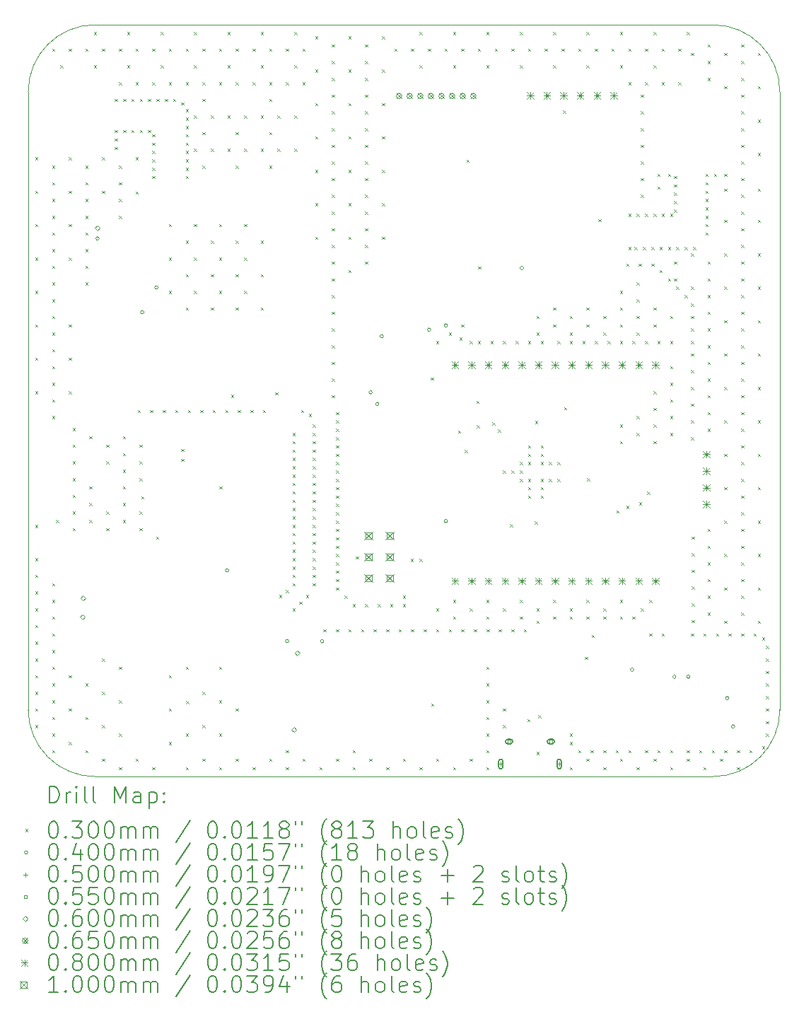
<source format=gbr>
%TF.GenerationSoftware,KiCad,Pcbnew,7.0.5*%
%TF.CreationDate,2024-05-26T12:45:06+03:00*%
%TF.ProjectId,LoRa_MuPr-VAF4751,4c6f5261-5f4d-4755-9072-2d5641463437,rev?*%
%TF.SameCoordinates,Original*%
%TF.FileFunction,Drillmap*%
%TF.FilePolarity,Positive*%
%FSLAX45Y45*%
G04 Gerber Fmt 4.5, Leading zero omitted, Abs format (unit mm)*
G04 Created by KiCad (PCBNEW 7.0.5) date 2024-05-26 12:45:06*
%MOMM*%
%LPD*%
G01*
G04 APERTURE LIST*
%ADD10C,0.100000*%
%ADD11C,0.200000*%
%ADD12C,0.030000*%
%ADD13C,0.040000*%
%ADD14C,0.050000*%
%ADD15C,0.055000*%
%ADD16C,0.060000*%
%ADD17C,0.065000*%
%ADD18C,0.080000*%
G04 APERTURE END LIST*
D10*
X9200000Y-5900000D02*
X9200000Y-13300000D01*
X18200000Y-13300000D02*
X18200000Y-5900000D01*
X10000000Y-14100000D02*
X17400000Y-14100000D01*
X9200000Y-13300000D02*
G75*
G03*
X10000000Y-14100000I800000J0D01*
G01*
X10000000Y-5100000D02*
G75*
G03*
X9200000Y-5900000I0J-800000D01*
G01*
X17400000Y-5100000D02*
X10000000Y-5100000D01*
X17400000Y-14100000D02*
G75*
G03*
X18200000Y-13300000I0J800000D01*
G01*
X18200000Y-5900000D02*
G75*
G03*
X17400000Y-5100000I-800000J0D01*
G01*
D11*
D12*
X9285000Y-9085000D02*
X9315000Y-9115000D01*
X9315000Y-9085000D02*
X9285000Y-9115000D01*
X9285000Y-6685000D02*
X9315000Y-6715000D01*
X9315000Y-6685000D02*
X9285000Y-6715000D01*
X9285000Y-7485000D02*
X9315000Y-7515000D01*
X9315000Y-7485000D02*
X9285000Y-7515000D01*
X9285000Y-7885000D02*
X9315000Y-7915000D01*
X9315000Y-7885000D02*
X9285000Y-7915000D01*
X9285000Y-8285000D02*
X9315000Y-8315000D01*
X9315000Y-8285000D02*
X9285000Y-8315000D01*
X9285000Y-8685000D02*
X9315000Y-8715000D01*
X9315000Y-8685000D02*
X9285000Y-8715000D01*
X9285000Y-9485000D02*
X9315000Y-9515000D01*
X9315000Y-9485000D02*
X9285000Y-9515000D01*
X9285000Y-11085000D02*
X9315000Y-11115000D01*
X9315000Y-11085000D02*
X9285000Y-11115000D01*
X9285000Y-11485000D02*
X9315000Y-11515000D01*
X9315000Y-11485000D02*
X9285000Y-11515000D01*
X9285000Y-11685000D02*
X9315000Y-11715000D01*
X9315000Y-11685000D02*
X9285000Y-11715000D01*
X9285000Y-11885000D02*
X9315000Y-11915000D01*
X9315000Y-11885000D02*
X9285000Y-11915000D01*
X9285000Y-12085000D02*
X9315000Y-12115000D01*
X9315000Y-12085000D02*
X9285000Y-12115000D01*
X9285000Y-12285000D02*
X9315000Y-12315000D01*
X9315000Y-12285000D02*
X9285000Y-12315000D01*
X9285000Y-12485000D02*
X9315000Y-12515000D01*
X9315000Y-12485000D02*
X9285000Y-12515000D01*
X9285000Y-12685000D02*
X9315000Y-12715000D01*
X9315000Y-12685000D02*
X9285000Y-12715000D01*
X9285000Y-12885000D02*
X9315000Y-12915000D01*
X9315000Y-12885000D02*
X9285000Y-12915000D01*
X9285000Y-13085000D02*
X9315000Y-13115000D01*
X9315000Y-13085000D02*
X9285000Y-13115000D01*
X9285000Y-13285000D02*
X9315000Y-13315000D01*
X9315000Y-13285000D02*
X9285000Y-13315000D01*
X9285000Y-13485000D02*
X9315000Y-13515000D01*
X9315000Y-13485000D02*
X9285000Y-13515000D01*
X9285000Y-7085000D02*
X9315000Y-7115000D01*
X9315000Y-7085000D02*
X9285000Y-7115000D01*
X9485000Y-5385000D02*
X9515000Y-5415000D01*
X9515000Y-5385000D02*
X9485000Y-5415000D01*
X9485000Y-6785000D02*
X9515000Y-6815000D01*
X9515000Y-6785000D02*
X9485000Y-6815000D01*
X9485000Y-6985000D02*
X9515000Y-7015000D01*
X9515000Y-6985000D02*
X9485000Y-7015000D01*
X9485000Y-7185000D02*
X9515000Y-7215000D01*
X9515000Y-7185000D02*
X9485000Y-7215000D01*
X9485000Y-7385000D02*
X9515000Y-7415000D01*
X9515000Y-7385000D02*
X9485000Y-7415000D01*
X9485000Y-7585000D02*
X9515000Y-7615000D01*
X9515000Y-7585000D02*
X9485000Y-7615000D01*
X9485000Y-7785000D02*
X9515000Y-7815000D01*
X9515000Y-7785000D02*
X9485000Y-7815000D01*
X9485000Y-7985000D02*
X9515000Y-8015000D01*
X9515000Y-7985000D02*
X9485000Y-8015000D01*
X9485000Y-8185000D02*
X9515000Y-8215000D01*
X9515000Y-8185000D02*
X9485000Y-8215000D01*
X9485000Y-8385000D02*
X9515000Y-8415000D01*
X9515000Y-8385000D02*
X9485000Y-8415000D01*
X9485000Y-8585000D02*
X9515000Y-8615000D01*
X9515000Y-8585000D02*
X9485000Y-8615000D01*
X9485000Y-8785000D02*
X9515000Y-8815000D01*
X9515000Y-8785000D02*
X9485000Y-8815000D01*
X9485000Y-8985000D02*
X9515000Y-9015000D01*
X9515000Y-8985000D02*
X9485000Y-9015000D01*
X9485000Y-9185000D02*
X9515000Y-9215000D01*
X9515000Y-9185000D02*
X9485000Y-9215000D01*
X9485000Y-9385000D02*
X9515000Y-9415000D01*
X9515000Y-9385000D02*
X9485000Y-9415000D01*
X9485000Y-9585000D02*
X9515000Y-9615000D01*
X9515000Y-9585000D02*
X9485000Y-9615000D01*
X9485000Y-9785000D02*
X9515000Y-9815000D01*
X9515000Y-9785000D02*
X9485000Y-9815000D01*
X9485000Y-9785000D02*
X9515000Y-9815000D01*
X9515000Y-9785000D02*
X9485000Y-9815000D01*
X9485000Y-11785000D02*
X9515000Y-11815000D01*
X9515000Y-11785000D02*
X9485000Y-11815000D01*
X9485000Y-11985000D02*
X9515000Y-12015000D01*
X9515000Y-11985000D02*
X9485000Y-12015000D01*
X9485000Y-12185000D02*
X9515000Y-12215000D01*
X9515000Y-12185000D02*
X9485000Y-12215000D01*
X9485000Y-12385000D02*
X9515000Y-12415000D01*
X9515000Y-12385000D02*
X9485000Y-12415000D01*
X9485000Y-12585000D02*
X9515000Y-12615000D01*
X9515000Y-12585000D02*
X9485000Y-12615000D01*
X9485000Y-12785000D02*
X9515000Y-12815000D01*
X9515000Y-12785000D02*
X9485000Y-12815000D01*
X9485000Y-12985000D02*
X9515000Y-13015000D01*
X9515000Y-12985000D02*
X9485000Y-13015000D01*
X9485000Y-13185000D02*
X9515000Y-13215000D01*
X9515000Y-13185000D02*
X9485000Y-13215000D01*
X9485000Y-13385000D02*
X9515000Y-13415000D01*
X9515000Y-13385000D02*
X9485000Y-13415000D01*
X9485000Y-13585000D02*
X9515000Y-13615000D01*
X9515000Y-13585000D02*
X9485000Y-13615000D01*
X9485000Y-13785000D02*
X9515000Y-13815000D01*
X9515000Y-13785000D02*
X9485000Y-13815000D01*
X9532500Y-11026250D02*
X9562500Y-11056250D01*
X9562500Y-11026250D02*
X9532500Y-11056250D01*
X9585000Y-5585000D02*
X9615000Y-5615000D01*
X9615000Y-5585000D02*
X9585000Y-5615000D01*
X9685000Y-5385000D02*
X9715000Y-5415000D01*
X9715000Y-5385000D02*
X9685000Y-5415000D01*
X9685000Y-6685000D02*
X9715000Y-6715000D01*
X9715000Y-6685000D02*
X9685000Y-6715000D01*
X9685000Y-7485000D02*
X9715000Y-7515000D01*
X9715000Y-7485000D02*
X9685000Y-7515000D01*
X9685000Y-7885000D02*
X9715000Y-7915000D01*
X9715000Y-7885000D02*
X9685000Y-7915000D01*
X9685000Y-8685000D02*
X9715000Y-8715000D01*
X9715000Y-8685000D02*
X9685000Y-8715000D01*
X9685000Y-9485000D02*
X9715000Y-9515000D01*
X9715000Y-9485000D02*
X9685000Y-9515000D01*
X9685000Y-12885000D02*
X9715000Y-12915000D01*
X9715000Y-12885000D02*
X9685000Y-12915000D01*
X9685000Y-13285000D02*
X9715000Y-13315000D01*
X9715000Y-13285000D02*
X9685000Y-13315000D01*
X9685000Y-13685000D02*
X9715000Y-13715000D01*
X9715000Y-13685000D02*
X9685000Y-13715000D01*
X9685000Y-7085000D02*
X9715000Y-7115000D01*
X9715000Y-7085000D02*
X9685000Y-7115000D01*
X9685000Y-9085000D02*
X9715000Y-9115000D01*
X9715000Y-9085000D02*
X9685000Y-9115000D01*
X9732500Y-9926250D02*
X9762500Y-9956250D01*
X9762500Y-9926250D02*
X9732500Y-9956250D01*
X9732500Y-10126250D02*
X9762500Y-10156250D01*
X9762500Y-10126250D02*
X9732500Y-10156250D01*
X9732500Y-10326250D02*
X9762500Y-10356250D01*
X9762500Y-10326250D02*
X9732500Y-10356250D01*
X9732500Y-10526250D02*
X9762500Y-10556250D01*
X9762500Y-10526250D02*
X9732500Y-10556250D01*
X9732500Y-10726250D02*
X9762500Y-10756250D01*
X9762500Y-10726250D02*
X9732500Y-10756250D01*
X9732500Y-10926250D02*
X9762500Y-10956250D01*
X9762500Y-10926250D02*
X9732500Y-10956250D01*
X9732500Y-11126250D02*
X9762500Y-11156250D01*
X9762500Y-11126250D02*
X9732500Y-11156250D01*
X9885000Y-6785000D02*
X9915000Y-6815000D01*
X9915000Y-6785000D02*
X9885000Y-6815000D01*
X9885000Y-6985000D02*
X9915000Y-7015000D01*
X9915000Y-6985000D02*
X9885000Y-7015000D01*
X9885000Y-7185000D02*
X9915000Y-7215000D01*
X9915000Y-7185000D02*
X9885000Y-7215000D01*
X9885000Y-7385000D02*
X9915000Y-7415000D01*
X9915000Y-7385000D02*
X9885000Y-7415000D01*
X9885000Y-7585000D02*
X9915000Y-7615000D01*
X9915000Y-7585000D02*
X9885000Y-7615000D01*
X9885000Y-7785000D02*
X9915000Y-7815000D01*
X9915000Y-7785000D02*
X9885000Y-7815000D01*
X9885000Y-7985000D02*
X9915000Y-8015000D01*
X9915000Y-7985000D02*
X9885000Y-8015000D01*
X9885000Y-8185000D02*
X9915000Y-8215000D01*
X9915000Y-8185000D02*
X9885000Y-8215000D01*
X9885000Y-12985000D02*
X9915000Y-13015000D01*
X9915000Y-12985000D02*
X9885000Y-13015000D01*
X9885000Y-13385000D02*
X9915000Y-13415000D01*
X9915000Y-13385000D02*
X9885000Y-13415000D01*
X9885000Y-13785000D02*
X9915000Y-13815000D01*
X9915000Y-13785000D02*
X9885000Y-13815000D01*
X9885000Y-5385000D02*
X9915000Y-5415000D01*
X9915000Y-5385000D02*
X9885000Y-5415000D01*
X9932500Y-10026250D02*
X9962500Y-10056250D01*
X9962500Y-10026250D02*
X9932500Y-10056250D01*
X9932500Y-10626250D02*
X9962500Y-10656250D01*
X9962500Y-10626250D02*
X9932500Y-10656250D01*
X9932500Y-10826250D02*
X9962500Y-10856250D01*
X9962500Y-10826250D02*
X9932500Y-10856250D01*
X9932500Y-11026250D02*
X9962500Y-11056250D01*
X9962500Y-11026250D02*
X9932500Y-11056250D01*
X9985000Y-5185000D02*
X10015000Y-5215000D01*
X10015000Y-5185000D02*
X9985000Y-5215000D01*
X9985000Y-5585000D02*
X10015000Y-5615000D01*
X10015000Y-5585000D02*
X9985000Y-5615000D01*
X10085000Y-5385000D02*
X10115000Y-5415000D01*
X10115000Y-5385000D02*
X10085000Y-5415000D01*
X10085000Y-6685000D02*
X10115000Y-6715000D01*
X10115000Y-6685000D02*
X10085000Y-6715000D01*
X10085000Y-7085000D02*
X10115000Y-7115000D01*
X10115000Y-7085000D02*
X10085000Y-7115000D01*
X10085000Y-12685000D02*
X10115000Y-12715000D01*
X10115000Y-12685000D02*
X10085000Y-12715000D01*
X10085000Y-13085000D02*
X10115000Y-13115000D01*
X10115000Y-13085000D02*
X10085000Y-13115000D01*
X10085000Y-13485000D02*
X10115000Y-13515000D01*
X10115000Y-13485000D02*
X10085000Y-13515000D01*
X10085000Y-13885000D02*
X10115000Y-13915000D01*
X10115000Y-13885000D02*
X10085000Y-13915000D01*
X10132500Y-10126250D02*
X10162500Y-10156250D01*
X10162500Y-10126250D02*
X10132500Y-10156250D01*
X10132500Y-10326250D02*
X10162500Y-10356250D01*
X10162500Y-10326250D02*
X10132500Y-10356250D01*
X10132500Y-10926250D02*
X10162500Y-10956250D01*
X10162500Y-10926250D02*
X10132500Y-10956250D01*
X10132500Y-11126250D02*
X10162500Y-11156250D01*
X10162500Y-11126250D02*
X10132500Y-11156250D01*
X10235000Y-5985000D02*
X10265000Y-6015000D01*
X10265000Y-5985000D02*
X10235000Y-6015000D01*
X10235000Y-6360000D02*
X10265000Y-6390000D01*
X10265000Y-6360000D02*
X10235000Y-6390000D01*
X10235000Y-6460000D02*
X10265000Y-6490000D01*
X10265000Y-6460000D02*
X10235000Y-6490000D01*
X10235000Y-6560000D02*
X10265000Y-6590000D01*
X10265000Y-6560000D02*
X10235000Y-6590000D01*
X10285000Y-5385000D02*
X10315000Y-5415000D01*
X10315000Y-5385000D02*
X10285000Y-5415000D01*
X10285000Y-6785000D02*
X10315000Y-6815000D01*
X10315000Y-6785000D02*
X10285000Y-6815000D01*
X10285000Y-6985000D02*
X10315000Y-7015000D01*
X10315000Y-6985000D02*
X10285000Y-7015000D01*
X10285000Y-7185000D02*
X10315000Y-7215000D01*
X10315000Y-7185000D02*
X10285000Y-7215000D01*
X10285000Y-7385000D02*
X10315000Y-7415000D01*
X10315000Y-7385000D02*
X10285000Y-7415000D01*
X10285000Y-12785000D02*
X10315000Y-12815000D01*
X10315000Y-12785000D02*
X10285000Y-12815000D01*
X10285000Y-13185000D02*
X10315000Y-13215000D01*
X10315000Y-13185000D02*
X10285000Y-13215000D01*
X10285000Y-13585000D02*
X10315000Y-13615000D01*
X10315000Y-13585000D02*
X10285000Y-13615000D01*
X10285000Y-13985000D02*
X10315000Y-14015000D01*
X10315000Y-13985000D02*
X10285000Y-14015000D01*
X10285000Y-5785000D02*
X10315000Y-5815000D01*
X10315000Y-5785000D02*
X10285000Y-5815000D01*
X10332500Y-10026250D02*
X10362500Y-10056250D01*
X10362500Y-10026250D02*
X10332500Y-10056250D01*
X10332500Y-10226250D02*
X10362500Y-10256250D01*
X10362500Y-10226250D02*
X10332500Y-10256250D01*
X10332500Y-10426250D02*
X10362500Y-10456250D01*
X10362500Y-10426250D02*
X10332500Y-10456250D01*
X10332500Y-10626250D02*
X10362500Y-10656250D01*
X10362500Y-10626250D02*
X10332500Y-10656250D01*
X10332500Y-10826250D02*
X10362500Y-10856250D01*
X10362500Y-10826250D02*
X10332500Y-10856250D01*
X10332500Y-11026250D02*
X10362500Y-11056250D01*
X10362500Y-11026250D02*
X10332500Y-11056250D01*
X10335000Y-5985000D02*
X10365000Y-6015000D01*
X10365000Y-5985000D02*
X10335000Y-6015000D01*
X10335000Y-6360000D02*
X10365000Y-6390000D01*
X10365000Y-6360000D02*
X10335000Y-6390000D01*
X10385000Y-5185000D02*
X10415000Y-5215000D01*
X10415000Y-5185000D02*
X10385000Y-5215000D01*
X10385000Y-5585000D02*
X10415000Y-5615000D01*
X10415000Y-5585000D02*
X10385000Y-5615000D01*
X10435000Y-5985000D02*
X10465000Y-6015000D01*
X10465000Y-5985000D02*
X10435000Y-6015000D01*
X10435000Y-6360000D02*
X10465000Y-6390000D01*
X10465000Y-6360000D02*
X10435000Y-6390000D01*
X10485000Y-5385000D02*
X10515000Y-5415000D01*
X10515000Y-5385000D02*
X10485000Y-5415000D01*
X10485000Y-6685000D02*
X10515000Y-6715000D01*
X10515000Y-6685000D02*
X10485000Y-6715000D01*
X10485000Y-7095000D02*
X10515000Y-7125000D01*
X10515000Y-7095000D02*
X10485000Y-7125000D01*
X10485000Y-13885000D02*
X10515000Y-13915000D01*
X10515000Y-13885000D02*
X10485000Y-13915000D01*
X10485000Y-5785000D02*
X10515000Y-5815000D01*
X10515000Y-5785000D02*
X10485000Y-5815000D01*
X10510000Y-9710000D02*
X10540000Y-9740000D01*
X10540000Y-9710000D02*
X10510000Y-9740000D01*
X10532500Y-10126250D02*
X10562500Y-10156250D01*
X10562500Y-10126250D02*
X10532500Y-10156250D01*
X10532500Y-10326250D02*
X10562500Y-10356250D01*
X10562500Y-10326250D02*
X10532500Y-10356250D01*
X10532500Y-10526250D02*
X10562500Y-10556250D01*
X10562500Y-10526250D02*
X10532500Y-10556250D01*
X10532500Y-10926250D02*
X10562500Y-10956250D01*
X10562500Y-10926250D02*
X10532500Y-10956250D01*
X10532500Y-11126250D02*
X10562500Y-11156250D01*
X10562500Y-11126250D02*
X10532500Y-11156250D01*
X10535000Y-5985000D02*
X10565000Y-6015000D01*
X10565000Y-5985000D02*
X10535000Y-6015000D01*
X10535000Y-6360000D02*
X10565000Y-6390000D01*
X10565000Y-6360000D02*
X10535000Y-6390000D01*
X10552500Y-10743750D02*
X10582500Y-10773750D01*
X10582500Y-10743750D02*
X10552500Y-10773750D01*
X10635000Y-5985000D02*
X10665000Y-6015000D01*
X10665000Y-5985000D02*
X10635000Y-6015000D01*
X10635000Y-6360000D02*
X10665000Y-6390000D01*
X10665000Y-6360000D02*
X10635000Y-6390000D01*
X10660000Y-9710000D02*
X10690000Y-9740000D01*
X10690000Y-9710000D02*
X10660000Y-9740000D01*
X10685000Y-5385000D02*
X10715000Y-5415000D01*
X10715000Y-5385000D02*
X10685000Y-5415000D01*
X10685000Y-6410000D02*
X10715000Y-6440000D01*
X10715000Y-6410000D02*
X10685000Y-6440000D01*
X10685000Y-6510000D02*
X10715000Y-6540000D01*
X10715000Y-6510000D02*
X10685000Y-6540000D01*
X10685000Y-6610000D02*
X10715000Y-6640000D01*
X10715000Y-6610000D02*
X10685000Y-6640000D01*
X10685000Y-6710000D02*
X10715000Y-6740000D01*
X10715000Y-6710000D02*
X10685000Y-6740000D01*
X10685000Y-6810000D02*
X10715000Y-6840000D01*
X10715000Y-6810000D02*
X10685000Y-6840000D01*
X10685000Y-6910000D02*
X10715000Y-6940000D01*
X10715000Y-6910000D02*
X10685000Y-6940000D01*
X10685000Y-13985000D02*
X10715000Y-14015000D01*
X10715000Y-13985000D02*
X10685000Y-14015000D01*
X10685000Y-5785000D02*
X10715000Y-5815000D01*
X10715000Y-5785000D02*
X10685000Y-5815000D01*
X10732500Y-11226250D02*
X10762500Y-11256250D01*
X10762500Y-11226250D02*
X10732500Y-11256250D01*
X10735000Y-5985000D02*
X10765000Y-6015000D01*
X10765000Y-5985000D02*
X10735000Y-6015000D01*
X10785000Y-5185000D02*
X10815000Y-5215000D01*
X10815000Y-5185000D02*
X10785000Y-5215000D01*
X10785000Y-5585000D02*
X10815000Y-5615000D01*
X10815000Y-5585000D02*
X10785000Y-5615000D01*
X10810000Y-9710000D02*
X10840000Y-9740000D01*
X10840000Y-9710000D02*
X10810000Y-9740000D01*
X10835000Y-5985000D02*
X10865000Y-6015000D01*
X10865000Y-5985000D02*
X10835000Y-6015000D01*
X10885000Y-5385000D02*
X10915000Y-5415000D01*
X10915000Y-5385000D02*
X10885000Y-5415000D01*
X10885000Y-5785000D02*
X10915000Y-5815000D01*
X10915000Y-5785000D02*
X10885000Y-5815000D01*
X10885000Y-7485000D02*
X10915000Y-7515000D01*
X10915000Y-7485000D02*
X10885000Y-7515000D01*
X10885000Y-7885000D02*
X10915000Y-7915000D01*
X10915000Y-7885000D02*
X10885000Y-7915000D01*
X10885000Y-8285000D02*
X10915000Y-8315000D01*
X10915000Y-8285000D02*
X10885000Y-8315000D01*
X10885000Y-12885000D02*
X10915000Y-12915000D01*
X10915000Y-12885000D02*
X10885000Y-12915000D01*
X10885000Y-13285000D02*
X10915000Y-13315000D01*
X10915000Y-13285000D02*
X10885000Y-13315000D01*
X10885000Y-13685000D02*
X10915000Y-13715000D01*
X10915000Y-13685000D02*
X10885000Y-13715000D01*
X10935000Y-5985000D02*
X10965000Y-6015000D01*
X10965000Y-5985000D02*
X10935000Y-6015000D01*
X10960000Y-9710000D02*
X10990000Y-9740000D01*
X10990000Y-9710000D02*
X10960000Y-9740000D01*
X11030000Y-10293750D02*
X11060000Y-10323750D01*
X11060000Y-10293750D02*
X11030000Y-10323750D01*
X11031000Y-6028000D02*
X11061000Y-6058000D01*
X11061000Y-6028000D02*
X11031000Y-6058000D01*
X11032500Y-10176250D02*
X11062500Y-10206250D01*
X11062500Y-10176250D02*
X11032500Y-10206250D01*
X11085000Y-5385000D02*
X11115000Y-5415000D01*
X11115000Y-5385000D02*
X11085000Y-5415000D01*
X11085000Y-6110000D02*
X11115000Y-6140000D01*
X11115000Y-6110000D02*
X11085000Y-6140000D01*
X11085000Y-6210000D02*
X11115000Y-6240000D01*
X11115000Y-6210000D02*
X11085000Y-6240000D01*
X11085000Y-6310000D02*
X11115000Y-6340000D01*
X11115000Y-6310000D02*
X11085000Y-6340000D01*
X11085000Y-6410000D02*
X11115000Y-6440000D01*
X11115000Y-6410000D02*
X11085000Y-6440000D01*
X11085000Y-6510000D02*
X11115000Y-6540000D01*
X11115000Y-6510000D02*
X11085000Y-6540000D01*
X11085000Y-6610000D02*
X11115000Y-6640000D01*
X11115000Y-6610000D02*
X11085000Y-6640000D01*
X11085000Y-6710000D02*
X11115000Y-6740000D01*
X11115000Y-6710000D02*
X11085000Y-6740000D01*
X11085000Y-6810000D02*
X11115000Y-6840000D01*
X11115000Y-6810000D02*
X11085000Y-6840000D01*
X11085000Y-6910000D02*
X11115000Y-6940000D01*
X11115000Y-6910000D02*
X11085000Y-6940000D01*
X11085000Y-7685000D02*
X11115000Y-7715000D01*
X11115000Y-7685000D02*
X11085000Y-7715000D01*
X11085000Y-8085000D02*
X11115000Y-8115000D01*
X11115000Y-8085000D02*
X11085000Y-8115000D01*
X11085000Y-8485000D02*
X11115000Y-8515000D01*
X11115000Y-8485000D02*
X11085000Y-8515000D01*
X11085000Y-12785000D02*
X11115000Y-12815000D01*
X11115000Y-12785000D02*
X11085000Y-12815000D01*
X11085000Y-13585000D02*
X11115000Y-13615000D01*
X11115000Y-13585000D02*
X11085000Y-13615000D01*
X11085000Y-13985000D02*
X11115000Y-14015000D01*
X11115000Y-13985000D02*
X11085000Y-14015000D01*
X11085000Y-5785000D02*
X11115000Y-5815000D01*
X11115000Y-5785000D02*
X11085000Y-5815000D01*
X11089156Y-13193791D02*
X11119156Y-13223791D01*
X11119156Y-13193791D02*
X11089156Y-13223791D01*
X11110000Y-9710000D02*
X11140000Y-9740000D01*
X11140000Y-9710000D02*
X11110000Y-9740000D01*
X11185000Y-5185000D02*
X11215000Y-5215000D01*
X11215000Y-5185000D02*
X11185000Y-5215000D01*
X11185000Y-5585000D02*
X11215000Y-5615000D01*
X11215000Y-5585000D02*
X11185000Y-5615000D01*
X11185000Y-6185000D02*
X11215000Y-6215000D01*
X11215000Y-6185000D02*
X11185000Y-6215000D01*
X11185000Y-7485000D02*
X11215000Y-7515000D01*
X11215000Y-7485000D02*
X11185000Y-7515000D01*
X11185000Y-7885000D02*
X11215000Y-7915000D01*
X11215000Y-7885000D02*
X11185000Y-7915000D01*
X11185000Y-8285000D02*
X11215000Y-8315000D01*
X11215000Y-8285000D02*
X11185000Y-8315000D01*
X11185000Y-6585000D02*
X11215000Y-6615000D01*
X11215000Y-6585000D02*
X11185000Y-6615000D01*
X11260000Y-9710000D02*
X11290000Y-9740000D01*
X11290000Y-9710000D02*
X11260000Y-9740000D01*
X11285000Y-5385000D02*
X11315000Y-5415000D01*
X11315000Y-5385000D02*
X11285000Y-5415000D01*
X11285000Y-5785000D02*
X11315000Y-5815000D01*
X11315000Y-5785000D02*
X11285000Y-5815000D01*
X11285000Y-5985000D02*
X11315000Y-6015000D01*
X11315000Y-5985000D02*
X11285000Y-6015000D01*
X11285000Y-6385000D02*
X11315000Y-6415000D01*
X11315000Y-6385000D02*
X11285000Y-6415000D01*
X11285000Y-6785000D02*
X11315000Y-6815000D01*
X11315000Y-6785000D02*
X11285000Y-6815000D01*
X11285000Y-13085000D02*
X11315000Y-13115000D01*
X11315000Y-13085000D02*
X11285000Y-13115000D01*
X11285000Y-13485000D02*
X11315000Y-13515000D01*
X11315000Y-13485000D02*
X11285000Y-13515000D01*
X11285000Y-13885000D02*
X11315000Y-13915000D01*
X11315000Y-13885000D02*
X11285000Y-13915000D01*
X11385000Y-6185000D02*
X11415000Y-6215000D01*
X11415000Y-6185000D02*
X11385000Y-6215000D01*
X11385000Y-7685000D02*
X11415000Y-7715000D01*
X11415000Y-7685000D02*
X11385000Y-7715000D01*
X11385000Y-8085000D02*
X11415000Y-8115000D01*
X11415000Y-8085000D02*
X11385000Y-8115000D01*
X11385000Y-8485000D02*
X11415000Y-8515000D01*
X11415000Y-8485000D02*
X11385000Y-8515000D01*
X11385000Y-6585000D02*
X11415000Y-6615000D01*
X11415000Y-6585000D02*
X11385000Y-6615000D01*
X11410000Y-9710000D02*
X11440000Y-9740000D01*
X11440000Y-9710000D02*
X11410000Y-9740000D01*
X11485000Y-5385000D02*
X11515000Y-5415000D01*
X11515000Y-5385000D02*
X11485000Y-5415000D01*
X11485000Y-7485000D02*
X11515000Y-7515000D01*
X11515000Y-7485000D02*
X11485000Y-7515000D01*
X11485000Y-7885000D02*
X11515000Y-7915000D01*
X11515000Y-7885000D02*
X11485000Y-7915000D01*
X11485000Y-8285000D02*
X11515000Y-8315000D01*
X11515000Y-8285000D02*
X11485000Y-8315000D01*
X11485000Y-12785000D02*
X11515000Y-12815000D01*
X11515000Y-12785000D02*
X11485000Y-12815000D01*
X11485000Y-13185000D02*
X11515000Y-13215000D01*
X11515000Y-13185000D02*
X11485000Y-13215000D01*
X11485000Y-13585000D02*
X11515000Y-13615000D01*
X11515000Y-13585000D02*
X11485000Y-13615000D01*
X11485000Y-13985000D02*
X11515000Y-14015000D01*
X11515000Y-13985000D02*
X11485000Y-14015000D01*
X11485000Y-5785000D02*
X11515000Y-5815000D01*
X11515000Y-5785000D02*
X11485000Y-5815000D01*
X11490000Y-10623750D02*
X11520000Y-10653750D01*
X11520000Y-10623750D02*
X11490000Y-10653750D01*
X11560000Y-9710000D02*
X11590000Y-9740000D01*
X11590000Y-9710000D02*
X11560000Y-9740000D01*
X11585000Y-5185000D02*
X11615000Y-5215000D01*
X11615000Y-5185000D02*
X11585000Y-5215000D01*
X11585000Y-5585000D02*
X11615000Y-5615000D01*
X11615000Y-5585000D02*
X11585000Y-5615000D01*
X11585000Y-6185000D02*
X11615000Y-6215000D01*
X11615000Y-6185000D02*
X11585000Y-6215000D01*
X11585000Y-6585000D02*
X11615000Y-6615000D01*
X11615000Y-6585000D02*
X11585000Y-6615000D01*
X11627256Y-9530000D02*
X11657256Y-9560000D01*
X11657256Y-9530000D02*
X11627256Y-9560000D01*
X11685000Y-7685000D02*
X11715000Y-7715000D01*
X11715000Y-7685000D02*
X11685000Y-7715000D01*
X11685000Y-8085000D02*
X11715000Y-8115000D01*
X11715000Y-8085000D02*
X11685000Y-8115000D01*
X11685000Y-8485000D02*
X11715000Y-8515000D01*
X11715000Y-8485000D02*
X11685000Y-8515000D01*
X11685000Y-13285000D02*
X11715000Y-13315000D01*
X11715000Y-13285000D02*
X11685000Y-13315000D01*
X11685000Y-13885000D02*
X11715000Y-13915000D01*
X11715000Y-13885000D02*
X11685000Y-13915000D01*
X11685000Y-5385000D02*
X11715000Y-5415000D01*
X11715000Y-5385000D02*
X11685000Y-5415000D01*
X11685000Y-6385000D02*
X11715000Y-6415000D01*
X11715000Y-6385000D02*
X11685000Y-6415000D01*
X11685000Y-6785000D02*
X11715000Y-6815000D01*
X11715000Y-6785000D02*
X11685000Y-6815000D01*
X11685000Y-5785000D02*
X11715000Y-5815000D01*
X11715000Y-5785000D02*
X11685000Y-5815000D01*
X11710000Y-9710000D02*
X11740000Y-9740000D01*
X11740000Y-9710000D02*
X11710000Y-9740000D01*
X11785000Y-6185000D02*
X11815000Y-6215000D01*
X11815000Y-6185000D02*
X11785000Y-6215000D01*
X11785000Y-7485000D02*
X11815000Y-7515000D01*
X11815000Y-7485000D02*
X11785000Y-7515000D01*
X11785000Y-7885000D02*
X11815000Y-7915000D01*
X11815000Y-7885000D02*
X11785000Y-7915000D01*
X11785000Y-8285000D02*
X11815000Y-8315000D01*
X11815000Y-8285000D02*
X11785000Y-8315000D01*
X11785000Y-6585000D02*
X11815000Y-6615000D01*
X11815000Y-6585000D02*
X11785000Y-6615000D01*
X11860000Y-9710000D02*
X11890000Y-9740000D01*
X11890000Y-9710000D02*
X11860000Y-9740000D01*
X11885000Y-5385000D02*
X11915000Y-5415000D01*
X11915000Y-5385000D02*
X11885000Y-5415000D01*
X11885000Y-13985000D02*
X11915000Y-14015000D01*
X11915000Y-13985000D02*
X11885000Y-14015000D01*
X11885000Y-5785000D02*
X11915000Y-5815000D01*
X11915000Y-5785000D02*
X11885000Y-5815000D01*
X11985000Y-6185000D02*
X12015000Y-6215000D01*
X12015000Y-6185000D02*
X11985000Y-6215000D01*
X11985000Y-5185000D02*
X12015000Y-5215000D01*
X12015000Y-5185000D02*
X11985000Y-5215000D01*
X11985000Y-5585000D02*
X12015000Y-5615000D01*
X12015000Y-5585000D02*
X11985000Y-5615000D01*
X11985000Y-6585000D02*
X12015000Y-6615000D01*
X12015000Y-6585000D02*
X11985000Y-6615000D01*
X11985000Y-7685000D02*
X12015000Y-7715000D01*
X12015000Y-7685000D02*
X11985000Y-7715000D01*
X11985000Y-8085000D02*
X12015000Y-8115000D01*
X12015000Y-8085000D02*
X11985000Y-8115000D01*
X11985000Y-8485000D02*
X12015000Y-8515000D01*
X12015000Y-8485000D02*
X11985000Y-8515000D01*
X12010000Y-9710000D02*
X12040000Y-9740000D01*
X12040000Y-9710000D02*
X12010000Y-9740000D01*
X12085000Y-5385000D02*
X12115000Y-5415000D01*
X12115000Y-5385000D02*
X12085000Y-5415000D01*
X12085000Y-5985000D02*
X12115000Y-6015000D01*
X12115000Y-5985000D02*
X12085000Y-6015000D01*
X12085000Y-6385000D02*
X12115000Y-6415000D01*
X12115000Y-6385000D02*
X12085000Y-6415000D01*
X12085000Y-6785000D02*
X12115000Y-6815000D01*
X12115000Y-6785000D02*
X12085000Y-6815000D01*
X12085000Y-13885000D02*
X12115000Y-13915000D01*
X12115000Y-13885000D02*
X12085000Y-13915000D01*
X12085000Y-5785000D02*
X12115000Y-5815000D01*
X12115000Y-5785000D02*
X12085000Y-5815000D01*
X12157256Y-9500000D02*
X12187256Y-9530000D01*
X12187256Y-9500000D02*
X12157256Y-9530000D01*
X12185000Y-6185000D02*
X12215000Y-6215000D01*
X12215000Y-6185000D02*
X12185000Y-6215000D01*
X12185000Y-6585000D02*
X12215000Y-6615000D01*
X12215000Y-6585000D02*
X12185000Y-6615000D01*
X12205000Y-11925000D02*
X12235000Y-11955000D01*
X12235000Y-11925000D02*
X12205000Y-11955000D01*
X12285000Y-5385000D02*
X12315000Y-5415000D01*
X12315000Y-5385000D02*
X12285000Y-5415000D01*
X12285000Y-11865000D02*
X12315000Y-11895000D01*
X12315000Y-11865000D02*
X12285000Y-11895000D01*
X12285000Y-13785000D02*
X12315000Y-13815000D01*
X12315000Y-13785000D02*
X12285000Y-13815000D01*
X12285000Y-13985000D02*
X12315000Y-14015000D01*
X12315000Y-13985000D02*
X12285000Y-14015000D01*
X12285000Y-5785000D02*
X12315000Y-5815000D01*
X12315000Y-5785000D02*
X12285000Y-5815000D01*
X12365000Y-9985000D02*
X12395000Y-10015000D01*
X12395000Y-9985000D02*
X12365000Y-10015000D01*
X12365000Y-10085000D02*
X12395000Y-10115000D01*
X12395000Y-10085000D02*
X12365000Y-10115000D01*
X12365000Y-10185000D02*
X12395000Y-10215000D01*
X12395000Y-10185000D02*
X12365000Y-10215000D01*
X12365000Y-10285000D02*
X12395000Y-10315000D01*
X12395000Y-10285000D02*
X12365000Y-10315000D01*
X12365000Y-10385000D02*
X12395000Y-10415000D01*
X12395000Y-10385000D02*
X12365000Y-10415000D01*
X12365000Y-10485000D02*
X12395000Y-10515000D01*
X12395000Y-10485000D02*
X12365000Y-10515000D01*
X12365000Y-10585000D02*
X12395000Y-10615000D01*
X12395000Y-10585000D02*
X12365000Y-10615000D01*
X12365000Y-10685000D02*
X12395000Y-10715000D01*
X12395000Y-10685000D02*
X12365000Y-10715000D01*
X12365000Y-10785000D02*
X12395000Y-10815000D01*
X12395000Y-10785000D02*
X12365000Y-10815000D01*
X12365000Y-10885000D02*
X12395000Y-10915000D01*
X12395000Y-10885000D02*
X12365000Y-10915000D01*
X12365000Y-10985000D02*
X12395000Y-11015000D01*
X12395000Y-10985000D02*
X12365000Y-11015000D01*
X12365000Y-11085000D02*
X12395000Y-11115000D01*
X12395000Y-11085000D02*
X12365000Y-11115000D01*
X12365000Y-11185000D02*
X12395000Y-11215000D01*
X12395000Y-11185000D02*
X12365000Y-11215000D01*
X12365000Y-11285000D02*
X12395000Y-11315000D01*
X12395000Y-11285000D02*
X12365000Y-11315000D01*
X12365000Y-11385000D02*
X12395000Y-11415000D01*
X12395000Y-11385000D02*
X12365000Y-11415000D01*
X12365000Y-11485000D02*
X12395000Y-11515000D01*
X12395000Y-11485000D02*
X12365000Y-11515000D01*
X12365000Y-11585000D02*
X12395000Y-11615000D01*
X12395000Y-11585000D02*
X12365000Y-11615000D01*
X12365000Y-11685000D02*
X12395000Y-11715000D01*
X12395000Y-11685000D02*
X12365000Y-11715000D01*
X12365000Y-11785000D02*
X12395000Y-11815000D01*
X12395000Y-11785000D02*
X12365000Y-11815000D01*
X12365000Y-12085000D02*
X12395000Y-12115000D01*
X12395000Y-12085000D02*
X12365000Y-12115000D01*
X12385000Y-5185000D02*
X12415000Y-5215000D01*
X12415000Y-5185000D02*
X12385000Y-5215000D01*
X12385000Y-5585000D02*
X12415000Y-5615000D01*
X12415000Y-5585000D02*
X12385000Y-5615000D01*
X12385000Y-6185000D02*
X12415000Y-6215000D01*
X12415000Y-6185000D02*
X12385000Y-6215000D01*
X12385000Y-6585000D02*
X12415000Y-6615000D01*
X12415000Y-6585000D02*
X12385000Y-6615000D01*
X12445000Y-12005000D02*
X12475000Y-12035000D01*
X12475000Y-12005000D02*
X12445000Y-12035000D01*
X12465000Y-9710000D02*
X12495000Y-9740000D01*
X12495000Y-9710000D02*
X12465000Y-9740000D01*
X12485000Y-5385000D02*
X12515000Y-5415000D01*
X12515000Y-5385000D02*
X12485000Y-5415000D01*
X12485000Y-13885000D02*
X12515000Y-13915000D01*
X12515000Y-13885000D02*
X12485000Y-13915000D01*
X12485000Y-5785000D02*
X12515000Y-5815000D01*
X12515000Y-5785000D02*
X12485000Y-5815000D01*
X12525000Y-11925000D02*
X12555000Y-11955000D01*
X12555000Y-11925000D02*
X12525000Y-11955000D01*
X12560000Y-9760000D02*
X12590000Y-9790000D01*
X12590000Y-9760000D02*
X12560000Y-9790000D01*
X12605000Y-9885000D02*
X12635000Y-9915000D01*
X12635000Y-9885000D02*
X12605000Y-9915000D01*
X12605000Y-9985000D02*
X12635000Y-10015000D01*
X12635000Y-9985000D02*
X12605000Y-10015000D01*
X12605000Y-10085000D02*
X12635000Y-10115000D01*
X12635000Y-10085000D02*
X12605000Y-10115000D01*
X12605000Y-10185000D02*
X12635000Y-10215000D01*
X12635000Y-10185000D02*
X12605000Y-10215000D01*
X12605000Y-10285000D02*
X12635000Y-10315000D01*
X12635000Y-10285000D02*
X12605000Y-10315000D01*
X12605000Y-10385000D02*
X12635000Y-10415000D01*
X12635000Y-10385000D02*
X12605000Y-10415000D01*
X12605000Y-10485000D02*
X12635000Y-10515000D01*
X12635000Y-10485000D02*
X12605000Y-10515000D01*
X12605000Y-10585000D02*
X12635000Y-10615000D01*
X12635000Y-10585000D02*
X12605000Y-10615000D01*
X12605000Y-10685000D02*
X12635000Y-10715000D01*
X12635000Y-10685000D02*
X12605000Y-10715000D01*
X12605000Y-10785000D02*
X12635000Y-10815000D01*
X12635000Y-10785000D02*
X12605000Y-10815000D01*
X12605000Y-10885000D02*
X12635000Y-10915000D01*
X12635000Y-10885000D02*
X12605000Y-10915000D01*
X12605000Y-10985000D02*
X12635000Y-11015000D01*
X12635000Y-10985000D02*
X12605000Y-11015000D01*
X12605000Y-11085000D02*
X12635000Y-11115000D01*
X12635000Y-11085000D02*
X12605000Y-11115000D01*
X12605000Y-11185000D02*
X12635000Y-11215000D01*
X12635000Y-11185000D02*
X12605000Y-11215000D01*
X12605000Y-11285000D02*
X12635000Y-11315000D01*
X12635000Y-11285000D02*
X12605000Y-11315000D01*
X12605000Y-11385000D02*
X12635000Y-11415000D01*
X12635000Y-11385000D02*
X12605000Y-11415000D01*
X12605000Y-11485000D02*
X12635000Y-11515000D01*
X12635000Y-11485000D02*
X12605000Y-11515000D01*
X12605000Y-11585000D02*
X12635000Y-11615000D01*
X12635000Y-11585000D02*
X12605000Y-11615000D01*
X12605000Y-11685000D02*
X12635000Y-11715000D01*
X12635000Y-11685000D02*
X12605000Y-11715000D01*
X12605000Y-11785000D02*
X12635000Y-11815000D01*
X12635000Y-11785000D02*
X12605000Y-11815000D01*
X12635000Y-6435000D02*
X12665000Y-6465000D01*
X12665000Y-6435000D02*
X12635000Y-6465000D01*
X12635000Y-5235000D02*
X12665000Y-5265000D01*
X12665000Y-5235000D02*
X12635000Y-5265000D01*
X12635000Y-5635000D02*
X12665000Y-5665000D01*
X12665000Y-5635000D02*
X12635000Y-5665000D01*
X12635000Y-6035000D02*
X12665000Y-6065000D01*
X12665000Y-6035000D02*
X12635000Y-6065000D01*
X12635000Y-6835000D02*
X12665000Y-6865000D01*
X12665000Y-6835000D02*
X12635000Y-6865000D01*
X12635000Y-7235000D02*
X12665000Y-7265000D01*
X12665000Y-7235000D02*
X12635000Y-7265000D01*
X12635000Y-7635000D02*
X12665000Y-7665000D01*
X12665000Y-7635000D02*
X12635000Y-7665000D01*
X12685000Y-13985000D02*
X12715000Y-14015000D01*
X12715000Y-13985000D02*
X12685000Y-14015000D01*
X12735000Y-12335000D02*
X12765000Y-12365000D01*
X12765000Y-12335000D02*
X12735000Y-12365000D01*
X12835000Y-5335000D02*
X12865000Y-5365000D01*
X12865000Y-5335000D02*
X12835000Y-5365000D01*
X12835000Y-5535000D02*
X12865000Y-5565000D01*
X12865000Y-5535000D02*
X12835000Y-5565000D01*
X12835000Y-5735000D02*
X12865000Y-5765000D01*
X12865000Y-5735000D02*
X12835000Y-5765000D01*
X12835000Y-5935000D02*
X12865000Y-5965000D01*
X12865000Y-5935000D02*
X12835000Y-5965000D01*
X12835000Y-6135000D02*
X12865000Y-6165000D01*
X12865000Y-6135000D02*
X12835000Y-6165000D01*
X12835000Y-6335000D02*
X12865000Y-6365000D01*
X12865000Y-6335000D02*
X12835000Y-6365000D01*
X12835000Y-6535000D02*
X12865000Y-6565000D01*
X12865000Y-6535000D02*
X12835000Y-6565000D01*
X12835000Y-6735000D02*
X12865000Y-6765000D01*
X12865000Y-6735000D02*
X12835000Y-6765000D01*
X12835000Y-6935000D02*
X12865000Y-6965000D01*
X12865000Y-6935000D02*
X12835000Y-6965000D01*
X12835000Y-7135000D02*
X12865000Y-7165000D01*
X12865000Y-7135000D02*
X12835000Y-7165000D01*
X12835000Y-7335000D02*
X12865000Y-7365000D01*
X12865000Y-7335000D02*
X12835000Y-7365000D01*
X12835000Y-7535000D02*
X12865000Y-7565000D01*
X12865000Y-7535000D02*
X12835000Y-7565000D01*
X12835000Y-7735000D02*
X12865000Y-7765000D01*
X12865000Y-7735000D02*
X12835000Y-7765000D01*
X12835000Y-7935000D02*
X12865000Y-7965000D01*
X12865000Y-7935000D02*
X12835000Y-7965000D01*
X12835000Y-8135000D02*
X12865000Y-8165000D01*
X12865000Y-8135000D02*
X12835000Y-8165000D01*
X12835000Y-8335000D02*
X12865000Y-8365000D01*
X12865000Y-8335000D02*
X12835000Y-8365000D01*
X12835000Y-8535000D02*
X12865000Y-8565000D01*
X12865000Y-8535000D02*
X12835000Y-8565000D01*
X12835000Y-8735000D02*
X12865000Y-8765000D01*
X12865000Y-8735000D02*
X12835000Y-8765000D01*
X12835000Y-8935000D02*
X12865000Y-8965000D01*
X12865000Y-8935000D02*
X12835000Y-8965000D01*
X12835000Y-9135000D02*
X12865000Y-9165000D01*
X12865000Y-9135000D02*
X12835000Y-9165000D01*
X12835000Y-9335000D02*
X12865000Y-9365000D01*
X12865000Y-9335000D02*
X12835000Y-9365000D01*
X12835000Y-9535000D02*
X12865000Y-9565000D01*
X12865000Y-9535000D02*
X12835000Y-9565000D01*
X12885000Y-9735000D02*
X12915000Y-9765000D01*
X12915000Y-9735000D02*
X12885000Y-9765000D01*
X12885000Y-9835000D02*
X12915000Y-9865000D01*
X12915000Y-9835000D02*
X12885000Y-9865000D01*
X12885000Y-9935000D02*
X12915000Y-9965000D01*
X12915000Y-9935000D02*
X12885000Y-9965000D01*
X12885000Y-10035000D02*
X12915000Y-10065000D01*
X12915000Y-10035000D02*
X12885000Y-10065000D01*
X12885000Y-10135000D02*
X12915000Y-10165000D01*
X12915000Y-10135000D02*
X12885000Y-10165000D01*
X12885000Y-10235000D02*
X12915000Y-10265000D01*
X12915000Y-10235000D02*
X12885000Y-10265000D01*
X12885000Y-10335000D02*
X12915000Y-10365000D01*
X12915000Y-10335000D02*
X12885000Y-10365000D01*
X12885000Y-10435000D02*
X12915000Y-10465000D01*
X12915000Y-10435000D02*
X12885000Y-10465000D01*
X12885000Y-10535000D02*
X12915000Y-10565000D01*
X12915000Y-10535000D02*
X12885000Y-10565000D01*
X12885000Y-10635000D02*
X12915000Y-10665000D01*
X12915000Y-10635000D02*
X12885000Y-10665000D01*
X12885000Y-10735000D02*
X12915000Y-10765000D01*
X12915000Y-10735000D02*
X12885000Y-10765000D01*
X12885000Y-10835000D02*
X12915000Y-10865000D01*
X12915000Y-10835000D02*
X12885000Y-10865000D01*
X12885000Y-10935000D02*
X12915000Y-10965000D01*
X12915000Y-10935000D02*
X12885000Y-10965000D01*
X12885000Y-11035000D02*
X12915000Y-11065000D01*
X12915000Y-11035000D02*
X12885000Y-11065000D01*
X12885000Y-11135000D02*
X12915000Y-11165000D01*
X12915000Y-11135000D02*
X12885000Y-11165000D01*
X12885000Y-11235000D02*
X12915000Y-11265000D01*
X12915000Y-11235000D02*
X12885000Y-11265000D01*
X12885000Y-11335000D02*
X12915000Y-11365000D01*
X12915000Y-11335000D02*
X12885000Y-11365000D01*
X12885000Y-11435000D02*
X12915000Y-11465000D01*
X12915000Y-11435000D02*
X12885000Y-11465000D01*
X12885000Y-11535000D02*
X12915000Y-11565000D01*
X12915000Y-11535000D02*
X12885000Y-11565000D01*
X12885000Y-11635000D02*
X12915000Y-11665000D01*
X12915000Y-11635000D02*
X12885000Y-11665000D01*
X12885000Y-11735000D02*
X12915000Y-11765000D01*
X12915000Y-11735000D02*
X12885000Y-11765000D01*
X12885000Y-11835000D02*
X12915000Y-11865000D01*
X12915000Y-11835000D02*
X12885000Y-11865000D01*
X12885000Y-12335000D02*
X12915000Y-12365000D01*
X12915000Y-12335000D02*
X12885000Y-12365000D01*
X12885000Y-13885000D02*
X12915000Y-13915000D01*
X12915000Y-13885000D02*
X12885000Y-13915000D01*
X12985000Y-11935000D02*
X13015000Y-11965000D01*
X13015000Y-11935000D02*
X12985000Y-11965000D01*
X13035000Y-5235000D02*
X13065000Y-5265000D01*
X13065000Y-5235000D02*
X13035000Y-5265000D01*
X13035000Y-5635000D02*
X13065000Y-5665000D01*
X13065000Y-5635000D02*
X13035000Y-5665000D01*
X13035000Y-6035000D02*
X13065000Y-6065000D01*
X13065000Y-6035000D02*
X13035000Y-6065000D01*
X13035000Y-6835000D02*
X13065000Y-6865000D01*
X13065000Y-6835000D02*
X13035000Y-6865000D01*
X13035000Y-7235000D02*
X13065000Y-7265000D01*
X13065000Y-7235000D02*
X13035000Y-7265000D01*
X13035000Y-7635000D02*
X13065000Y-7665000D01*
X13065000Y-7635000D02*
X13035000Y-7665000D01*
X13035000Y-8035000D02*
X13065000Y-8065000D01*
X13065000Y-8035000D02*
X13035000Y-8065000D01*
X13035000Y-12335000D02*
X13065000Y-12365000D01*
X13065000Y-12335000D02*
X13035000Y-12365000D01*
X13035000Y-6435000D02*
X13065000Y-6465000D01*
X13065000Y-6435000D02*
X13035000Y-6465000D01*
X13085000Y-12035000D02*
X13115000Y-12065000D01*
X13115000Y-12035000D02*
X13085000Y-12065000D01*
X13085000Y-13785000D02*
X13115000Y-13815000D01*
X13115000Y-13785000D02*
X13085000Y-13815000D01*
X13085000Y-13985000D02*
X13115000Y-14015000D01*
X13115000Y-13985000D02*
X13085000Y-14015000D01*
X13125000Y-11465000D02*
X13155000Y-11495000D01*
X13155000Y-11465000D02*
X13125000Y-11495000D01*
X13185000Y-12335000D02*
X13215000Y-12365000D01*
X13215000Y-12335000D02*
X13185000Y-12365000D01*
X13235000Y-6535000D02*
X13265000Y-6565000D01*
X13265000Y-6535000D02*
X13235000Y-6565000D01*
X13235000Y-5335000D02*
X13265000Y-5365000D01*
X13265000Y-5335000D02*
X13235000Y-5365000D01*
X13235000Y-5535000D02*
X13265000Y-5565000D01*
X13265000Y-5535000D02*
X13235000Y-5565000D01*
X13235000Y-5735000D02*
X13265000Y-5765000D01*
X13265000Y-5735000D02*
X13235000Y-5765000D01*
X13235000Y-5935000D02*
X13265000Y-5965000D01*
X13265000Y-5935000D02*
X13235000Y-5965000D01*
X13235000Y-6135000D02*
X13265000Y-6165000D01*
X13265000Y-6135000D02*
X13235000Y-6165000D01*
X13235000Y-6335000D02*
X13265000Y-6365000D01*
X13265000Y-6335000D02*
X13235000Y-6365000D01*
X13235000Y-6735000D02*
X13265000Y-6765000D01*
X13265000Y-6735000D02*
X13235000Y-6765000D01*
X13235000Y-6935000D02*
X13265000Y-6965000D01*
X13265000Y-6935000D02*
X13235000Y-6965000D01*
X13235000Y-7135000D02*
X13265000Y-7165000D01*
X13265000Y-7135000D02*
X13235000Y-7165000D01*
X13235000Y-7335000D02*
X13265000Y-7365000D01*
X13265000Y-7335000D02*
X13235000Y-7365000D01*
X13235000Y-7535000D02*
X13265000Y-7565000D01*
X13265000Y-7535000D02*
X13235000Y-7565000D01*
X13235000Y-7735000D02*
X13265000Y-7765000D01*
X13265000Y-7735000D02*
X13235000Y-7765000D01*
X13235000Y-7935000D02*
X13265000Y-7965000D01*
X13265000Y-7935000D02*
X13235000Y-7965000D01*
X13235000Y-12035000D02*
X13265000Y-12065000D01*
X13265000Y-12035000D02*
X13235000Y-12065000D01*
X13285000Y-13885000D02*
X13315000Y-13915000D01*
X13315000Y-13885000D02*
X13285000Y-13915000D01*
X13335000Y-12335000D02*
X13365000Y-12365000D01*
X13365000Y-12335000D02*
X13335000Y-12365000D01*
X13385000Y-12035000D02*
X13415000Y-12065000D01*
X13415000Y-12035000D02*
X13385000Y-12065000D01*
X13435000Y-5235000D02*
X13465000Y-5265000D01*
X13465000Y-5235000D02*
X13435000Y-5265000D01*
X13435000Y-5635000D02*
X13465000Y-5665000D01*
X13465000Y-5635000D02*
X13435000Y-5665000D01*
X13435000Y-6035000D02*
X13465000Y-6065000D01*
X13465000Y-6035000D02*
X13435000Y-6065000D01*
X13435000Y-6835000D02*
X13465000Y-6865000D01*
X13465000Y-6835000D02*
X13435000Y-6865000D01*
X13435000Y-7235000D02*
X13465000Y-7265000D01*
X13465000Y-7235000D02*
X13435000Y-7265000D01*
X13435000Y-7635000D02*
X13465000Y-7665000D01*
X13465000Y-7635000D02*
X13435000Y-7665000D01*
X13435000Y-6435000D02*
X13465000Y-6465000D01*
X13465000Y-6435000D02*
X13435000Y-6465000D01*
X13485000Y-12335000D02*
X13515000Y-12365000D01*
X13515000Y-12335000D02*
X13485000Y-12365000D01*
X13485000Y-13985000D02*
X13515000Y-14015000D01*
X13515000Y-13985000D02*
X13485000Y-14015000D01*
X13535000Y-12035000D02*
X13565000Y-12065000D01*
X13565000Y-12035000D02*
X13535000Y-12065000D01*
X13585000Y-5385000D02*
X13615000Y-5415000D01*
X13615000Y-5385000D02*
X13585000Y-5415000D01*
X13585000Y-5385000D02*
X13615000Y-5415000D01*
X13615000Y-5385000D02*
X13585000Y-5415000D01*
X13635000Y-12335000D02*
X13665000Y-12365000D01*
X13665000Y-12335000D02*
X13635000Y-12365000D01*
X13685000Y-11935000D02*
X13715000Y-11965000D01*
X13715000Y-11935000D02*
X13685000Y-11965000D01*
X13685000Y-12035000D02*
X13715000Y-12065000D01*
X13715000Y-12035000D02*
X13685000Y-12065000D01*
X13685000Y-13885000D02*
X13715000Y-13915000D01*
X13715000Y-13885000D02*
X13685000Y-13915000D01*
X13777500Y-11492500D02*
X13807500Y-11522500D01*
X13807500Y-11492500D02*
X13777500Y-11522500D01*
X13785000Y-5385000D02*
X13815000Y-5415000D01*
X13815000Y-5385000D02*
X13785000Y-5415000D01*
X13785000Y-12335000D02*
X13815000Y-12365000D01*
X13815000Y-12335000D02*
X13785000Y-12365000D01*
X13882500Y-11492500D02*
X13912500Y-11522500D01*
X13912500Y-11492500D02*
X13882500Y-11522500D01*
X13885000Y-5185000D02*
X13915000Y-5215000D01*
X13915000Y-5185000D02*
X13885000Y-5215000D01*
X13885000Y-5585000D02*
X13915000Y-5615000D01*
X13915000Y-5585000D02*
X13885000Y-5615000D01*
X13885000Y-13985000D02*
X13915000Y-14015000D01*
X13915000Y-13985000D02*
X13885000Y-14015000D01*
X13935000Y-12335000D02*
X13965000Y-12365000D01*
X13965000Y-12335000D02*
X13935000Y-12365000D01*
X13985000Y-5385000D02*
X14015000Y-5415000D01*
X14015000Y-5385000D02*
X13985000Y-5415000D01*
X14020000Y-9322500D02*
X14050000Y-9352500D01*
X14050000Y-9322500D02*
X14020000Y-9352500D01*
X14025000Y-13225000D02*
X14055000Y-13255000D01*
X14055000Y-13225000D02*
X14025000Y-13255000D01*
X14085000Y-8885000D02*
X14115000Y-8915000D01*
X14115000Y-8885000D02*
X14085000Y-8915000D01*
X14085000Y-12085000D02*
X14115000Y-12115000D01*
X14115000Y-12085000D02*
X14085000Y-12115000D01*
X14085000Y-12335000D02*
X14115000Y-12365000D01*
X14115000Y-12335000D02*
X14085000Y-12365000D01*
X14085000Y-13885000D02*
X14115000Y-13915000D01*
X14115000Y-13885000D02*
X14085000Y-13915000D01*
X14185000Y-5385000D02*
X14215000Y-5415000D01*
X14215000Y-5385000D02*
X14185000Y-5415000D01*
X14235000Y-8785000D02*
X14265000Y-8815000D01*
X14265000Y-8785000D02*
X14235000Y-8815000D01*
X14235000Y-12335000D02*
X14265000Y-12365000D01*
X14265000Y-12335000D02*
X14235000Y-12365000D01*
X14285000Y-5185000D02*
X14315000Y-5215000D01*
X14315000Y-5185000D02*
X14285000Y-5215000D01*
X14285000Y-5585000D02*
X14315000Y-5615000D01*
X14315000Y-5585000D02*
X14285000Y-5615000D01*
X14285000Y-11985000D02*
X14315000Y-12015000D01*
X14315000Y-11985000D02*
X14285000Y-12015000D01*
X14285000Y-12185000D02*
X14315000Y-12215000D01*
X14315000Y-12185000D02*
X14285000Y-12215000D01*
X14285000Y-13985000D02*
X14315000Y-14015000D01*
X14315000Y-13985000D02*
X14285000Y-14015000D01*
X14345000Y-9957500D02*
X14375000Y-9987500D01*
X14375000Y-9957500D02*
X14345000Y-9987500D01*
X14365000Y-8845000D02*
X14395000Y-8875000D01*
X14395000Y-8845000D02*
X14365000Y-8875000D01*
X14385000Y-5385000D02*
X14415000Y-5415000D01*
X14415000Y-5385000D02*
X14385000Y-5415000D01*
X14385000Y-8685000D02*
X14415000Y-8715000D01*
X14415000Y-8685000D02*
X14385000Y-8715000D01*
X14385000Y-12335000D02*
X14415000Y-12365000D01*
X14415000Y-12335000D02*
X14385000Y-12365000D01*
X14425000Y-10187500D02*
X14455000Y-10217500D01*
X14455000Y-10187500D02*
X14425000Y-10217500D01*
X14449000Y-6714000D02*
X14479000Y-6744000D01*
X14479000Y-6714000D02*
X14449000Y-6744000D01*
X14485000Y-8885000D02*
X14515000Y-8915000D01*
X14515000Y-8885000D02*
X14485000Y-8915000D01*
X14485000Y-12085000D02*
X14515000Y-12115000D01*
X14515000Y-12085000D02*
X14485000Y-12115000D01*
X14485000Y-13885000D02*
X14515000Y-13915000D01*
X14515000Y-13885000D02*
X14485000Y-13915000D01*
X14535000Y-12335000D02*
X14565000Y-12365000D01*
X14565000Y-12335000D02*
X14535000Y-12365000D01*
X14567500Y-9600000D02*
X14597500Y-9630000D01*
X14597500Y-9600000D02*
X14567500Y-9630000D01*
X14570000Y-9892500D02*
X14600000Y-9922500D01*
X14600000Y-9892500D02*
X14570000Y-9922500D01*
X14585000Y-5385000D02*
X14615000Y-5415000D01*
X14615000Y-5385000D02*
X14585000Y-5415000D01*
X14585000Y-8885000D02*
X14615000Y-8915000D01*
X14615000Y-8885000D02*
X14585000Y-8915000D01*
X14588000Y-7992000D02*
X14618000Y-8022000D01*
X14618000Y-7992000D02*
X14588000Y-8022000D01*
X14685000Y-5185000D02*
X14715000Y-5215000D01*
X14715000Y-5185000D02*
X14685000Y-5215000D01*
X14685000Y-5585000D02*
X14715000Y-5615000D01*
X14715000Y-5585000D02*
X14685000Y-5615000D01*
X14685000Y-11985000D02*
X14715000Y-12015000D01*
X14715000Y-11985000D02*
X14685000Y-12015000D01*
X14685000Y-12185000D02*
X14715000Y-12215000D01*
X14715000Y-12185000D02*
X14685000Y-12215000D01*
X14685000Y-12785000D02*
X14715000Y-12815000D01*
X14715000Y-12785000D02*
X14685000Y-12815000D01*
X14685000Y-12985000D02*
X14715000Y-13015000D01*
X14715000Y-12985000D02*
X14685000Y-13015000D01*
X14685000Y-13185000D02*
X14715000Y-13215000D01*
X14715000Y-13185000D02*
X14685000Y-13215000D01*
X14685000Y-13385000D02*
X14715000Y-13415000D01*
X14715000Y-13385000D02*
X14685000Y-13415000D01*
X14685000Y-13585000D02*
X14715000Y-13615000D01*
X14715000Y-13585000D02*
X14685000Y-13615000D01*
X14685000Y-13785000D02*
X14715000Y-13815000D01*
X14715000Y-13785000D02*
X14685000Y-13815000D01*
X14685000Y-13985000D02*
X14715000Y-14015000D01*
X14715000Y-13985000D02*
X14685000Y-14015000D01*
X14688253Y-12336626D02*
X14718253Y-12366626D01*
X14718253Y-12336626D02*
X14688253Y-12366626D01*
X14735000Y-8885000D02*
X14765000Y-8915000D01*
X14765000Y-8885000D02*
X14735000Y-8915000D01*
X14755000Y-9857500D02*
X14785000Y-9887500D01*
X14785000Y-9857500D02*
X14755000Y-9887500D01*
X14785000Y-5385000D02*
X14815000Y-5415000D01*
X14815000Y-5385000D02*
X14785000Y-5415000D01*
X14822500Y-9942500D02*
X14852500Y-9972500D01*
X14852500Y-9942500D02*
X14822500Y-9972500D01*
X14835000Y-12335000D02*
X14865000Y-12365000D01*
X14865000Y-12335000D02*
X14835000Y-12365000D01*
X14885000Y-8885000D02*
X14915000Y-8915000D01*
X14915000Y-8885000D02*
X14885000Y-8915000D01*
X14885000Y-10435000D02*
X14915000Y-10465000D01*
X14915000Y-10435000D02*
X14885000Y-10465000D01*
X14885000Y-12085000D02*
X14915000Y-12115000D01*
X14915000Y-12085000D02*
X14885000Y-12115000D01*
X14885000Y-13285000D02*
X14915000Y-13315000D01*
X14915000Y-13285000D02*
X14885000Y-13315000D01*
X14885000Y-13485000D02*
X14915000Y-13515000D01*
X14915000Y-13485000D02*
X14885000Y-13515000D01*
X14970000Y-11080000D02*
X15000000Y-11110000D01*
X15000000Y-11080000D02*
X14970000Y-11110000D01*
X14985000Y-5385000D02*
X15015000Y-5415000D01*
X15015000Y-5385000D02*
X14985000Y-5415000D01*
X14985000Y-10435000D02*
X15015000Y-10465000D01*
X15015000Y-10435000D02*
X14985000Y-10465000D01*
X14985000Y-12335000D02*
X15015000Y-12365000D01*
X15015000Y-12335000D02*
X14985000Y-12365000D01*
X15035000Y-8885000D02*
X15065000Y-8915000D01*
X15065000Y-8885000D02*
X15035000Y-8915000D01*
X15085000Y-5185000D02*
X15115000Y-5215000D01*
X15115000Y-5185000D02*
X15085000Y-5215000D01*
X15085000Y-5585000D02*
X15115000Y-5615000D01*
X15115000Y-5585000D02*
X15085000Y-5615000D01*
X15085000Y-10335000D02*
X15115000Y-10365000D01*
X15115000Y-10335000D02*
X15085000Y-10365000D01*
X15085000Y-10435000D02*
X15115000Y-10465000D01*
X15115000Y-10435000D02*
X15085000Y-10465000D01*
X15085000Y-10535000D02*
X15115000Y-10565000D01*
X15115000Y-10535000D02*
X15085000Y-10565000D01*
X15085000Y-11985000D02*
X15115000Y-12015000D01*
X15115000Y-11985000D02*
X15085000Y-12015000D01*
X15085000Y-12185000D02*
X15115000Y-12215000D01*
X15115000Y-12185000D02*
X15085000Y-12215000D01*
X15135000Y-12335000D02*
X15165000Y-12365000D01*
X15165000Y-12335000D02*
X15135000Y-12365000D01*
X15177000Y-13412000D02*
X15207000Y-13442000D01*
X15207000Y-13412000D02*
X15177000Y-13442000D01*
X15185000Y-5385000D02*
X15215000Y-5415000D01*
X15215000Y-5385000D02*
X15185000Y-5415000D01*
X15185000Y-8885000D02*
X15215000Y-8915000D01*
X15215000Y-8885000D02*
X15185000Y-8915000D01*
X15185000Y-10135000D02*
X15215000Y-10165000D01*
X15215000Y-10135000D02*
X15185000Y-10165000D01*
X15185000Y-10235000D02*
X15215000Y-10265000D01*
X15215000Y-10235000D02*
X15185000Y-10265000D01*
X15185000Y-10335000D02*
X15215000Y-10365000D01*
X15215000Y-10335000D02*
X15185000Y-10365000D01*
X15185000Y-10535000D02*
X15215000Y-10565000D01*
X15215000Y-10535000D02*
X15185000Y-10565000D01*
X15185000Y-10635000D02*
X15215000Y-10665000D01*
X15215000Y-10635000D02*
X15185000Y-10665000D01*
X15185000Y-10735000D02*
X15215000Y-10765000D01*
X15215000Y-10735000D02*
X15185000Y-10765000D01*
X15265000Y-11042500D02*
X15295000Y-11072500D01*
X15295000Y-11042500D02*
X15265000Y-11072500D01*
X15267500Y-9842500D02*
X15297500Y-9872500D01*
X15297500Y-9842500D02*
X15267500Y-9872500D01*
X15285000Y-8585000D02*
X15315000Y-8615000D01*
X15315000Y-8585000D02*
X15285000Y-8615000D01*
X15285000Y-8785000D02*
X15315000Y-8815000D01*
X15315000Y-8785000D02*
X15285000Y-8815000D01*
X15285000Y-12085000D02*
X15315000Y-12115000D01*
X15315000Y-12085000D02*
X15285000Y-12115000D01*
X15285000Y-12235000D02*
X15315000Y-12265000D01*
X15315000Y-12235000D02*
X15285000Y-12265000D01*
X15285000Y-13805000D02*
X15315000Y-13835000D01*
X15315000Y-13805000D02*
X15285000Y-13835000D01*
X15305000Y-13365000D02*
X15335000Y-13395000D01*
X15335000Y-13365000D02*
X15305000Y-13395000D01*
X15335000Y-8885000D02*
X15365000Y-8915000D01*
X15365000Y-8885000D02*
X15335000Y-8915000D01*
X15335000Y-10135000D02*
X15365000Y-10165000D01*
X15365000Y-10135000D02*
X15335000Y-10165000D01*
X15335000Y-10235000D02*
X15365000Y-10265000D01*
X15365000Y-10235000D02*
X15335000Y-10265000D01*
X15335000Y-10335000D02*
X15365000Y-10365000D01*
X15365000Y-10335000D02*
X15335000Y-10365000D01*
X15335000Y-10535000D02*
X15365000Y-10565000D01*
X15365000Y-10535000D02*
X15335000Y-10565000D01*
X15335000Y-10635000D02*
X15365000Y-10665000D01*
X15365000Y-10635000D02*
X15335000Y-10665000D01*
X15335000Y-10735000D02*
X15365000Y-10765000D01*
X15365000Y-10735000D02*
X15335000Y-10765000D01*
X15385000Y-5385000D02*
X15415000Y-5415000D01*
X15415000Y-5385000D02*
X15385000Y-5415000D01*
X15435000Y-10335000D02*
X15465000Y-10365000D01*
X15465000Y-10335000D02*
X15435000Y-10365000D01*
X15435000Y-10535000D02*
X15465000Y-10565000D01*
X15465000Y-10535000D02*
X15435000Y-10565000D01*
X15485000Y-5185000D02*
X15515000Y-5215000D01*
X15515000Y-5185000D02*
X15485000Y-5215000D01*
X15485000Y-5585000D02*
X15515000Y-5615000D01*
X15515000Y-5585000D02*
X15485000Y-5615000D01*
X15485000Y-8485000D02*
X15515000Y-8515000D01*
X15515000Y-8485000D02*
X15485000Y-8515000D01*
X15485000Y-8685000D02*
X15515000Y-8715000D01*
X15515000Y-8685000D02*
X15485000Y-8715000D01*
X15485000Y-11985000D02*
X15515000Y-12015000D01*
X15515000Y-11985000D02*
X15485000Y-12015000D01*
X15485000Y-12185000D02*
X15515000Y-12215000D01*
X15515000Y-12185000D02*
X15485000Y-12215000D01*
X15535000Y-8885000D02*
X15565000Y-8915000D01*
X15565000Y-8885000D02*
X15535000Y-8915000D01*
X15535000Y-10335000D02*
X15565000Y-10365000D01*
X15565000Y-10335000D02*
X15535000Y-10365000D01*
X15535000Y-10535000D02*
X15565000Y-10565000D01*
X15565000Y-10535000D02*
X15535000Y-10565000D01*
X15585000Y-5385000D02*
X15615000Y-5415000D01*
X15615000Y-5385000D02*
X15585000Y-5415000D01*
X15605000Y-6125000D02*
X15635000Y-6155000D01*
X15635000Y-6125000D02*
X15605000Y-6155000D01*
X15617500Y-9677500D02*
X15647500Y-9707500D01*
X15647500Y-9677500D02*
X15617500Y-9707500D01*
X15685000Y-8585000D02*
X15715000Y-8615000D01*
X15715000Y-8585000D02*
X15685000Y-8615000D01*
X15685000Y-8785000D02*
X15715000Y-8815000D01*
X15715000Y-8785000D02*
X15685000Y-8815000D01*
X15685000Y-8885000D02*
X15715000Y-8915000D01*
X15715000Y-8885000D02*
X15685000Y-8915000D01*
X15685000Y-12085000D02*
X15715000Y-12115000D01*
X15715000Y-12085000D02*
X15685000Y-12115000D01*
X15685000Y-12185000D02*
X15715000Y-12215000D01*
X15715000Y-12185000D02*
X15685000Y-12215000D01*
X15685000Y-13585000D02*
X15715000Y-13615000D01*
X15715000Y-13585000D02*
X15685000Y-13615000D01*
X15685000Y-13685000D02*
X15715000Y-13715000D01*
X15715000Y-13685000D02*
X15685000Y-13715000D01*
X15685000Y-13985000D02*
X15715000Y-14015000D01*
X15715000Y-13985000D02*
X15685000Y-14015000D01*
X15785000Y-5385000D02*
X15815000Y-5415000D01*
X15815000Y-5385000D02*
X15785000Y-5415000D01*
X15785000Y-13785000D02*
X15815000Y-13815000D01*
X15815000Y-13785000D02*
X15785000Y-13815000D01*
X15835000Y-8885000D02*
X15865000Y-8915000D01*
X15865000Y-8885000D02*
X15835000Y-8915000D01*
X15865000Y-12665000D02*
X15895000Y-12695000D01*
X15895000Y-12665000D02*
X15865000Y-12695000D01*
X15885000Y-5185000D02*
X15915000Y-5215000D01*
X15915000Y-5185000D02*
X15885000Y-5215000D01*
X15885000Y-5585000D02*
X15915000Y-5615000D01*
X15915000Y-5585000D02*
X15885000Y-5615000D01*
X15885000Y-8485000D02*
X15915000Y-8515000D01*
X15915000Y-8485000D02*
X15885000Y-8515000D01*
X15885000Y-8685000D02*
X15915000Y-8715000D01*
X15915000Y-8685000D02*
X15885000Y-8715000D01*
X15885000Y-11985000D02*
X15915000Y-12015000D01*
X15915000Y-11985000D02*
X15885000Y-12015000D01*
X15885000Y-12185000D02*
X15915000Y-12215000D01*
X15915000Y-12185000D02*
X15885000Y-12215000D01*
X15885000Y-13885000D02*
X15915000Y-13915000D01*
X15915000Y-13885000D02*
X15885000Y-13915000D01*
X15892500Y-10527500D02*
X15922500Y-10557500D01*
X15922500Y-10527500D02*
X15892500Y-10557500D01*
X15935000Y-13785000D02*
X15965000Y-13815000D01*
X15965000Y-13785000D02*
X15935000Y-13815000D01*
X15946000Y-12403000D02*
X15976000Y-12433000D01*
X15976000Y-12403000D02*
X15946000Y-12433000D01*
X15985000Y-8885000D02*
X16015000Y-8915000D01*
X16015000Y-8885000D02*
X15985000Y-8915000D01*
X15985000Y-5385000D02*
X16015000Y-5415000D01*
X16015000Y-5385000D02*
X15985000Y-5415000D01*
X16025000Y-7425000D02*
X16055000Y-7455000D01*
X16055000Y-7425000D02*
X16025000Y-7455000D01*
X16085000Y-8585000D02*
X16115000Y-8615000D01*
X16115000Y-8585000D02*
X16085000Y-8615000D01*
X16085000Y-8785000D02*
X16115000Y-8815000D01*
X16115000Y-8785000D02*
X16085000Y-8815000D01*
X16085000Y-12085000D02*
X16115000Y-12115000D01*
X16115000Y-12085000D02*
X16085000Y-12115000D01*
X16085000Y-12185000D02*
X16115000Y-12215000D01*
X16115000Y-12185000D02*
X16085000Y-12215000D01*
X16085000Y-13785000D02*
X16115000Y-13815000D01*
X16115000Y-13785000D02*
X16085000Y-13815000D01*
X16085000Y-13985000D02*
X16115000Y-14015000D01*
X16115000Y-13985000D02*
X16085000Y-14015000D01*
X16135000Y-8885000D02*
X16165000Y-8915000D01*
X16165000Y-8885000D02*
X16135000Y-8915000D01*
X16185000Y-5385000D02*
X16215000Y-5415000D01*
X16215000Y-5385000D02*
X16185000Y-5415000D01*
X16235000Y-13785000D02*
X16265000Y-13815000D01*
X16265000Y-13785000D02*
X16235000Y-13815000D01*
X16242500Y-10915000D02*
X16272500Y-10945000D01*
X16272500Y-10915000D02*
X16242500Y-10945000D01*
X16285000Y-5185000D02*
X16315000Y-5215000D01*
X16315000Y-5185000D02*
X16285000Y-5215000D01*
X16285000Y-5585000D02*
X16315000Y-5615000D01*
X16315000Y-5585000D02*
X16285000Y-5615000D01*
X16285000Y-8285000D02*
X16315000Y-8315000D01*
X16315000Y-8285000D02*
X16285000Y-8315000D01*
X16285000Y-8485000D02*
X16315000Y-8515000D01*
X16315000Y-8485000D02*
X16285000Y-8515000D01*
X16285000Y-8685000D02*
X16315000Y-8715000D01*
X16315000Y-8685000D02*
X16285000Y-8715000D01*
X16285000Y-8885000D02*
X16315000Y-8915000D01*
X16315000Y-8885000D02*
X16285000Y-8915000D01*
X16285000Y-9885000D02*
X16315000Y-9915000D01*
X16315000Y-9885000D02*
X16285000Y-9915000D01*
X16285000Y-10085000D02*
X16315000Y-10115000D01*
X16315000Y-10085000D02*
X16285000Y-10115000D01*
X16285000Y-11985000D02*
X16315000Y-12015000D01*
X16315000Y-11985000D02*
X16285000Y-12015000D01*
X16285000Y-12185000D02*
X16315000Y-12215000D01*
X16315000Y-12185000D02*
X16285000Y-12215000D01*
X16285000Y-13885000D02*
X16315000Y-13915000D01*
X16315000Y-13885000D02*
X16285000Y-13915000D01*
X16360000Y-7960000D02*
X16390000Y-7990000D01*
X16390000Y-7960000D02*
X16360000Y-7990000D01*
X16360000Y-10860000D02*
X16390000Y-10890000D01*
X16390000Y-10860000D02*
X16360000Y-10890000D01*
X16385000Y-5385000D02*
X16415000Y-5415000D01*
X16415000Y-5385000D02*
X16385000Y-5415000D01*
X16385000Y-7360000D02*
X16415000Y-7390000D01*
X16415000Y-7360000D02*
X16385000Y-7390000D01*
X16385000Y-7760000D02*
X16415000Y-7790000D01*
X16415000Y-7760000D02*
X16385000Y-7790000D01*
X16385000Y-13785000D02*
X16415000Y-13815000D01*
X16415000Y-13785000D02*
X16385000Y-13815000D01*
X16385000Y-5785000D02*
X16415000Y-5815000D01*
X16415000Y-5785000D02*
X16385000Y-5815000D01*
X16435000Y-8885000D02*
X16465000Y-8915000D01*
X16465000Y-8885000D02*
X16435000Y-8915000D01*
X16435000Y-12185000D02*
X16465000Y-12215000D01*
X16465000Y-12185000D02*
X16435000Y-12215000D01*
X16460000Y-7760000D02*
X16490000Y-7790000D01*
X16490000Y-7760000D02*
X16460000Y-7790000D01*
X16485000Y-7360000D02*
X16515000Y-7390000D01*
X16515000Y-7360000D02*
X16485000Y-7390000D01*
X16485000Y-8185000D02*
X16515000Y-8215000D01*
X16515000Y-8185000D02*
X16485000Y-8215000D01*
X16485000Y-8385000D02*
X16515000Y-8415000D01*
X16515000Y-8385000D02*
X16485000Y-8415000D01*
X16485000Y-8585000D02*
X16515000Y-8615000D01*
X16515000Y-8585000D02*
X16485000Y-8615000D01*
X16485000Y-8785000D02*
X16515000Y-8815000D01*
X16515000Y-8785000D02*
X16485000Y-8815000D01*
X16485000Y-9785000D02*
X16515000Y-9815000D01*
X16515000Y-9785000D02*
X16485000Y-9815000D01*
X16485000Y-9985000D02*
X16515000Y-10015000D01*
X16515000Y-9985000D02*
X16485000Y-10015000D01*
X16485000Y-13985000D02*
X16515000Y-14015000D01*
X16515000Y-13985000D02*
X16485000Y-14015000D01*
X16510000Y-7960000D02*
X16540000Y-7990000D01*
X16540000Y-7960000D02*
X16510000Y-7990000D01*
X16515000Y-10817500D02*
X16545000Y-10847500D01*
X16545000Y-10817500D02*
X16515000Y-10847500D01*
X16535000Y-5935000D02*
X16565000Y-5965000D01*
X16565000Y-5935000D02*
X16535000Y-5965000D01*
X16535000Y-6135000D02*
X16565000Y-6165000D01*
X16565000Y-6135000D02*
X16535000Y-6165000D01*
X16535000Y-6335000D02*
X16565000Y-6365000D01*
X16565000Y-6335000D02*
X16535000Y-6365000D01*
X16535000Y-6535000D02*
X16565000Y-6565000D01*
X16565000Y-6535000D02*
X16535000Y-6565000D01*
X16535000Y-6735000D02*
X16565000Y-6765000D01*
X16565000Y-6735000D02*
X16535000Y-6765000D01*
X16535000Y-6935000D02*
X16565000Y-6965000D01*
X16565000Y-6935000D02*
X16535000Y-6965000D01*
X16535000Y-7135000D02*
X16565000Y-7165000D01*
X16565000Y-7135000D02*
X16535000Y-7165000D01*
X16535000Y-12085000D02*
X16565000Y-12115000D01*
X16565000Y-12085000D02*
X16535000Y-12115000D01*
X16560000Y-7760000D02*
X16590000Y-7790000D01*
X16590000Y-7760000D02*
X16560000Y-7790000D01*
X16585000Y-5385000D02*
X16615000Y-5415000D01*
X16615000Y-5385000D02*
X16585000Y-5415000D01*
X16585000Y-7360000D02*
X16615000Y-7390000D01*
X16615000Y-7360000D02*
X16585000Y-7390000D01*
X16585000Y-8885000D02*
X16615000Y-8915000D01*
X16615000Y-8885000D02*
X16585000Y-8915000D01*
X16585000Y-13785000D02*
X16615000Y-13815000D01*
X16615000Y-13785000D02*
X16585000Y-13815000D01*
X16585000Y-5785000D02*
X16615000Y-5815000D01*
X16615000Y-5785000D02*
X16585000Y-5815000D01*
X16612500Y-10687500D02*
X16642500Y-10717500D01*
X16642500Y-10687500D02*
X16612500Y-10717500D01*
X16635000Y-11985000D02*
X16665000Y-12015000D01*
X16665000Y-11985000D02*
X16635000Y-12015000D01*
X16635000Y-12385000D02*
X16665000Y-12415000D01*
X16665000Y-12385000D02*
X16635000Y-12415000D01*
X16660000Y-7760000D02*
X16690000Y-7790000D01*
X16690000Y-7760000D02*
X16660000Y-7790000D01*
X16660000Y-7960000D02*
X16690000Y-7990000D01*
X16690000Y-7960000D02*
X16660000Y-7990000D01*
X16685000Y-7360000D02*
X16715000Y-7390000D01*
X16715000Y-7360000D02*
X16685000Y-7390000D01*
X16685000Y-8485000D02*
X16715000Y-8515000D01*
X16715000Y-8485000D02*
X16685000Y-8515000D01*
X16685000Y-8685000D02*
X16715000Y-8715000D01*
X16715000Y-8685000D02*
X16685000Y-8715000D01*
X16685000Y-9485000D02*
X16715000Y-9515000D01*
X16715000Y-9485000D02*
X16685000Y-9515000D01*
X16685000Y-9685000D02*
X16715000Y-9715000D01*
X16715000Y-9685000D02*
X16685000Y-9715000D01*
X16685000Y-9885000D02*
X16715000Y-9915000D01*
X16715000Y-9885000D02*
X16685000Y-9915000D01*
X16685000Y-10085000D02*
X16715000Y-10115000D01*
X16715000Y-10085000D02*
X16685000Y-10115000D01*
X16685000Y-13885000D02*
X16715000Y-13915000D01*
X16715000Y-13885000D02*
X16685000Y-13915000D01*
X16685000Y-5185000D02*
X16715000Y-5215000D01*
X16715000Y-5185000D02*
X16685000Y-5215000D01*
X16685000Y-5585000D02*
X16715000Y-5615000D01*
X16715000Y-5585000D02*
X16685000Y-5615000D01*
X16735000Y-6885000D02*
X16765000Y-6915000D01*
X16765000Y-6885000D02*
X16735000Y-6915000D01*
X16735000Y-8885000D02*
X16765000Y-8915000D01*
X16765000Y-8885000D02*
X16735000Y-8915000D01*
X16735000Y-13785000D02*
X16765000Y-13815000D01*
X16765000Y-13785000D02*
X16735000Y-13815000D01*
X16735000Y-7035000D02*
X16765000Y-7065000D01*
X16765000Y-7035000D02*
X16735000Y-7065000D01*
X16760000Y-7760000D02*
X16790000Y-7790000D01*
X16790000Y-7760000D02*
X16760000Y-7790000D01*
X16760000Y-8035000D02*
X16790000Y-8065000D01*
X16790000Y-8035000D02*
X16760000Y-8065000D01*
X16785000Y-5385000D02*
X16815000Y-5415000D01*
X16815000Y-5385000D02*
X16785000Y-5415000D01*
X16785000Y-7360000D02*
X16815000Y-7390000D01*
X16815000Y-7360000D02*
X16785000Y-7390000D01*
X16785000Y-12385000D02*
X16815000Y-12415000D01*
X16815000Y-12385000D02*
X16785000Y-12415000D01*
X16785000Y-5785000D02*
X16815000Y-5815000D01*
X16815000Y-5785000D02*
X16785000Y-5815000D01*
X16860000Y-6885000D02*
X16890000Y-6915000D01*
X16890000Y-6885000D02*
X16860000Y-6915000D01*
X16860000Y-7760000D02*
X16890000Y-7790000D01*
X16890000Y-7760000D02*
X16860000Y-7790000D01*
X16860000Y-8135000D02*
X16890000Y-8165000D01*
X16890000Y-8135000D02*
X16860000Y-8165000D01*
X16885000Y-7360000D02*
X16915000Y-7390000D01*
X16915000Y-7360000D02*
X16885000Y-7390000D01*
X16885000Y-8585000D02*
X16915000Y-8615000D01*
X16915000Y-8585000D02*
X16885000Y-8615000D01*
X16885000Y-8885000D02*
X16915000Y-8915000D01*
X16915000Y-8885000D02*
X16885000Y-8915000D01*
X16885000Y-9185000D02*
X16915000Y-9215000D01*
X16915000Y-9185000D02*
X16885000Y-9215000D01*
X16885000Y-9385000D02*
X16915000Y-9415000D01*
X16915000Y-9385000D02*
X16885000Y-9415000D01*
X16885000Y-9585000D02*
X16915000Y-9615000D01*
X16915000Y-9585000D02*
X16885000Y-9615000D01*
X16885000Y-9785000D02*
X16915000Y-9815000D01*
X16915000Y-9785000D02*
X16885000Y-9815000D01*
X16885000Y-9985000D02*
X16915000Y-10015000D01*
X16915000Y-9985000D02*
X16885000Y-10015000D01*
X16885000Y-13785000D02*
X16915000Y-13815000D01*
X16915000Y-13785000D02*
X16885000Y-13815000D01*
X16885000Y-13985000D02*
X16915000Y-14015000D01*
X16915000Y-13985000D02*
X16885000Y-14015000D01*
X16935000Y-6910000D02*
X16965000Y-6940000D01*
X16965000Y-6910000D02*
X16935000Y-6940000D01*
X16935000Y-7010000D02*
X16965000Y-7040000D01*
X16965000Y-7010000D02*
X16935000Y-7040000D01*
X16935000Y-7110000D02*
X16965000Y-7140000D01*
X16965000Y-7110000D02*
X16935000Y-7140000D01*
X16935000Y-7210000D02*
X16965000Y-7240000D01*
X16965000Y-7210000D02*
X16935000Y-7240000D01*
X16935000Y-7310000D02*
X16965000Y-7340000D01*
X16965000Y-7310000D02*
X16935000Y-7340000D01*
X16935000Y-7935000D02*
X16965000Y-7965000D01*
X16965000Y-7935000D02*
X16935000Y-7965000D01*
X16935000Y-8135000D02*
X16965000Y-8165000D01*
X16965000Y-8135000D02*
X16935000Y-8165000D01*
X16960000Y-7760000D02*
X16990000Y-7790000D01*
X16990000Y-7760000D02*
X16960000Y-7790000D01*
X16960000Y-8235000D02*
X16990000Y-8265000D01*
X16990000Y-8235000D02*
X16960000Y-8265000D01*
X16985000Y-5385000D02*
X17015000Y-5415000D01*
X17015000Y-5385000D02*
X16985000Y-5415000D01*
X16985000Y-5785000D02*
X17015000Y-5815000D01*
X17015000Y-5785000D02*
X16985000Y-5815000D01*
X17060000Y-7760000D02*
X17090000Y-7790000D01*
X17090000Y-7760000D02*
X17060000Y-7790000D01*
X17060000Y-8335000D02*
X17090000Y-8365000D01*
X17090000Y-8335000D02*
X17060000Y-8365000D01*
X17085000Y-5185000D02*
X17115000Y-5215000D01*
X17115000Y-5185000D02*
X17085000Y-5215000D01*
X17085000Y-13785000D02*
X17115000Y-13815000D01*
X17115000Y-13785000D02*
X17085000Y-13815000D01*
X17085000Y-13885000D02*
X17115000Y-13915000D01*
X17115000Y-13885000D02*
X17085000Y-13915000D01*
X17135000Y-5435000D02*
X17165000Y-5465000D01*
X17165000Y-5435000D02*
X17135000Y-5465000D01*
X17135000Y-7835000D02*
X17165000Y-7865000D01*
X17165000Y-7835000D02*
X17135000Y-7865000D01*
X17135000Y-8235000D02*
X17165000Y-8265000D01*
X17165000Y-8235000D02*
X17135000Y-8265000D01*
X17135000Y-8435000D02*
X17165000Y-8465000D01*
X17165000Y-8435000D02*
X17135000Y-8465000D01*
X17135000Y-8585000D02*
X17165000Y-8615000D01*
X17165000Y-8585000D02*
X17135000Y-8615000D01*
X17135000Y-8735000D02*
X17165000Y-8765000D01*
X17165000Y-8735000D02*
X17135000Y-8765000D01*
X17135000Y-8885000D02*
X17165000Y-8915000D01*
X17165000Y-8885000D02*
X17135000Y-8915000D01*
X17135000Y-9035000D02*
X17165000Y-9065000D01*
X17165000Y-9035000D02*
X17135000Y-9065000D01*
X17135000Y-9235000D02*
X17165000Y-9265000D01*
X17165000Y-9235000D02*
X17135000Y-9265000D01*
X17135000Y-9435000D02*
X17165000Y-9465000D01*
X17165000Y-9435000D02*
X17135000Y-9465000D01*
X17135000Y-9635000D02*
X17165000Y-9665000D01*
X17165000Y-9635000D02*
X17135000Y-9665000D01*
X17135000Y-9835000D02*
X17165000Y-9865000D01*
X17165000Y-9835000D02*
X17135000Y-9865000D01*
X17135000Y-10035000D02*
X17165000Y-10065000D01*
X17165000Y-10035000D02*
X17135000Y-10065000D01*
X17135000Y-12385000D02*
X17165000Y-12415000D01*
X17165000Y-12385000D02*
X17135000Y-12415000D01*
X17145000Y-11225000D02*
X17175000Y-11255000D01*
X17175000Y-11225000D02*
X17145000Y-11255000D01*
X17145000Y-11425000D02*
X17175000Y-11455000D01*
X17175000Y-11425000D02*
X17145000Y-11455000D01*
X17145000Y-11625000D02*
X17175000Y-11655000D01*
X17175000Y-11625000D02*
X17145000Y-11655000D01*
X17145000Y-11825000D02*
X17175000Y-11855000D01*
X17175000Y-11825000D02*
X17145000Y-11855000D01*
X17145000Y-12025000D02*
X17175000Y-12055000D01*
X17175000Y-12025000D02*
X17145000Y-12055000D01*
X17145000Y-12225000D02*
X17175000Y-12255000D01*
X17175000Y-12225000D02*
X17145000Y-12255000D01*
X17160000Y-7760000D02*
X17190000Y-7790000D01*
X17190000Y-7760000D02*
X17160000Y-7790000D01*
X17235000Y-13785000D02*
X17265000Y-13815000D01*
X17265000Y-13785000D02*
X17235000Y-13815000D01*
X17285000Y-12385000D02*
X17315000Y-12415000D01*
X17315000Y-12385000D02*
X17285000Y-12415000D01*
X17285000Y-13985000D02*
X17315000Y-14015000D01*
X17315000Y-13985000D02*
X17285000Y-14015000D01*
X17310000Y-6885000D02*
X17340000Y-6915000D01*
X17340000Y-6885000D02*
X17310000Y-6915000D01*
X17310000Y-6985000D02*
X17340000Y-7015000D01*
X17340000Y-6985000D02*
X17310000Y-7015000D01*
X17310000Y-7085000D02*
X17340000Y-7115000D01*
X17340000Y-7085000D02*
X17310000Y-7115000D01*
X17310000Y-7185000D02*
X17340000Y-7215000D01*
X17340000Y-7185000D02*
X17310000Y-7215000D01*
X17310000Y-7285000D02*
X17340000Y-7315000D01*
X17340000Y-7285000D02*
X17310000Y-7315000D01*
X17310000Y-7385000D02*
X17340000Y-7415000D01*
X17340000Y-7385000D02*
X17310000Y-7415000D01*
X17310000Y-7485000D02*
X17340000Y-7515000D01*
X17340000Y-7485000D02*
X17310000Y-7515000D01*
X17310000Y-7585000D02*
X17340000Y-7615000D01*
X17340000Y-7585000D02*
X17310000Y-7615000D01*
X17335000Y-5335000D02*
X17365000Y-5365000D01*
X17365000Y-5335000D02*
X17335000Y-5365000D01*
X17335000Y-5535000D02*
X17365000Y-5565000D01*
X17365000Y-5535000D02*
X17335000Y-5565000D01*
X17335000Y-5735000D02*
X17365000Y-5765000D01*
X17365000Y-5735000D02*
X17335000Y-5765000D01*
X17335000Y-7935000D02*
X17365000Y-7965000D01*
X17365000Y-7935000D02*
X17335000Y-7965000D01*
X17335000Y-8135000D02*
X17365000Y-8165000D01*
X17365000Y-8135000D02*
X17335000Y-8165000D01*
X17335000Y-8335000D02*
X17365000Y-8365000D01*
X17365000Y-8335000D02*
X17335000Y-8365000D01*
X17335000Y-8535000D02*
X17365000Y-8565000D01*
X17365000Y-8535000D02*
X17335000Y-8565000D01*
X17335000Y-8735000D02*
X17365000Y-8765000D01*
X17365000Y-8735000D02*
X17335000Y-8765000D01*
X17335000Y-8935000D02*
X17365000Y-8965000D01*
X17365000Y-8935000D02*
X17335000Y-8965000D01*
X17335000Y-9135000D02*
X17365000Y-9165000D01*
X17365000Y-9135000D02*
X17335000Y-9165000D01*
X17335000Y-9335000D02*
X17365000Y-9365000D01*
X17365000Y-9335000D02*
X17335000Y-9365000D01*
X17335000Y-9535000D02*
X17365000Y-9565000D01*
X17365000Y-9535000D02*
X17335000Y-9565000D01*
X17335000Y-9735000D02*
X17365000Y-9765000D01*
X17365000Y-9735000D02*
X17335000Y-9765000D01*
X17335000Y-9935000D02*
X17365000Y-9965000D01*
X17365000Y-9935000D02*
X17335000Y-9965000D01*
X17335000Y-11135000D02*
X17365000Y-11165000D01*
X17365000Y-11135000D02*
X17335000Y-11165000D01*
X17335000Y-11335000D02*
X17365000Y-11365000D01*
X17365000Y-11335000D02*
X17335000Y-11365000D01*
X17335000Y-11535000D02*
X17365000Y-11565000D01*
X17365000Y-11535000D02*
X17335000Y-11565000D01*
X17335000Y-11735000D02*
X17365000Y-11765000D01*
X17365000Y-11735000D02*
X17335000Y-11765000D01*
X17335000Y-11935000D02*
X17365000Y-11965000D01*
X17365000Y-11935000D02*
X17335000Y-11965000D01*
X17335000Y-12135000D02*
X17365000Y-12165000D01*
X17365000Y-12135000D02*
X17335000Y-12165000D01*
X17385000Y-13785000D02*
X17415000Y-13815000D01*
X17415000Y-13785000D02*
X17385000Y-13815000D01*
X17410000Y-6885000D02*
X17440000Y-6915000D01*
X17440000Y-6885000D02*
X17410000Y-6915000D01*
X17435000Y-12385000D02*
X17465000Y-12415000D01*
X17465000Y-12385000D02*
X17435000Y-12415000D01*
X17485000Y-13885000D02*
X17515000Y-13915000D01*
X17515000Y-13885000D02*
X17485000Y-13915000D01*
X17533963Y-7835000D02*
X17563963Y-7865000D01*
X17563963Y-7835000D02*
X17533963Y-7865000D01*
X17535000Y-5435000D02*
X17565000Y-5465000D01*
X17565000Y-5435000D02*
X17535000Y-5465000D01*
X17535000Y-5835000D02*
X17565000Y-5865000D01*
X17565000Y-5835000D02*
X17535000Y-5865000D01*
X17535000Y-6885000D02*
X17565000Y-6915000D01*
X17565000Y-6885000D02*
X17535000Y-6915000D01*
X17535000Y-7060000D02*
X17565000Y-7090000D01*
X17565000Y-7060000D02*
X17535000Y-7090000D01*
X17535000Y-7435000D02*
X17565000Y-7465000D01*
X17565000Y-7435000D02*
X17535000Y-7465000D01*
X17535000Y-8635000D02*
X17565000Y-8665000D01*
X17565000Y-8635000D02*
X17535000Y-8665000D01*
X17535000Y-9035000D02*
X17565000Y-9065000D01*
X17565000Y-9035000D02*
X17535000Y-9065000D01*
X17535000Y-9435000D02*
X17565000Y-9465000D01*
X17565000Y-9435000D02*
X17535000Y-9465000D01*
X17535000Y-9835000D02*
X17565000Y-9865000D01*
X17565000Y-9835000D02*
X17535000Y-9865000D01*
X17535000Y-10235000D02*
X17565000Y-10265000D01*
X17565000Y-10235000D02*
X17535000Y-10265000D01*
X17535000Y-10635000D02*
X17565000Y-10665000D01*
X17565000Y-10635000D02*
X17535000Y-10665000D01*
X17535000Y-11035000D02*
X17565000Y-11065000D01*
X17565000Y-11035000D02*
X17535000Y-11065000D01*
X17535000Y-11435000D02*
X17565000Y-11465000D01*
X17565000Y-11435000D02*
X17535000Y-11465000D01*
X17535000Y-11835000D02*
X17565000Y-11865000D01*
X17565000Y-11835000D02*
X17535000Y-11865000D01*
X17535000Y-12235000D02*
X17565000Y-12265000D01*
X17565000Y-12235000D02*
X17535000Y-12265000D01*
X17535000Y-13785000D02*
X17565000Y-13815000D01*
X17565000Y-13785000D02*
X17535000Y-13815000D01*
X17535000Y-8235000D02*
X17565000Y-8265000D01*
X17565000Y-8235000D02*
X17535000Y-8265000D01*
X17585000Y-12385000D02*
X17615000Y-12415000D01*
X17615000Y-12385000D02*
X17585000Y-12415000D01*
X17685000Y-13785000D02*
X17715000Y-13815000D01*
X17715000Y-13785000D02*
X17685000Y-13815000D01*
X17685000Y-13985000D02*
X17715000Y-14015000D01*
X17715000Y-13985000D02*
X17685000Y-14015000D01*
X17735000Y-5335000D02*
X17765000Y-5365000D01*
X17765000Y-5335000D02*
X17735000Y-5365000D01*
X17735000Y-5535000D02*
X17765000Y-5565000D01*
X17765000Y-5535000D02*
X17735000Y-5565000D01*
X17735000Y-5735000D02*
X17765000Y-5765000D01*
X17765000Y-5735000D02*
X17735000Y-5765000D01*
X17735000Y-5935000D02*
X17765000Y-5965000D01*
X17765000Y-5935000D02*
X17735000Y-5965000D01*
X17735000Y-6135000D02*
X17765000Y-6165000D01*
X17765000Y-6135000D02*
X17735000Y-6165000D01*
X17735000Y-6335000D02*
X17765000Y-6365000D01*
X17765000Y-6335000D02*
X17735000Y-6365000D01*
X17735000Y-6535000D02*
X17765000Y-6565000D01*
X17765000Y-6535000D02*
X17735000Y-6565000D01*
X17735000Y-6735000D02*
X17765000Y-6765000D01*
X17765000Y-6735000D02*
X17735000Y-6765000D01*
X17735000Y-6935000D02*
X17765000Y-6965000D01*
X17765000Y-6935000D02*
X17735000Y-6965000D01*
X17735000Y-7135000D02*
X17765000Y-7165000D01*
X17765000Y-7135000D02*
X17735000Y-7165000D01*
X17735000Y-7335000D02*
X17765000Y-7365000D01*
X17765000Y-7335000D02*
X17735000Y-7365000D01*
X17735000Y-7535000D02*
X17765000Y-7565000D01*
X17765000Y-7535000D02*
X17735000Y-7565000D01*
X17735000Y-7735000D02*
X17765000Y-7765000D01*
X17765000Y-7735000D02*
X17735000Y-7765000D01*
X17735000Y-7935000D02*
X17765000Y-7965000D01*
X17765000Y-7935000D02*
X17735000Y-7965000D01*
X17735000Y-8135000D02*
X17765000Y-8165000D01*
X17765000Y-8135000D02*
X17735000Y-8165000D01*
X17735000Y-8335000D02*
X17765000Y-8365000D01*
X17765000Y-8335000D02*
X17735000Y-8365000D01*
X17735000Y-8535000D02*
X17765000Y-8565000D01*
X17765000Y-8535000D02*
X17735000Y-8565000D01*
X17735000Y-8735000D02*
X17765000Y-8765000D01*
X17765000Y-8735000D02*
X17735000Y-8765000D01*
X17735000Y-8935000D02*
X17765000Y-8965000D01*
X17765000Y-8935000D02*
X17735000Y-8965000D01*
X17735000Y-9135000D02*
X17765000Y-9165000D01*
X17765000Y-9135000D02*
X17735000Y-9165000D01*
X17735000Y-9335000D02*
X17765000Y-9365000D01*
X17765000Y-9335000D02*
X17735000Y-9365000D01*
X17735000Y-9535000D02*
X17765000Y-9565000D01*
X17765000Y-9535000D02*
X17735000Y-9565000D01*
X17735000Y-9735000D02*
X17765000Y-9765000D01*
X17765000Y-9735000D02*
X17735000Y-9765000D01*
X17735000Y-9935000D02*
X17765000Y-9965000D01*
X17765000Y-9935000D02*
X17735000Y-9965000D01*
X17735000Y-10135000D02*
X17765000Y-10165000D01*
X17765000Y-10135000D02*
X17735000Y-10165000D01*
X17735000Y-10335000D02*
X17765000Y-10365000D01*
X17765000Y-10335000D02*
X17735000Y-10365000D01*
X17735000Y-10535000D02*
X17765000Y-10565000D01*
X17765000Y-10535000D02*
X17735000Y-10565000D01*
X17735000Y-10735000D02*
X17765000Y-10765000D01*
X17765000Y-10735000D02*
X17735000Y-10765000D01*
X17735000Y-10935000D02*
X17765000Y-10965000D01*
X17765000Y-10935000D02*
X17735000Y-10965000D01*
X17735000Y-11135000D02*
X17765000Y-11165000D01*
X17765000Y-11135000D02*
X17735000Y-11165000D01*
X17735000Y-11335000D02*
X17765000Y-11365000D01*
X17765000Y-11335000D02*
X17735000Y-11365000D01*
X17735000Y-11535000D02*
X17765000Y-11565000D01*
X17765000Y-11535000D02*
X17735000Y-11565000D01*
X17735000Y-11735000D02*
X17765000Y-11765000D01*
X17765000Y-11735000D02*
X17735000Y-11765000D01*
X17735000Y-11935000D02*
X17765000Y-11965000D01*
X17765000Y-11935000D02*
X17735000Y-11965000D01*
X17735000Y-12135000D02*
X17765000Y-12165000D01*
X17765000Y-12135000D02*
X17735000Y-12165000D01*
X17735000Y-12385000D02*
X17765000Y-12415000D01*
X17765000Y-12385000D02*
X17735000Y-12415000D01*
X17835000Y-13785000D02*
X17865000Y-13815000D01*
X17865000Y-13785000D02*
X17835000Y-13815000D01*
X17885000Y-12385000D02*
X17915000Y-12415000D01*
X17915000Y-12385000D02*
X17885000Y-12415000D01*
X17935000Y-5435000D02*
X17965000Y-5465000D01*
X17965000Y-5435000D02*
X17935000Y-5465000D01*
X17935000Y-5835000D02*
X17965000Y-5865000D01*
X17965000Y-5835000D02*
X17935000Y-5865000D01*
X17935000Y-6235000D02*
X17965000Y-6265000D01*
X17965000Y-6235000D02*
X17935000Y-6265000D01*
X17935000Y-6635000D02*
X17965000Y-6665000D01*
X17965000Y-6635000D02*
X17935000Y-6665000D01*
X17935000Y-7060000D02*
X17965000Y-7090000D01*
X17965000Y-7060000D02*
X17935000Y-7090000D01*
X17935000Y-7435000D02*
X17965000Y-7465000D01*
X17965000Y-7435000D02*
X17935000Y-7465000D01*
X17935000Y-7835000D02*
X17965000Y-7865000D01*
X17965000Y-7835000D02*
X17935000Y-7865000D01*
X17935000Y-8235000D02*
X17965000Y-8265000D01*
X17965000Y-8235000D02*
X17935000Y-8265000D01*
X17935000Y-8635000D02*
X17965000Y-8665000D01*
X17965000Y-8635000D02*
X17935000Y-8665000D01*
X17935000Y-9035000D02*
X17965000Y-9065000D01*
X17965000Y-9035000D02*
X17935000Y-9065000D01*
X17935000Y-9435000D02*
X17965000Y-9465000D01*
X17965000Y-9435000D02*
X17935000Y-9465000D01*
X17935000Y-9835000D02*
X17965000Y-9865000D01*
X17965000Y-9835000D02*
X17935000Y-9865000D01*
X17935000Y-10235000D02*
X17965000Y-10265000D01*
X17965000Y-10235000D02*
X17935000Y-10265000D01*
X17935000Y-10635000D02*
X17965000Y-10665000D01*
X17965000Y-10635000D02*
X17935000Y-10665000D01*
X17935000Y-11035000D02*
X17965000Y-11065000D01*
X17965000Y-11035000D02*
X17935000Y-11065000D01*
X17935000Y-11435000D02*
X17965000Y-11465000D01*
X17965000Y-11435000D02*
X17935000Y-11465000D01*
X17935000Y-11835000D02*
X17965000Y-11865000D01*
X17965000Y-11835000D02*
X17935000Y-11865000D01*
X17935000Y-12235000D02*
X17965000Y-12265000D01*
X17965000Y-12235000D02*
X17935000Y-12265000D01*
X17985000Y-12435000D02*
X18015000Y-12465000D01*
X18015000Y-12435000D02*
X17985000Y-12465000D01*
X17985000Y-13735000D02*
X18015000Y-13765000D01*
X18015000Y-13735000D02*
X17985000Y-13765000D01*
X18035000Y-12535000D02*
X18065000Y-12565000D01*
X18065000Y-12535000D02*
X18035000Y-12565000D01*
X18035000Y-12685000D02*
X18065000Y-12715000D01*
X18065000Y-12685000D02*
X18035000Y-12715000D01*
X18035000Y-12835000D02*
X18065000Y-12865000D01*
X18065000Y-12835000D02*
X18035000Y-12865000D01*
X18035000Y-12985000D02*
X18065000Y-13015000D01*
X18065000Y-12985000D02*
X18035000Y-13015000D01*
X18035000Y-13135000D02*
X18065000Y-13165000D01*
X18065000Y-13135000D02*
X18035000Y-13165000D01*
X18035000Y-13285000D02*
X18065000Y-13315000D01*
X18065000Y-13285000D02*
X18035000Y-13315000D01*
X18035000Y-13435000D02*
X18065000Y-13465000D01*
X18065000Y-13435000D02*
X18035000Y-13465000D01*
X18035000Y-13585000D02*
X18065000Y-13615000D01*
X18065000Y-13585000D02*
X18035000Y-13615000D01*
D13*
X10049756Y-7657500D02*
G75*
G03*
X10049756Y-7657500I-20000J0D01*
G01*
X10584756Y-8540000D02*
G75*
G03*
X10584756Y-8540000I-20000J0D01*
G01*
X10754756Y-8245000D02*
G75*
G03*
X10754756Y-8245000I-20000J0D01*
G01*
X11602500Y-11631250D02*
G75*
G03*
X11602500Y-11631250I-20000J0D01*
G01*
X12320000Y-12480000D02*
G75*
G03*
X12320000Y-12480000I-20000J0D01*
G01*
X12740000Y-12480000D02*
G75*
G03*
X12740000Y-12480000I-20000J0D01*
G01*
X13320000Y-9500000D02*
G75*
G03*
X13320000Y-9500000I-20000J0D01*
G01*
X13400000Y-9640000D02*
G75*
G03*
X13400000Y-9640000I-20000J0D01*
G01*
X13452500Y-8827500D02*
G75*
G03*
X13452500Y-8827500I-20000J0D01*
G01*
X14020000Y-8750000D02*
G75*
G03*
X14020000Y-8750000I-20000J0D01*
G01*
X14220000Y-8700000D02*
G75*
G03*
X14220000Y-8700000I-20000J0D01*
G01*
X14220000Y-11040000D02*
G75*
G03*
X14220000Y-11040000I-20000J0D01*
G01*
X15130000Y-8012500D02*
G75*
G03*
X15130000Y-8012500I-20000J0D01*
G01*
X16450000Y-12820000D02*
G75*
G03*
X16450000Y-12820000I-20000J0D01*
G01*
X16957500Y-12905000D02*
G75*
G03*
X16957500Y-12905000I-20000J0D01*
G01*
X17125000Y-12905000D02*
G75*
G03*
X17125000Y-12905000I-20000J0D01*
G01*
X17590000Y-13160000D02*
G75*
G03*
X17590000Y-13160000I-20000J0D01*
G01*
X17660000Y-13500000D02*
G75*
G03*
X17660000Y-13500000I-20000J0D01*
G01*
D14*
X14858750Y-13925000D02*
X14858750Y-13975000D01*
X14833750Y-13950000D02*
X14883750Y-13950000D01*
D11*
X14833750Y-13917500D02*
X14833750Y-13982500D01*
X14833750Y-13982500D02*
G75*
G03*
X14883750Y-13982500I25000J0D01*
G01*
X14883750Y-13982500D02*
X14883750Y-13917500D01*
X14883750Y-13917500D02*
G75*
G03*
X14833750Y-13917500I-25000J0D01*
G01*
D14*
X15558750Y-13925000D02*
X15558750Y-13975000D01*
X15533750Y-13950000D02*
X15583750Y-13950000D01*
D11*
X15533750Y-13917500D02*
X15533750Y-13982500D01*
X15533750Y-13982500D02*
G75*
G03*
X15583750Y-13982500I25000J0D01*
G01*
X15583750Y-13982500D02*
X15583750Y-13917500D01*
X15583750Y-13917500D02*
G75*
G03*
X15533750Y-13917500I-25000J0D01*
G01*
D15*
X14978196Y-13699446D02*
X14978196Y-13660554D01*
X14939304Y-13660554D01*
X14939304Y-13699446D01*
X14978196Y-13699446D01*
D11*
X14943750Y-13707500D02*
X14973750Y-13707500D01*
X14973750Y-13707500D02*
G75*
G03*
X14973750Y-13652500I0J27500D01*
G01*
X14973750Y-13652500D02*
X14943750Y-13652500D01*
X14943750Y-13652500D02*
G75*
G03*
X14943750Y-13707500I0J-27500D01*
G01*
D15*
X15478196Y-13699446D02*
X15478196Y-13660554D01*
X15439304Y-13660554D01*
X15439304Y-13699446D01*
X15478196Y-13699446D01*
D11*
X15443750Y-13707500D02*
X15473750Y-13707500D01*
X15473750Y-13707500D02*
G75*
G03*
X15473750Y-13652500I0J27500D01*
G01*
X15473750Y-13652500D02*
X15443750Y-13652500D01*
X15443750Y-13652500D02*
G75*
G03*
X15443750Y-13707500I0J-27500D01*
G01*
D16*
X9850000Y-12220000D02*
X9880000Y-12190000D01*
X9850000Y-12160000D01*
X9820000Y-12190000D01*
X9850000Y-12220000D01*
X9855000Y-11995000D02*
X9885000Y-11965000D01*
X9855000Y-11935000D01*
X9825000Y-11965000D01*
X9855000Y-11995000D01*
X10029756Y-7560000D02*
X10059756Y-7530000D01*
X10029756Y-7500000D01*
X9999756Y-7530000D01*
X10029756Y-7560000D01*
X12380000Y-13570000D02*
X12410000Y-13540000D01*
X12380000Y-13510000D01*
X12350000Y-13540000D01*
X12380000Y-13570000D01*
X12420000Y-12650000D02*
X12450000Y-12620000D01*
X12420000Y-12590000D01*
X12390000Y-12620000D01*
X12420000Y-12650000D01*
D17*
X13608650Y-5918610D02*
X13673650Y-5983610D01*
X13673650Y-5918610D02*
X13608650Y-5983610D01*
X13673650Y-5951110D02*
G75*
G03*
X13673650Y-5951110I-32500J0D01*
G01*
X13735650Y-5918610D02*
X13800650Y-5983610D01*
X13800650Y-5918610D02*
X13735650Y-5983610D01*
X13800650Y-5951110D02*
G75*
G03*
X13800650Y-5951110I-32500J0D01*
G01*
X13862650Y-5918610D02*
X13927650Y-5983610D01*
X13927650Y-5918610D02*
X13862650Y-5983610D01*
X13927650Y-5951110D02*
G75*
G03*
X13927650Y-5951110I-32500J0D01*
G01*
X13989650Y-5918610D02*
X14054650Y-5983610D01*
X14054650Y-5918610D02*
X13989650Y-5983610D01*
X14054650Y-5951110D02*
G75*
G03*
X14054650Y-5951110I-32500J0D01*
G01*
X14116650Y-5918610D02*
X14181650Y-5983610D01*
X14181650Y-5918610D02*
X14116650Y-5983610D01*
X14181650Y-5951110D02*
G75*
G03*
X14181650Y-5951110I-32500J0D01*
G01*
X14243650Y-5918610D02*
X14308650Y-5983610D01*
X14308650Y-5918610D02*
X14243650Y-5983610D01*
X14308650Y-5951110D02*
G75*
G03*
X14308650Y-5951110I-32500J0D01*
G01*
X14370650Y-5918610D02*
X14435650Y-5983610D01*
X14435650Y-5918610D02*
X14370650Y-5983610D01*
X14435650Y-5951110D02*
G75*
G03*
X14435650Y-5951110I-32500J0D01*
G01*
X14497650Y-5918610D02*
X14562650Y-5983610D01*
X14562650Y-5918610D02*
X14497650Y-5983610D01*
X14562650Y-5951110D02*
G75*
G03*
X14562650Y-5951110I-32500J0D01*
G01*
D18*
X14269592Y-11717626D02*
X14349592Y-11797626D01*
X14349592Y-11717626D02*
X14269592Y-11797626D01*
X14309592Y-11717626D02*
X14309592Y-11797626D01*
X14269592Y-11757626D02*
X14349592Y-11757626D01*
X14269592Y-9131906D02*
X14349592Y-9211906D01*
X14349592Y-9131906D02*
X14269592Y-9211906D01*
X14309592Y-9131906D02*
X14309592Y-9211906D01*
X14269592Y-9171906D02*
X14349592Y-9171906D01*
X14469592Y-11717626D02*
X14549592Y-11797626D01*
X14549592Y-11717626D02*
X14469592Y-11797626D01*
X14509592Y-11717626D02*
X14509592Y-11797626D01*
X14469592Y-11757626D02*
X14549592Y-11757626D01*
X14469592Y-9131906D02*
X14549592Y-9211906D01*
X14549592Y-9131906D02*
X14469592Y-9211906D01*
X14509592Y-9131906D02*
X14509592Y-9211906D01*
X14469592Y-9171906D02*
X14549592Y-9171906D01*
X14669592Y-11717626D02*
X14749592Y-11797626D01*
X14749592Y-11717626D02*
X14669592Y-11797626D01*
X14709592Y-11717626D02*
X14709592Y-11797626D01*
X14669592Y-11757626D02*
X14749592Y-11757626D01*
X14669592Y-9131906D02*
X14749592Y-9211906D01*
X14749592Y-9131906D02*
X14669592Y-9211906D01*
X14709592Y-9131906D02*
X14709592Y-9211906D01*
X14669592Y-9171906D02*
X14749592Y-9171906D01*
X14869592Y-11717626D02*
X14949592Y-11797626D01*
X14949592Y-11717626D02*
X14869592Y-11797626D01*
X14909592Y-11717626D02*
X14909592Y-11797626D01*
X14869592Y-11757626D02*
X14949592Y-11757626D01*
X14869592Y-9131906D02*
X14949592Y-9211906D01*
X14949592Y-9131906D02*
X14869592Y-9211906D01*
X14909592Y-9131906D02*
X14909592Y-9211906D01*
X14869592Y-9171906D02*
X14949592Y-9171906D01*
X15069592Y-11717626D02*
X15149592Y-11797626D01*
X15149592Y-11717626D02*
X15069592Y-11797626D01*
X15109592Y-11717626D02*
X15109592Y-11797626D01*
X15069592Y-11757626D02*
X15149592Y-11757626D01*
X15069592Y-9131906D02*
X15149592Y-9211906D01*
X15149592Y-9131906D02*
X15069592Y-9211906D01*
X15109592Y-9131906D02*
X15109592Y-9211906D01*
X15069592Y-9171906D02*
X15149592Y-9171906D01*
X15170200Y-5906110D02*
X15250200Y-5986110D01*
X15250200Y-5906110D02*
X15170200Y-5986110D01*
X15210200Y-5906110D02*
X15210200Y-5986110D01*
X15170200Y-5946110D02*
X15250200Y-5946110D01*
X15269592Y-11717626D02*
X15349592Y-11797626D01*
X15349592Y-11717626D02*
X15269592Y-11797626D01*
X15309592Y-11717626D02*
X15309592Y-11797626D01*
X15269592Y-11757626D02*
X15349592Y-11757626D01*
X15269592Y-9131906D02*
X15349592Y-9211906D01*
X15349592Y-9131906D02*
X15269592Y-9211906D01*
X15309592Y-9131906D02*
X15309592Y-9211906D01*
X15269592Y-9171906D02*
X15349592Y-9171906D01*
X15370200Y-5906110D02*
X15450200Y-5986110D01*
X15450200Y-5906110D02*
X15370200Y-5986110D01*
X15410200Y-5906110D02*
X15410200Y-5986110D01*
X15370200Y-5946110D02*
X15450200Y-5946110D01*
X15469592Y-11717626D02*
X15549592Y-11797626D01*
X15549592Y-11717626D02*
X15469592Y-11797626D01*
X15509592Y-11717626D02*
X15509592Y-11797626D01*
X15469592Y-11757626D02*
X15549592Y-11757626D01*
X15469592Y-9131906D02*
X15549592Y-9211906D01*
X15549592Y-9131906D02*
X15469592Y-9211906D01*
X15509592Y-9131906D02*
X15509592Y-9211906D01*
X15469592Y-9171906D02*
X15549592Y-9171906D01*
X15570200Y-5906110D02*
X15650200Y-5986110D01*
X15650200Y-5906110D02*
X15570200Y-5986110D01*
X15610200Y-5906110D02*
X15610200Y-5986110D01*
X15570200Y-5946110D02*
X15650200Y-5946110D01*
X15669592Y-11717626D02*
X15749592Y-11797626D01*
X15749592Y-11717626D02*
X15669592Y-11797626D01*
X15709592Y-11717626D02*
X15709592Y-11797626D01*
X15669592Y-11757626D02*
X15749592Y-11757626D01*
X15669592Y-9131906D02*
X15749592Y-9211906D01*
X15749592Y-9131906D02*
X15669592Y-9211906D01*
X15709592Y-9131906D02*
X15709592Y-9211906D01*
X15669592Y-9171906D02*
X15749592Y-9171906D01*
X15770200Y-5906110D02*
X15850200Y-5986110D01*
X15850200Y-5906110D02*
X15770200Y-5986110D01*
X15810200Y-5906110D02*
X15810200Y-5986110D01*
X15770200Y-5946110D02*
X15850200Y-5946110D01*
X15869592Y-11717626D02*
X15949592Y-11797626D01*
X15949592Y-11717626D02*
X15869592Y-11797626D01*
X15909592Y-11717626D02*
X15909592Y-11797626D01*
X15869592Y-11757626D02*
X15949592Y-11757626D01*
X15869592Y-9131906D02*
X15949592Y-9211906D01*
X15949592Y-9131906D02*
X15869592Y-9211906D01*
X15909592Y-9131906D02*
X15909592Y-9211906D01*
X15869592Y-9171906D02*
X15949592Y-9171906D01*
X15970200Y-5906110D02*
X16050200Y-5986110D01*
X16050200Y-5906110D02*
X15970200Y-5986110D01*
X16010200Y-5906110D02*
X16010200Y-5986110D01*
X15970200Y-5946110D02*
X16050200Y-5946110D01*
X16069592Y-11717626D02*
X16149592Y-11797626D01*
X16149592Y-11717626D02*
X16069592Y-11797626D01*
X16109592Y-11717626D02*
X16109592Y-11797626D01*
X16069592Y-11757626D02*
X16149592Y-11757626D01*
X16069592Y-9131906D02*
X16149592Y-9211906D01*
X16149592Y-9131906D02*
X16069592Y-9211906D01*
X16109592Y-9131906D02*
X16109592Y-9211906D01*
X16069592Y-9171906D02*
X16149592Y-9171906D01*
X16170200Y-5906110D02*
X16250200Y-5986110D01*
X16250200Y-5906110D02*
X16170200Y-5986110D01*
X16210200Y-5906110D02*
X16210200Y-5986110D01*
X16170200Y-5946110D02*
X16250200Y-5946110D01*
X16269592Y-11717626D02*
X16349592Y-11797626D01*
X16349592Y-11717626D02*
X16269592Y-11797626D01*
X16309592Y-11717626D02*
X16309592Y-11797626D01*
X16269592Y-11757626D02*
X16349592Y-11757626D01*
X16269592Y-9131906D02*
X16349592Y-9211906D01*
X16349592Y-9131906D02*
X16269592Y-9211906D01*
X16309592Y-9131906D02*
X16309592Y-9211906D01*
X16269592Y-9171906D02*
X16349592Y-9171906D01*
X16469592Y-11717626D02*
X16549592Y-11797626D01*
X16549592Y-11717626D02*
X16469592Y-11797626D01*
X16509592Y-11717626D02*
X16509592Y-11797626D01*
X16469592Y-11757626D02*
X16549592Y-11757626D01*
X16469592Y-9131906D02*
X16549592Y-9211906D01*
X16549592Y-9131906D02*
X16469592Y-9211906D01*
X16509592Y-9131906D02*
X16509592Y-9211906D01*
X16469592Y-9171906D02*
X16549592Y-9171906D01*
X16669592Y-11717626D02*
X16749592Y-11797626D01*
X16749592Y-11717626D02*
X16669592Y-11797626D01*
X16709592Y-11717626D02*
X16709592Y-11797626D01*
X16669592Y-11757626D02*
X16749592Y-11757626D01*
X16669592Y-9131906D02*
X16749592Y-9211906D01*
X16749592Y-9131906D02*
X16669592Y-9211906D01*
X16709592Y-9131906D02*
X16709592Y-9211906D01*
X16669592Y-9171906D02*
X16749592Y-9171906D01*
X17280895Y-10201137D02*
X17360895Y-10281137D01*
X17360895Y-10201137D02*
X17280895Y-10281137D01*
X17320895Y-10201137D02*
X17320895Y-10281137D01*
X17280895Y-10241137D02*
X17360895Y-10241137D01*
X17280895Y-10401137D02*
X17360895Y-10481137D01*
X17360895Y-10401137D02*
X17280895Y-10481137D01*
X17320895Y-10401137D02*
X17320895Y-10481137D01*
X17280895Y-10441137D02*
X17360895Y-10441137D01*
X17280895Y-10601137D02*
X17360895Y-10681137D01*
X17360895Y-10601137D02*
X17280895Y-10681137D01*
X17320895Y-10601137D02*
X17320895Y-10681137D01*
X17280895Y-10641137D02*
X17360895Y-10641137D01*
X17280895Y-10801137D02*
X17360895Y-10881137D01*
X17360895Y-10801137D02*
X17280895Y-10881137D01*
X17320895Y-10801137D02*
X17320895Y-10881137D01*
X17280895Y-10841137D02*
X17360895Y-10841137D01*
D10*
X13226000Y-11166000D02*
X13326000Y-11266000D01*
X13326000Y-11166000D02*
X13226000Y-11266000D01*
X13311356Y-11251356D02*
X13311356Y-11180644D01*
X13240644Y-11180644D01*
X13240644Y-11251356D01*
X13311356Y-11251356D01*
X13226000Y-11420000D02*
X13326000Y-11520000D01*
X13326000Y-11420000D02*
X13226000Y-11520000D01*
X13311356Y-11505356D02*
X13311356Y-11434644D01*
X13240644Y-11434644D01*
X13240644Y-11505356D01*
X13311356Y-11505356D01*
X13226000Y-11674000D02*
X13326000Y-11774000D01*
X13326000Y-11674000D02*
X13226000Y-11774000D01*
X13311356Y-11759356D02*
X13311356Y-11688644D01*
X13240644Y-11688644D01*
X13240644Y-11759356D01*
X13311356Y-11759356D01*
X13480000Y-11166000D02*
X13580000Y-11266000D01*
X13580000Y-11166000D02*
X13480000Y-11266000D01*
X13565356Y-11251356D02*
X13565356Y-11180644D01*
X13494644Y-11180644D01*
X13494644Y-11251356D01*
X13565356Y-11251356D01*
X13480000Y-11420000D02*
X13580000Y-11520000D01*
X13580000Y-11420000D02*
X13480000Y-11520000D01*
X13565356Y-11505356D02*
X13565356Y-11434644D01*
X13494644Y-11434644D01*
X13494644Y-11505356D01*
X13565356Y-11505356D01*
X13480000Y-11674000D02*
X13580000Y-11774000D01*
X13580000Y-11674000D02*
X13480000Y-11774000D01*
X13565356Y-11759356D02*
X13565356Y-11688644D01*
X13494644Y-11688644D01*
X13494644Y-11759356D01*
X13565356Y-11759356D01*
D11*
X9455777Y-14416484D02*
X9455777Y-14216484D01*
X9455777Y-14216484D02*
X9503396Y-14216484D01*
X9503396Y-14216484D02*
X9531967Y-14226008D01*
X9531967Y-14226008D02*
X9551015Y-14245055D01*
X9551015Y-14245055D02*
X9560539Y-14264103D01*
X9560539Y-14264103D02*
X9570063Y-14302198D01*
X9570063Y-14302198D02*
X9570063Y-14330769D01*
X9570063Y-14330769D02*
X9560539Y-14368865D01*
X9560539Y-14368865D02*
X9551015Y-14387912D01*
X9551015Y-14387912D02*
X9531967Y-14406960D01*
X9531967Y-14406960D02*
X9503396Y-14416484D01*
X9503396Y-14416484D02*
X9455777Y-14416484D01*
X9655777Y-14416484D02*
X9655777Y-14283150D01*
X9655777Y-14321246D02*
X9665301Y-14302198D01*
X9665301Y-14302198D02*
X9674824Y-14292674D01*
X9674824Y-14292674D02*
X9693872Y-14283150D01*
X9693872Y-14283150D02*
X9712920Y-14283150D01*
X9779586Y-14416484D02*
X9779586Y-14283150D01*
X9779586Y-14216484D02*
X9770063Y-14226008D01*
X9770063Y-14226008D02*
X9779586Y-14235531D01*
X9779586Y-14235531D02*
X9789110Y-14226008D01*
X9789110Y-14226008D02*
X9779586Y-14216484D01*
X9779586Y-14216484D02*
X9779586Y-14235531D01*
X9903396Y-14416484D02*
X9884348Y-14406960D01*
X9884348Y-14406960D02*
X9874824Y-14387912D01*
X9874824Y-14387912D02*
X9874824Y-14216484D01*
X10008158Y-14416484D02*
X9989110Y-14406960D01*
X9989110Y-14406960D02*
X9979586Y-14387912D01*
X9979586Y-14387912D02*
X9979586Y-14216484D01*
X10236729Y-14416484D02*
X10236729Y-14216484D01*
X10236729Y-14216484D02*
X10303396Y-14359341D01*
X10303396Y-14359341D02*
X10370063Y-14216484D01*
X10370063Y-14216484D02*
X10370063Y-14416484D01*
X10551015Y-14416484D02*
X10551015Y-14311722D01*
X10551015Y-14311722D02*
X10541491Y-14292674D01*
X10541491Y-14292674D02*
X10522444Y-14283150D01*
X10522444Y-14283150D02*
X10484348Y-14283150D01*
X10484348Y-14283150D02*
X10465301Y-14292674D01*
X10551015Y-14406960D02*
X10531967Y-14416484D01*
X10531967Y-14416484D02*
X10484348Y-14416484D01*
X10484348Y-14416484D02*
X10465301Y-14406960D01*
X10465301Y-14406960D02*
X10455777Y-14387912D01*
X10455777Y-14387912D02*
X10455777Y-14368865D01*
X10455777Y-14368865D02*
X10465301Y-14349817D01*
X10465301Y-14349817D02*
X10484348Y-14340293D01*
X10484348Y-14340293D02*
X10531967Y-14340293D01*
X10531967Y-14340293D02*
X10551015Y-14330769D01*
X10646253Y-14283150D02*
X10646253Y-14483150D01*
X10646253Y-14292674D02*
X10665301Y-14283150D01*
X10665301Y-14283150D02*
X10703396Y-14283150D01*
X10703396Y-14283150D02*
X10722444Y-14292674D01*
X10722444Y-14292674D02*
X10731967Y-14302198D01*
X10731967Y-14302198D02*
X10741491Y-14321246D01*
X10741491Y-14321246D02*
X10741491Y-14378388D01*
X10741491Y-14378388D02*
X10731967Y-14397436D01*
X10731967Y-14397436D02*
X10722444Y-14406960D01*
X10722444Y-14406960D02*
X10703396Y-14416484D01*
X10703396Y-14416484D02*
X10665301Y-14416484D01*
X10665301Y-14416484D02*
X10646253Y-14406960D01*
X10827205Y-14397436D02*
X10836729Y-14406960D01*
X10836729Y-14406960D02*
X10827205Y-14416484D01*
X10827205Y-14416484D02*
X10817682Y-14406960D01*
X10817682Y-14406960D02*
X10827205Y-14397436D01*
X10827205Y-14397436D02*
X10827205Y-14416484D01*
X10827205Y-14292674D02*
X10836729Y-14302198D01*
X10836729Y-14302198D02*
X10827205Y-14311722D01*
X10827205Y-14311722D02*
X10817682Y-14302198D01*
X10817682Y-14302198D02*
X10827205Y-14292674D01*
X10827205Y-14292674D02*
X10827205Y-14311722D01*
D12*
X9165000Y-14730000D02*
X9195000Y-14760000D01*
X9195000Y-14730000D02*
X9165000Y-14760000D01*
D11*
X9493872Y-14636484D02*
X9512920Y-14636484D01*
X9512920Y-14636484D02*
X9531967Y-14646008D01*
X9531967Y-14646008D02*
X9541491Y-14655531D01*
X9541491Y-14655531D02*
X9551015Y-14674579D01*
X9551015Y-14674579D02*
X9560539Y-14712674D01*
X9560539Y-14712674D02*
X9560539Y-14760293D01*
X9560539Y-14760293D02*
X9551015Y-14798388D01*
X9551015Y-14798388D02*
X9541491Y-14817436D01*
X9541491Y-14817436D02*
X9531967Y-14826960D01*
X9531967Y-14826960D02*
X9512920Y-14836484D01*
X9512920Y-14836484D02*
X9493872Y-14836484D01*
X9493872Y-14836484D02*
X9474824Y-14826960D01*
X9474824Y-14826960D02*
X9465301Y-14817436D01*
X9465301Y-14817436D02*
X9455777Y-14798388D01*
X9455777Y-14798388D02*
X9446253Y-14760293D01*
X9446253Y-14760293D02*
X9446253Y-14712674D01*
X9446253Y-14712674D02*
X9455777Y-14674579D01*
X9455777Y-14674579D02*
X9465301Y-14655531D01*
X9465301Y-14655531D02*
X9474824Y-14646008D01*
X9474824Y-14646008D02*
X9493872Y-14636484D01*
X9646253Y-14817436D02*
X9655777Y-14826960D01*
X9655777Y-14826960D02*
X9646253Y-14836484D01*
X9646253Y-14836484D02*
X9636729Y-14826960D01*
X9636729Y-14826960D02*
X9646253Y-14817436D01*
X9646253Y-14817436D02*
X9646253Y-14836484D01*
X9722444Y-14636484D02*
X9846253Y-14636484D01*
X9846253Y-14636484D02*
X9779586Y-14712674D01*
X9779586Y-14712674D02*
X9808158Y-14712674D01*
X9808158Y-14712674D02*
X9827205Y-14722198D01*
X9827205Y-14722198D02*
X9836729Y-14731722D01*
X9836729Y-14731722D02*
X9846253Y-14750769D01*
X9846253Y-14750769D02*
X9846253Y-14798388D01*
X9846253Y-14798388D02*
X9836729Y-14817436D01*
X9836729Y-14817436D02*
X9827205Y-14826960D01*
X9827205Y-14826960D02*
X9808158Y-14836484D01*
X9808158Y-14836484D02*
X9751015Y-14836484D01*
X9751015Y-14836484D02*
X9731967Y-14826960D01*
X9731967Y-14826960D02*
X9722444Y-14817436D01*
X9970063Y-14636484D02*
X9989110Y-14636484D01*
X9989110Y-14636484D02*
X10008158Y-14646008D01*
X10008158Y-14646008D02*
X10017682Y-14655531D01*
X10017682Y-14655531D02*
X10027205Y-14674579D01*
X10027205Y-14674579D02*
X10036729Y-14712674D01*
X10036729Y-14712674D02*
X10036729Y-14760293D01*
X10036729Y-14760293D02*
X10027205Y-14798388D01*
X10027205Y-14798388D02*
X10017682Y-14817436D01*
X10017682Y-14817436D02*
X10008158Y-14826960D01*
X10008158Y-14826960D02*
X9989110Y-14836484D01*
X9989110Y-14836484D02*
X9970063Y-14836484D01*
X9970063Y-14836484D02*
X9951015Y-14826960D01*
X9951015Y-14826960D02*
X9941491Y-14817436D01*
X9941491Y-14817436D02*
X9931967Y-14798388D01*
X9931967Y-14798388D02*
X9922444Y-14760293D01*
X9922444Y-14760293D02*
X9922444Y-14712674D01*
X9922444Y-14712674D02*
X9931967Y-14674579D01*
X9931967Y-14674579D02*
X9941491Y-14655531D01*
X9941491Y-14655531D02*
X9951015Y-14646008D01*
X9951015Y-14646008D02*
X9970063Y-14636484D01*
X10160539Y-14636484D02*
X10179586Y-14636484D01*
X10179586Y-14636484D02*
X10198634Y-14646008D01*
X10198634Y-14646008D02*
X10208158Y-14655531D01*
X10208158Y-14655531D02*
X10217682Y-14674579D01*
X10217682Y-14674579D02*
X10227205Y-14712674D01*
X10227205Y-14712674D02*
X10227205Y-14760293D01*
X10227205Y-14760293D02*
X10217682Y-14798388D01*
X10217682Y-14798388D02*
X10208158Y-14817436D01*
X10208158Y-14817436D02*
X10198634Y-14826960D01*
X10198634Y-14826960D02*
X10179586Y-14836484D01*
X10179586Y-14836484D02*
X10160539Y-14836484D01*
X10160539Y-14836484D02*
X10141491Y-14826960D01*
X10141491Y-14826960D02*
X10131967Y-14817436D01*
X10131967Y-14817436D02*
X10122444Y-14798388D01*
X10122444Y-14798388D02*
X10112920Y-14760293D01*
X10112920Y-14760293D02*
X10112920Y-14712674D01*
X10112920Y-14712674D02*
X10122444Y-14674579D01*
X10122444Y-14674579D02*
X10131967Y-14655531D01*
X10131967Y-14655531D02*
X10141491Y-14646008D01*
X10141491Y-14646008D02*
X10160539Y-14636484D01*
X10312920Y-14836484D02*
X10312920Y-14703150D01*
X10312920Y-14722198D02*
X10322444Y-14712674D01*
X10322444Y-14712674D02*
X10341491Y-14703150D01*
X10341491Y-14703150D02*
X10370063Y-14703150D01*
X10370063Y-14703150D02*
X10389110Y-14712674D01*
X10389110Y-14712674D02*
X10398634Y-14731722D01*
X10398634Y-14731722D02*
X10398634Y-14836484D01*
X10398634Y-14731722D02*
X10408158Y-14712674D01*
X10408158Y-14712674D02*
X10427205Y-14703150D01*
X10427205Y-14703150D02*
X10455777Y-14703150D01*
X10455777Y-14703150D02*
X10474825Y-14712674D01*
X10474825Y-14712674D02*
X10484348Y-14731722D01*
X10484348Y-14731722D02*
X10484348Y-14836484D01*
X10579586Y-14836484D02*
X10579586Y-14703150D01*
X10579586Y-14722198D02*
X10589110Y-14712674D01*
X10589110Y-14712674D02*
X10608158Y-14703150D01*
X10608158Y-14703150D02*
X10636729Y-14703150D01*
X10636729Y-14703150D02*
X10655777Y-14712674D01*
X10655777Y-14712674D02*
X10665301Y-14731722D01*
X10665301Y-14731722D02*
X10665301Y-14836484D01*
X10665301Y-14731722D02*
X10674825Y-14712674D01*
X10674825Y-14712674D02*
X10693872Y-14703150D01*
X10693872Y-14703150D02*
X10722444Y-14703150D01*
X10722444Y-14703150D02*
X10741491Y-14712674D01*
X10741491Y-14712674D02*
X10751015Y-14731722D01*
X10751015Y-14731722D02*
X10751015Y-14836484D01*
X11141491Y-14626960D02*
X10970063Y-14884103D01*
X11398634Y-14636484D02*
X11417682Y-14636484D01*
X11417682Y-14636484D02*
X11436729Y-14646008D01*
X11436729Y-14646008D02*
X11446253Y-14655531D01*
X11446253Y-14655531D02*
X11455777Y-14674579D01*
X11455777Y-14674579D02*
X11465301Y-14712674D01*
X11465301Y-14712674D02*
X11465301Y-14760293D01*
X11465301Y-14760293D02*
X11455777Y-14798388D01*
X11455777Y-14798388D02*
X11446253Y-14817436D01*
X11446253Y-14817436D02*
X11436729Y-14826960D01*
X11436729Y-14826960D02*
X11417682Y-14836484D01*
X11417682Y-14836484D02*
X11398634Y-14836484D01*
X11398634Y-14836484D02*
X11379586Y-14826960D01*
X11379586Y-14826960D02*
X11370063Y-14817436D01*
X11370063Y-14817436D02*
X11360539Y-14798388D01*
X11360539Y-14798388D02*
X11351015Y-14760293D01*
X11351015Y-14760293D02*
X11351015Y-14712674D01*
X11351015Y-14712674D02*
X11360539Y-14674579D01*
X11360539Y-14674579D02*
X11370063Y-14655531D01*
X11370063Y-14655531D02*
X11379586Y-14646008D01*
X11379586Y-14646008D02*
X11398634Y-14636484D01*
X11551015Y-14817436D02*
X11560539Y-14826960D01*
X11560539Y-14826960D02*
X11551015Y-14836484D01*
X11551015Y-14836484D02*
X11541491Y-14826960D01*
X11541491Y-14826960D02*
X11551015Y-14817436D01*
X11551015Y-14817436D02*
X11551015Y-14836484D01*
X11684348Y-14636484D02*
X11703396Y-14636484D01*
X11703396Y-14636484D02*
X11722444Y-14646008D01*
X11722444Y-14646008D02*
X11731967Y-14655531D01*
X11731967Y-14655531D02*
X11741491Y-14674579D01*
X11741491Y-14674579D02*
X11751015Y-14712674D01*
X11751015Y-14712674D02*
X11751015Y-14760293D01*
X11751015Y-14760293D02*
X11741491Y-14798388D01*
X11741491Y-14798388D02*
X11731967Y-14817436D01*
X11731967Y-14817436D02*
X11722444Y-14826960D01*
X11722444Y-14826960D02*
X11703396Y-14836484D01*
X11703396Y-14836484D02*
X11684348Y-14836484D01*
X11684348Y-14836484D02*
X11665301Y-14826960D01*
X11665301Y-14826960D02*
X11655777Y-14817436D01*
X11655777Y-14817436D02*
X11646253Y-14798388D01*
X11646253Y-14798388D02*
X11636729Y-14760293D01*
X11636729Y-14760293D02*
X11636729Y-14712674D01*
X11636729Y-14712674D02*
X11646253Y-14674579D01*
X11646253Y-14674579D02*
X11655777Y-14655531D01*
X11655777Y-14655531D02*
X11665301Y-14646008D01*
X11665301Y-14646008D02*
X11684348Y-14636484D01*
X11941491Y-14836484D02*
X11827206Y-14836484D01*
X11884348Y-14836484D02*
X11884348Y-14636484D01*
X11884348Y-14636484D02*
X11865301Y-14665055D01*
X11865301Y-14665055D02*
X11846253Y-14684103D01*
X11846253Y-14684103D02*
X11827206Y-14693627D01*
X12131967Y-14836484D02*
X12017682Y-14836484D01*
X12074825Y-14836484D02*
X12074825Y-14636484D01*
X12074825Y-14636484D02*
X12055777Y-14665055D01*
X12055777Y-14665055D02*
X12036729Y-14684103D01*
X12036729Y-14684103D02*
X12017682Y-14693627D01*
X12246253Y-14722198D02*
X12227206Y-14712674D01*
X12227206Y-14712674D02*
X12217682Y-14703150D01*
X12217682Y-14703150D02*
X12208158Y-14684103D01*
X12208158Y-14684103D02*
X12208158Y-14674579D01*
X12208158Y-14674579D02*
X12217682Y-14655531D01*
X12217682Y-14655531D02*
X12227206Y-14646008D01*
X12227206Y-14646008D02*
X12246253Y-14636484D01*
X12246253Y-14636484D02*
X12284348Y-14636484D01*
X12284348Y-14636484D02*
X12303396Y-14646008D01*
X12303396Y-14646008D02*
X12312920Y-14655531D01*
X12312920Y-14655531D02*
X12322444Y-14674579D01*
X12322444Y-14674579D02*
X12322444Y-14684103D01*
X12322444Y-14684103D02*
X12312920Y-14703150D01*
X12312920Y-14703150D02*
X12303396Y-14712674D01*
X12303396Y-14712674D02*
X12284348Y-14722198D01*
X12284348Y-14722198D02*
X12246253Y-14722198D01*
X12246253Y-14722198D02*
X12227206Y-14731722D01*
X12227206Y-14731722D02*
X12217682Y-14741246D01*
X12217682Y-14741246D02*
X12208158Y-14760293D01*
X12208158Y-14760293D02*
X12208158Y-14798388D01*
X12208158Y-14798388D02*
X12217682Y-14817436D01*
X12217682Y-14817436D02*
X12227206Y-14826960D01*
X12227206Y-14826960D02*
X12246253Y-14836484D01*
X12246253Y-14836484D02*
X12284348Y-14836484D01*
X12284348Y-14836484D02*
X12303396Y-14826960D01*
X12303396Y-14826960D02*
X12312920Y-14817436D01*
X12312920Y-14817436D02*
X12322444Y-14798388D01*
X12322444Y-14798388D02*
X12322444Y-14760293D01*
X12322444Y-14760293D02*
X12312920Y-14741246D01*
X12312920Y-14741246D02*
X12303396Y-14731722D01*
X12303396Y-14731722D02*
X12284348Y-14722198D01*
X12398634Y-14636484D02*
X12398634Y-14674579D01*
X12474825Y-14636484D02*
X12474825Y-14674579D01*
X12770063Y-14912674D02*
X12760539Y-14903150D01*
X12760539Y-14903150D02*
X12741491Y-14874579D01*
X12741491Y-14874579D02*
X12731968Y-14855531D01*
X12731968Y-14855531D02*
X12722444Y-14826960D01*
X12722444Y-14826960D02*
X12712920Y-14779341D01*
X12712920Y-14779341D02*
X12712920Y-14741246D01*
X12712920Y-14741246D02*
X12722444Y-14693627D01*
X12722444Y-14693627D02*
X12731968Y-14665055D01*
X12731968Y-14665055D02*
X12741491Y-14646008D01*
X12741491Y-14646008D02*
X12760539Y-14617436D01*
X12760539Y-14617436D02*
X12770063Y-14607912D01*
X12874825Y-14722198D02*
X12855777Y-14712674D01*
X12855777Y-14712674D02*
X12846253Y-14703150D01*
X12846253Y-14703150D02*
X12836729Y-14684103D01*
X12836729Y-14684103D02*
X12836729Y-14674579D01*
X12836729Y-14674579D02*
X12846253Y-14655531D01*
X12846253Y-14655531D02*
X12855777Y-14646008D01*
X12855777Y-14646008D02*
X12874825Y-14636484D01*
X12874825Y-14636484D02*
X12912920Y-14636484D01*
X12912920Y-14636484D02*
X12931968Y-14646008D01*
X12931968Y-14646008D02*
X12941491Y-14655531D01*
X12941491Y-14655531D02*
X12951015Y-14674579D01*
X12951015Y-14674579D02*
X12951015Y-14684103D01*
X12951015Y-14684103D02*
X12941491Y-14703150D01*
X12941491Y-14703150D02*
X12931968Y-14712674D01*
X12931968Y-14712674D02*
X12912920Y-14722198D01*
X12912920Y-14722198D02*
X12874825Y-14722198D01*
X12874825Y-14722198D02*
X12855777Y-14731722D01*
X12855777Y-14731722D02*
X12846253Y-14741246D01*
X12846253Y-14741246D02*
X12836729Y-14760293D01*
X12836729Y-14760293D02*
X12836729Y-14798388D01*
X12836729Y-14798388D02*
X12846253Y-14817436D01*
X12846253Y-14817436D02*
X12855777Y-14826960D01*
X12855777Y-14826960D02*
X12874825Y-14836484D01*
X12874825Y-14836484D02*
X12912920Y-14836484D01*
X12912920Y-14836484D02*
X12931968Y-14826960D01*
X12931968Y-14826960D02*
X12941491Y-14817436D01*
X12941491Y-14817436D02*
X12951015Y-14798388D01*
X12951015Y-14798388D02*
X12951015Y-14760293D01*
X12951015Y-14760293D02*
X12941491Y-14741246D01*
X12941491Y-14741246D02*
X12931968Y-14731722D01*
X12931968Y-14731722D02*
X12912920Y-14722198D01*
X13141491Y-14836484D02*
X13027206Y-14836484D01*
X13084348Y-14836484D02*
X13084348Y-14636484D01*
X13084348Y-14636484D02*
X13065301Y-14665055D01*
X13065301Y-14665055D02*
X13046253Y-14684103D01*
X13046253Y-14684103D02*
X13027206Y-14693627D01*
X13208158Y-14636484D02*
X13331968Y-14636484D01*
X13331968Y-14636484D02*
X13265301Y-14712674D01*
X13265301Y-14712674D02*
X13293872Y-14712674D01*
X13293872Y-14712674D02*
X13312920Y-14722198D01*
X13312920Y-14722198D02*
X13322444Y-14731722D01*
X13322444Y-14731722D02*
X13331968Y-14750769D01*
X13331968Y-14750769D02*
X13331968Y-14798388D01*
X13331968Y-14798388D02*
X13322444Y-14817436D01*
X13322444Y-14817436D02*
X13312920Y-14826960D01*
X13312920Y-14826960D02*
X13293872Y-14836484D01*
X13293872Y-14836484D02*
X13236729Y-14836484D01*
X13236729Y-14836484D02*
X13217682Y-14826960D01*
X13217682Y-14826960D02*
X13208158Y-14817436D01*
X13570063Y-14836484D02*
X13570063Y-14636484D01*
X13655777Y-14836484D02*
X13655777Y-14731722D01*
X13655777Y-14731722D02*
X13646253Y-14712674D01*
X13646253Y-14712674D02*
X13627206Y-14703150D01*
X13627206Y-14703150D02*
X13598634Y-14703150D01*
X13598634Y-14703150D02*
X13579587Y-14712674D01*
X13579587Y-14712674D02*
X13570063Y-14722198D01*
X13779587Y-14836484D02*
X13760539Y-14826960D01*
X13760539Y-14826960D02*
X13751015Y-14817436D01*
X13751015Y-14817436D02*
X13741491Y-14798388D01*
X13741491Y-14798388D02*
X13741491Y-14741246D01*
X13741491Y-14741246D02*
X13751015Y-14722198D01*
X13751015Y-14722198D02*
X13760539Y-14712674D01*
X13760539Y-14712674D02*
X13779587Y-14703150D01*
X13779587Y-14703150D02*
X13808158Y-14703150D01*
X13808158Y-14703150D02*
X13827206Y-14712674D01*
X13827206Y-14712674D02*
X13836730Y-14722198D01*
X13836730Y-14722198D02*
X13846253Y-14741246D01*
X13846253Y-14741246D02*
X13846253Y-14798388D01*
X13846253Y-14798388D02*
X13836730Y-14817436D01*
X13836730Y-14817436D02*
X13827206Y-14826960D01*
X13827206Y-14826960D02*
X13808158Y-14836484D01*
X13808158Y-14836484D02*
X13779587Y-14836484D01*
X13960539Y-14836484D02*
X13941491Y-14826960D01*
X13941491Y-14826960D02*
X13931968Y-14807912D01*
X13931968Y-14807912D02*
X13931968Y-14636484D01*
X14112920Y-14826960D02*
X14093872Y-14836484D01*
X14093872Y-14836484D02*
X14055777Y-14836484D01*
X14055777Y-14836484D02*
X14036730Y-14826960D01*
X14036730Y-14826960D02*
X14027206Y-14807912D01*
X14027206Y-14807912D02*
X14027206Y-14731722D01*
X14027206Y-14731722D02*
X14036730Y-14712674D01*
X14036730Y-14712674D02*
X14055777Y-14703150D01*
X14055777Y-14703150D02*
X14093872Y-14703150D01*
X14093872Y-14703150D02*
X14112920Y-14712674D01*
X14112920Y-14712674D02*
X14122444Y-14731722D01*
X14122444Y-14731722D02*
X14122444Y-14750769D01*
X14122444Y-14750769D02*
X14027206Y-14769817D01*
X14198634Y-14826960D02*
X14217682Y-14836484D01*
X14217682Y-14836484D02*
X14255777Y-14836484D01*
X14255777Y-14836484D02*
X14274825Y-14826960D01*
X14274825Y-14826960D02*
X14284349Y-14807912D01*
X14284349Y-14807912D02*
X14284349Y-14798388D01*
X14284349Y-14798388D02*
X14274825Y-14779341D01*
X14274825Y-14779341D02*
X14255777Y-14769817D01*
X14255777Y-14769817D02*
X14227206Y-14769817D01*
X14227206Y-14769817D02*
X14208158Y-14760293D01*
X14208158Y-14760293D02*
X14198634Y-14741246D01*
X14198634Y-14741246D02*
X14198634Y-14731722D01*
X14198634Y-14731722D02*
X14208158Y-14712674D01*
X14208158Y-14712674D02*
X14227206Y-14703150D01*
X14227206Y-14703150D02*
X14255777Y-14703150D01*
X14255777Y-14703150D02*
X14274825Y-14712674D01*
X14351015Y-14912674D02*
X14360539Y-14903150D01*
X14360539Y-14903150D02*
X14379587Y-14874579D01*
X14379587Y-14874579D02*
X14389111Y-14855531D01*
X14389111Y-14855531D02*
X14398634Y-14826960D01*
X14398634Y-14826960D02*
X14408158Y-14779341D01*
X14408158Y-14779341D02*
X14408158Y-14741246D01*
X14408158Y-14741246D02*
X14398634Y-14693627D01*
X14398634Y-14693627D02*
X14389111Y-14665055D01*
X14389111Y-14665055D02*
X14379587Y-14646008D01*
X14379587Y-14646008D02*
X14360539Y-14617436D01*
X14360539Y-14617436D02*
X14351015Y-14607912D01*
D13*
X9195000Y-15009000D02*
G75*
G03*
X9195000Y-15009000I-20000J0D01*
G01*
D11*
X9493872Y-14900484D02*
X9512920Y-14900484D01*
X9512920Y-14900484D02*
X9531967Y-14910008D01*
X9531967Y-14910008D02*
X9541491Y-14919531D01*
X9541491Y-14919531D02*
X9551015Y-14938579D01*
X9551015Y-14938579D02*
X9560539Y-14976674D01*
X9560539Y-14976674D02*
X9560539Y-15024293D01*
X9560539Y-15024293D02*
X9551015Y-15062388D01*
X9551015Y-15062388D02*
X9541491Y-15081436D01*
X9541491Y-15081436D02*
X9531967Y-15090960D01*
X9531967Y-15090960D02*
X9512920Y-15100484D01*
X9512920Y-15100484D02*
X9493872Y-15100484D01*
X9493872Y-15100484D02*
X9474824Y-15090960D01*
X9474824Y-15090960D02*
X9465301Y-15081436D01*
X9465301Y-15081436D02*
X9455777Y-15062388D01*
X9455777Y-15062388D02*
X9446253Y-15024293D01*
X9446253Y-15024293D02*
X9446253Y-14976674D01*
X9446253Y-14976674D02*
X9455777Y-14938579D01*
X9455777Y-14938579D02*
X9465301Y-14919531D01*
X9465301Y-14919531D02*
X9474824Y-14910008D01*
X9474824Y-14910008D02*
X9493872Y-14900484D01*
X9646253Y-15081436D02*
X9655777Y-15090960D01*
X9655777Y-15090960D02*
X9646253Y-15100484D01*
X9646253Y-15100484D02*
X9636729Y-15090960D01*
X9636729Y-15090960D02*
X9646253Y-15081436D01*
X9646253Y-15081436D02*
X9646253Y-15100484D01*
X9827205Y-14967150D02*
X9827205Y-15100484D01*
X9779586Y-14890960D02*
X9731967Y-15033817D01*
X9731967Y-15033817D02*
X9855777Y-15033817D01*
X9970063Y-14900484D02*
X9989110Y-14900484D01*
X9989110Y-14900484D02*
X10008158Y-14910008D01*
X10008158Y-14910008D02*
X10017682Y-14919531D01*
X10017682Y-14919531D02*
X10027205Y-14938579D01*
X10027205Y-14938579D02*
X10036729Y-14976674D01*
X10036729Y-14976674D02*
X10036729Y-15024293D01*
X10036729Y-15024293D02*
X10027205Y-15062388D01*
X10027205Y-15062388D02*
X10017682Y-15081436D01*
X10017682Y-15081436D02*
X10008158Y-15090960D01*
X10008158Y-15090960D02*
X9989110Y-15100484D01*
X9989110Y-15100484D02*
X9970063Y-15100484D01*
X9970063Y-15100484D02*
X9951015Y-15090960D01*
X9951015Y-15090960D02*
X9941491Y-15081436D01*
X9941491Y-15081436D02*
X9931967Y-15062388D01*
X9931967Y-15062388D02*
X9922444Y-15024293D01*
X9922444Y-15024293D02*
X9922444Y-14976674D01*
X9922444Y-14976674D02*
X9931967Y-14938579D01*
X9931967Y-14938579D02*
X9941491Y-14919531D01*
X9941491Y-14919531D02*
X9951015Y-14910008D01*
X9951015Y-14910008D02*
X9970063Y-14900484D01*
X10160539Y-14900484D02*
X10179586Y-14900484D01*
X10179586Y-14900484D02*
X10198634Y-14910008D01*
X10198634Y-14910008D02*
X10208158Y-14919531D01*
X10208158Y-14919531D02*
X10217682Y-14938579D01*
X10217682Y-14938579D02*
X10227205Y-14976674D01*
X10227205Y-14976674D02*
X10227205Y-15024293D01*
X10227205Y-15024293D02*
X10217682Y-15062388D01*
X10217682Y-15062388D02*
X10208158Y-15081436D01*
X10208158Y-15081436D02*
X10198634Y-15090960D01*
X10198634Y-15090960D02*
X10179586Y-15100484D01*
X10179586Y-15100484D02*
X10160539Y-15100484D01*
X10160539Y-15100484D02*
X10141491Y-15090960D01*
X10141491Y-15090960D02*
X10131967Y-15081436D01*
X10131967Y-15081436D02*
X10122444Y-15062388D01*
X10122444Y-15062388D02*
X10112920Y-15024293D01*
X10112920Y-15024293D02*
X10112920Y-14976674D01*
X10112920Y-14976674D02*
X10122444Y-14938579D01*
X10122444Y-14938579D02*
X10131967Y-14919531D01*
X10131967Y-14919531D02*
X10141491Y-14910008D01*
X10141491Y-14910008D02*
X10160539Y-14900484D01*
X10312920Y-15100484D02*
X10312920Y-14967150D01*
X10312920Y-14986198D02*
X10322444Y-14976674D01*
X10322444Y-14976674D02*
X10341491Y-14967150D01*
X10341491Y-14967150D02*
X10370063Y-14967150D01*
X10370063Y-14967150D02*
X10389110Y-14976674D01*
X10389110Y-14976674D02*
X10398634Y-14995722D01*
X10398634Y-14995722D02*
X10398634Y-15100484D01*
X10398634Y-14995722D02*
X10408158Y-14976674D01*
X10408158Y-14976674D02*
X10427205Y-14967150D01*
X10427205Y-14967150D02*
X10455777Y-14967150D01*
X10455777Y-14967150D02*
X10474825Y-14976674D01*
X10474825Y-14976674D02*
X10484348Y-14995722D01*
X10484348Y-14995722D02*
X10484348Y-15100484D01*
X10579586Y-15100484D02*
X10579586Y-14967150D01*
X10579586Y-14986198D02*
X10589110Y-14976674D01*
X10589110Y-14976674D02*
X10608158Y-14967150D01*
X10608158Y-14967150D02*
X10636729Y-14967150D01*
X10636729Y-14967150D02*
X10655777Y-14976674D01*
X10655777Y-14976674D02*
X10665301Y-14995722D01*
X10665301Y-14995722D02*
X10665301Y-15100484D01*
X10665301Y-14995722D02*
X10674825Y-14976674D01*
X10674825Y-14976674D02*
X10693872Y-14967150D01*
X10693872Y-14967150D02*
X10722444Y-14967150D01*
X10722444Y-14967150D02*
X10741491Y-14976674D01*
X10741491Y-14976674D02*
X10751015Y-14995722D01*
X10751015Y-14995722D02*
X10751015Y-15100484D01*
X11141491Y-14890960D02*
X10970063Y-15148103D01*
X11398634Y-14900484D02*
X11417682Y-14900484D01*
X11417682Y-14900484D02*
X11436729Y-14910008D01*
X11436729Y-14910008D02*
X11446253Y-14919531D01*
X11446253Y-14919531D02*
X11455777Y-14938579D01*
X11455777Y-14938579D02*
X11465301Y-14976674D01*
X11465301Y-14976674D02*
X11465301Y-15024293D01*
X11465301Y-15024293D02*
X11455777Y-15062388D01*
X11455777Y-15062388D02*
X11446253Y-15081436D01*
X11446253Y-15081436D02*
X11436729Y-15090960D01*
X11436729Y-15090960D02*
X11417682Y-15100484D01*
X11417682Y-15100484D02*
X11398634Y-15100484D01*
X11398634Y-15100484D02*
X11379586Y-15090960D01*
X11379586Y-15090960D02*
X11370063Y-15081436D01*
X11370063Y-15081436D02*
X11360539Y-15062388D01*
X11360539Y-15062388D02*
X11351015Y-15024293D01*
X11351015Y-15024293D02*
X11351015Y-14976674D01*
X11351015Y-14976674D02*
X11360539Y-14938579D01*
X11360539Y-14938579D02*
X11370063Y-14919531D01*
X11370063Y-14919531D02*
X11379586Y-14910008D01*
X11379586Y-14910008D02*
X11398634Y-14900484D01*
X11551015Y-15081436D02*
X11560539Y-15090960D01*
X11560539Y-15090960D02*
X11551015Y-15100484D01*
X11551015Y-15100484D02*
X11541491Y-15090960D01*
X11541491Y-15090960D02*
X11551015Y-15081436D01*
X11551015Y-15081436D02*
X11551015Y-15100484D01*
X11684348Y-14900484D02*
X11703396Y-14900484D01*
X11703396Y-14900484D02*
X11722444Y-14910008D01*
X11722444Y-14910008D02*
X11731967Y-14919531D01*
X11731967Y-14919531D02*
X11741491Y-14938579D01*
X11741491Y-14938579D02*
X11751015Y-14976674D01*
X11751015Y-14976674D02*
X11751015Y-15024293D01*
X11751015Y-15024293D02*
X11741491Y-15062388D01*
X11741491Y-15062388D02*
X11731967Y-15081436D01*
X11731967Y-15081436D02*
X11722444Y-15090960D01*
X11722444Y-15090960D02*
X11703396Y-15100484D01*
X11703396Y-15100484D02*
X11684348Y-15100484D01*
X11684348Y-15100484D02*
X11665301Y-15090960D01*
X11665301Y-15090960D02*
X11655777Y-15081436D01*
X11655777Y-15081436D02*
X11646253Y-15062388D01*
X11646253Y-15062388D02*
X11636729Y-15024293D01*
X11636729Y-15024293D02*
X11636729Y-14976674D01*
X11636729Y-14976674D02*
X11646253Y-14938579D01*
X11646253Y-14938579D02*
X11655777Y-14919531D01*
X11655777Y-14919531D02*
X11665301Y-14910008D01*
X11665301Y-14910008D02*
X11684348Y-14900484D01*
X11941491Y-15100484D02*
X11827206Y-15100484D01*
X11884348Y-15100484D02*
X11884348Y-14900484D01*
X11884348Y-14900484D02*
X11865301Y-14929055D01*
X11865301Y-14929055D02*
X11846253Y-14948103D01*
X11846253Y-14948103D02*
X11827206Y-14957627D01*
X12122444Y-14900484D02*
X12027206Y-14900484D01*
X12027206Y-14900484D02*
X12017682Y-14995722D01*
X12017682Y-14995722D02*
X12027206Y-14986198D01*
X12027206Y-14986198D02*
X12046253Y-14976674D01*
X12046253Y-14976674D02*
X12093872Y-14976674D01*
X12093872Y-14976674D02*
X12112920Y-14986198D01*
X12112920Y-14986198D02*
X12122444Y-14995722D01*
X12122444Y-14995722D02*
X12131967Y-15014769D01*
X12131967Y-15014769D02*
X12131967Y-15062388D01*
X12131967Y-15062388D02*
X12122444Y-15081436D01*
X12122444Y-15081436D02*
X12112920Y-15090960D01*
X12112920Y-15090960D02*
X12093872Y-15100484D01*
X12093872Y-15100484D02*
X12046253Y-15100484D01*
X12046253Y-15100484D02*
X12027206Y-15090960D01*
X12027206Y-15090960D02*
X12017682Y-15081436D01*
X12198634Y-14900484D02*
X12331967Y-14900484D01*
X12331967Y-14900484D02*
X12246253Y-15100484D01*
X12398634Y-14900484D02*
X12398634Y-14938579D01*
X12474825Y-14900484D02*
X12474825Y-14938579D01*
X12770063Y-15176674D02*
X12760539Y-15167150D01*
X12760539Y-15167150D02*
X12741491Y-15138579D01*
X12741491Y-15138579D02*
X12731968Y-15119531D01*
X12731968Y-15119531D02*
X12722444Y-15090960D01*
X12722444Y-15090960D02*
X12712920Y-15043341D01*
X12712920Y-15043341D02*
X12712920Y-15005246D01*
X12712920Y-15005246D02*
X12722444Y-14957627D01*
X12722444Y-14957627D02*
X12731968Y-14929055D01*
X12731968Y-14929055D02*
X12741491Y-14910008D01*
X12741491Y-14910008D02*
X12760539Y-14881436D01*
X12760539Y-14881436D02*
X12770063Y-14871912D01*
X12951015Y-15100484D02*
X12836729Y-15100484D01*
X12893872Y-15100484D02*
X12893872Y-14900484D01*
X12893872Y-14900484D02*
X12874825Y-14929055D01*
X12874825Y-14929055D02*
X12855777Y-14948103D01*
X12855777Y-14948103D02*
X12836729Y-14957627D01*
X13065301Y-14986198D02*
X13046253Y-14976674D01*
X13046253Y-14976674D02*
X13036729Y-14967150D01*
X13036729Y-14967150D02*
X13027206Y-14948103D01*
X13027206Y-14948103D02*
X13027206Y-14938579D01*
X13027206Y-14938579D02*
X13036729Y-14919531D01*
X13036729Y-14919531D02*
X13046253Y-14910008D01*
X13046253Y-14910008D02*
X13065301Y-14900484D01*
X13065301Y-14900484D02*
X13103396Y-14900484D01*
X13103396Y-14900484D02*
X13122444Y-14910008D01*
X13122444Y-14910008D02*
X13131968Y-14919531D01*
X13131968Y-14919531D02*
X13141491Y-14938579D01*
X13141491Y-14938579D02*
X13141491Y-14948103D01*
X13141491Y-14948103D02*
X13131968Y-14967150D01*
X13131968Y-14967150D02*
X13122444Y-14976674D01*
X13122444Y-14976674D02*
X13103396Y-14986198D01*
X13103396Y-14986198D02*
X13065301Y-14986198D01*
X13065301Y-14986198D02*
X13046253Y-14995722D01*
X13046253Y-14995722D02*
X13036729Y-15005246D01*
X13036729Y-15005246D02*
X13027206Y-15024293D01*
X13027206Y-15024293D02*
X13027206Y-15062388D01*
X13027206Y-15062388D02*
X13036729Y-15081436D01*
X13036729Y-15081436D02*
X13046253Y-15090960D01*
X13046253Y-15090960D02*
X13065301Y-15100484D01*
X13065301Y-15100484D02*
X13103396Y-15100484D01*
X13103396Y-15100484D02*
X13122444Y-15090960D01*
X13122444Y-15090960D02*
X13131968Y-15081436D01*
X13131968Y-15081436D02*
X13141491Y-15062388D01*
X13141491Y-15062388D02*
X13141491Y-15024293D01*
X13141491Y-15024293D02*
X13131968Y-15005246D01*
X13131968Y-15005246D02*
X13122444Y-14995722D01*
X13122444Y-14995722D02*
X13103396Y-14986198D01*
X13379587Y-15100484D02*
X13379587Y-14900484D01*
X13465301Y-15100484D02*
X13465301Y-14995722D01*
X13465301Y-14995722D02*
X13455777Y-14976674D01*
X13455777Y-14976674D02*
X13436730Y-14967150D01*
X13436730Y-14967150D02*
X13408158Y-14967150D01*
X13408158Y-14967150D02*
X13389110Y-14976674D01*
X13389110Y-14976674D02*
X13379587Y-14986198D01*
X13589110Y-15100484D02*
X13570063Y-15090960D01*
X13570063Y-15090960D02*
X13560539Y-15081436D01*
X13560539Y-15081436D02*
X13551015Y-15062388D01*
X13551015Y-15062388D02*
X13551015Y-15005246D01*
X13551015Y-15005246D02*
X13560539Y-14986198D01*
X13560539Y-14986198D02*
X13570063Y-14976674D01*
X13570063Y-14976674D02*
X13589110Y-14967150D01*
X13589110Y-14967150D02*
X13617682Y-14967150D01*
X13617682Y-14967150D02*
X13636730Y-14976674D01*
X13636730Y-14976674D02*
X13646253Y-14986198D01*
X13646253Y-14986198D02*
X13655777Y-15005246D01*
X13655777Y-15005246D02*
X13655777Y-15062388D01*
X13655777Y-15062388D02*
X13646253Y-15081436D01*
X13646253Y-15081436D02*
X13636730Y-15090960D01*
X13636730Y-15090960D02*
X13617682Y-15100484D01*
X13617682Y-15100484D02*
X13589110Y-15100484D01*
X13770063Y-15100484D02*
X13751015Y-15090960D01*
X13751015Y-15090960D02*
X13741491Y-15071912D01*
X13741491Y-15071912D02*
X13741491Y-14900484D01*
X13922444Y-15090960D02*
X13903396Y-15100484D01*
X13903396Y-15100484D02*
X13865301Y-15100484D01*
X13865301Y-15100484D02*
X13846253Y-15090960D01*
X13846253Y-15090960D02*
X13836730Y-15071912D01*
X13836730Y-15071912D02*
X13836730Y-14995722D01*
X13836730Y-14995722D02*
X13846253Y-14976674D01*
X13846253Y-14976674D02*
X13865301Y-14967150D01*
X13865301Y-14967150D02*
X13903396Y-14967150D01*
X13903396Y-14967150D02*
X13922444Y-14976674D01*
X13922444Y-14976674D02*
X13931968Y-14995722D01*
X13931968Y-14995722D02*
X13931968Y-15014769D01*
X13931968Y-15014769D02*
X13836730Y-15033817D01*
X14008158Y-15090960D02*
X14027206Y-15100484D01*
X14027206Y-15100484D02*
X14065301Y-15100484D01*
X14065301Y-15100484D02*
X14084349Y-15090960D01*
X14084349Y-15090960D02*
X14093872Y-15071912D01*
X14093872Y-15071912D02*
X14093872Y-15062388D01*
X14093872Y-15062388D02*
X14084349Y-15043341D01*
X14084349Y-15043341D02*
X14065301Y-15033817D01*
X14065301Y-15033817D02*
X14036730Y-15033817D01*
X14036730Y-15033817D02*
X14017682Y-15024293D01*
X14017682Y-15024293D02*
X14008158Y-15005246D01*
X14008158Y-15005246D02*
X14008158Y-14995722D01*
X14008158Y-14995722D02*
X14017682Y-14976674D01*
X14017682Y-14976674D02*
X14036730Y-14967150D01*
X14036730Y-14967150D02*
X14065301Y-14967150D01*
X14065301Y-14967150D02*
X14084349Y-14976674D01*
X14160539Y-15176674D02*
X14170063Y-15167150D01*
X14170063Y-15167150D02*
X14189111Y-15138579D01*
X14189111Y-15138579D02*
X14198634Y-15119531D01*
X14198634Y-15119531D02*
X14208158Y-15090960D01*
X14208158Y-15090960D02*
X14217682Y-15043341D01*
X14217682Y-15043341D02*
X14217682Y-15005246D01*
X14217682Y-15005246D02*
X14208158Y-14957627D01*
X14208158Y-14957627D02*
X14198634Y-14929055D01*
X14198634Y-14929055D02*
X14189111Y-14910008D01*
X14189111Y-14910008D02*
X14170063Y-14881436D01*
X14170063Y-14881436D02*
X14160539Y-14871912D01*
D14*
X9170000Y-15248000D02*
X9170000Y-15298000D01*
X9145000Y-15273000D02*
X9195000Y-15273000D01*
D11*
X9493872Y-15164484D02*
X9512920Y-15164484D01*
X9512920Y-15164484D02*
X9531967Y-15174008D01*
X9531967Y-15174008D02*
X9541491Y-15183531D01*
X9541491Y-15183531D02*
X9551015Y-15202579D01*
X9551015Y-15202579D02*
X9560539Y-15240674D01*
X9560539Y-15240674D02*
X9560539Y-15288293D01*
X9560539Y-15288293D02*
X9551015Y-15326388D01*
X9551015Y-15326388D02*
X9541491Y-15345436D01*
X9541491Y-15345436D02*
X9531967Y-15354960D01*
X9531967Y-15354960D02*
X9512920Y-15364484D01*
X9512920Y-15364484D02*
X9493872Y-15364484D01*
X9493872Y-15364484D02*
X9474824Y-15354960D01*
X9474824Y-15354960D02*
X9465301Y-15345436D01*
X9465301Y-15345436D02*
X9455777Y-15326388D01*
X9455777Y-15326388D02*
X9446253Y-15288293D01*
X9446253Y-15288293D02*
X9446253Y-15240674D01*
X9446253Y-15240674D02*
X9455777Y-15202579D01*
X9455777Y-15202579D02*
X9465301Y-15183531D01*
X9465301Y-15183531D02*
X9474824Y-15174008D01*
X9474824Y-15174008D02*
X9493872Y-15164484D01*
X9646253Y-15345436D02*
X9655777Y-15354960D01*
X9655777Y-15354960D02*
X9646253Y-15364484D01*
X9646253Y-15364484D02*
X9636729Y-15354960D01*
X9636729Y-15354960D02*
X9646253Y-15345436D01*
X9646253Y-15345436D02*
X9646253Y-15364484D01*
X9836729Y-15164484D02*
X9741491Y-15164484D01*
X9741491Y-15164484D02*
X9731967Y-15259722D01*
X9731967Y-15259722D02*
X9741491Y-15250198D01*
X9741491Y-15250198D02*
X9760539Y-15240674D01*
X9760539Y-15240674D02*
X9808158Y-15240674D01*
X9808158Y-15240674D02*
X9827205Y-15250198D01*
X9827205Y-15250198D02*
X9836729Y-15259722D01*
X9836729Y-15259722D02*
X9846253Y-15278769D01*
X9846253Y-15278769D02*
X9846253Y-15326388D01*
X9846253Y-15326388D02*
X9836729Y-15345436D01*
X9836729Y-15345436D02*
X9827205Y-15354960D01*
X9827205Y-15354960D02*
X9808158Y-15364484D01*
X9808158Y-15364484D02*
X9760539Y-15364484D01*
X9760539Y-15364484D02*
X9741491Y-15354960D01*
X9741491Y-15354960D02*
X9731967Y-15345436D01*
X9970063Y-15164484D02*
X9989110Y-15164484D01*
X9989110Y-15164484D02*
X10008158Y-15174008D01*
X10008158Y-15174008D02*
X10017682Y-15183531D01*
X10017682Y-15183531D02*
X10027205Y-15202579D01*
X10027205Y-15202579D02*
X10036729Y-15240674D01*
X10036729Y-15240674D02*
X10036729Y-15288293D01*
X10036729Y-15288293D02*
X10027205Y-15326388D01*
X10027205Y-15326388D02*
X10017682Y-15345436D01*
X10017682Y-15345436D02*
X10008158Y-15354960D01*
X10008158Y-15354960D02*
X9989110Y-15364484D01*
X9989110Y-15364484D02*
X9970063Y-15364484D01*
X9970063Y-15364484D02*
X9951015Y-15354960D01*
X9951015Y-15354960D02*
X9941491Y-15345436D01*
X9941491Y-15345436D02*
X9931967Y-15326388D01*
X9931967Y-15326388D02*
X9922444Y-15288293D01*
X9922444Y-15288293D02*
X9922444Y-15240674D01*
X9922444Y-15240674D02*
X9931967Y-15202579D01*
X9931967Y-15202579D02*
X9941491Y-15183531D01*
X9941491Y-15183531D02*
X9951015Y-15174008D01*
X9951015Y-15174008D02*
X9970063Y-15164484D01*
X10160539Y-15164484D02*
X10179586Y-15164484D01*
X10179586Y-15164484D02*
X10198634Y-15174008D01*
X10198634Y-15174008D02*
X10208158Y-15183531D01*
X10208158Y-15183531D02*
X10217682Y-15202579D01*
X10217682Y-15202579D02*
X10227205Y-15240674D01*
X10227205Y-15240674D02*
X10227205Y-15288293D01*
X10227205Y-15288293D02*
X10217682Y-15326388D01*
X10217682Y-15326388D02*
X10208158Y-15345436D01*
X10208158Y-15345436D02*
X10198634Y-15354960D01*
X10198634Y-15354960D02*
X10179586Y-15364484D01*
X10179586Y-15364484D02*
X10160539Y-15364484D01*
X10160539Y-15364484D02*
X10141491Y-15354960D01*
X10141491Y-15354960D02*
X10131967Y-15345436D01*
X10131967Y-15345436D02*
X10122444Y-15326388D01*
X10122444Y-15326388D02*
X10112920Y-15288293D01*
X10112920Y-15288293D02*
X10112920Y-15240674D01*
X10112920Y-15240674D02*
X10122444Y-15202579D01*
X10122444Y-15202579D02*
X10131967Y-15183531D01*
X10131967Y-15183531D02*
X10141491Y-15174008D01*
X10141491Y-15174008D02*
X10160539Y-15164484D01*
X10312920Y-15364484D02*
X10312920Y-15231150D01*
X10312920Y-15250198D02*
X10322444Y-15240674D01*
X10322444Y-15240674D02*
X10341491Y-15231150D01*
X10341491Y-15231150D02*
X10370063Y-15231150D01*
X10370063Y-15231150D02*
X10389110Y-15240674D01*
X10389110Y-15240674D02*
X10398634Y-15259722D01*
X10398634Y-15259722D02*
X10398634Y-15364484D01*
X10398634Y-15259722D02*
X10408158Y-15240674D01*
X10408158Y-15240674D02*
X10427205Y-15231150D01*
X10427205Y-15231150D02*
X10455777Y-15231150D01*
X10455777Y-15231150D02*
X10474825Y-15240674D01*
X10474825Y-15240674D02*
X10484348Y-15259722D01*
X10484348Y-15259722D02*
X10484348Y-15364484D01*
X10579586Y-15364484D02*
X10579586Y-15231150D01*
X10579586Y-15250198D02*
X10589110Y-15240674D01*
X10589110Y-15240674D02*
X10608158Y-15231150D01*
X10608158Y-15231150D02*
X10636729Y-15231150D01*
X10636729Y-15231150D02*
X10655777Y-15240674D01*
X10655777Y-15240674D02*
X10665301Y-15259722D01*
X10665301Y-15259722D02*
X10665301Y-15364484D01*
X10665301Y-15259722D02*
X10674825Y-15240674D01*
X10674825Y-15240674D02*
X10693872Y-15231150D01*
X10693872Y-15231150D02*
X10722444Y-15231150D01*
X10722444Y-15231150D02*
X10741491Y-15240674D01*
X10741491Y-15240674D02*
X10751015Y-15259722D01*
X10751015Y-15259722D02*
X10751015Y-15364484D01*
X11141491Y-15154960D02*
X10970063Y-15412103D01*
X11398634Y-15164484D02*
X11417682Y-15164484D01*
X11417682Y-15164484D02*
X11436729Y-15174008D01*
X11436729Y-15174008D02*
X11446253Y-15183531D01*
X11446253Y-15183531D02*
X11455777Y-15202579D01*
X11455777Y-15202579D02*
X11465301Y-15240674D01*
X11465301Y-15240674D02*
X11465301Y-15288293D01*
X11465301Y-15288293D02*
X11455777Y-15326388D01*
X11455777Y-15326388D02*
X11446253Y-15345436D01*
X11446253Y-15345436D02*
X11436729Y-15354960D01*
X11436729Y-15354960D02*
X11417682Y-15364484D01*
X11417682Y-15364484D02*
X11398634Y-15364484D01*
X11398634Y-15364484D02*
X11379586Y-15354960D01*
X11379586Y-15354960D02*
X11370063Y-15345436D01*
X11370063Y-15345436D02*
X11360539Y-15326388D01*
X11360539Y-15326388D02*
X11351015Y-15288293D01*
X11351015Y-15288293D02*
X11351015Y-15240674D01*
X11351015Y-15240674D02*
X11360539Y-15202579D01*
X11360539Y-15202579D02*
X11370063Y-15183531D01*
X11370063Y-15183531D02*
X11379586Y-15174008D01*
X11379586Y-15174008D02*
X11398634Y-15164484D01*
X11551015Y-15345436D02*
X11560539Y-15354960D01*
X11560539Y-15354960D02*
X11551015Y-15364484D01*
X11551015Y-15364484D02*
X11541491Y-15354960D01*
X11541491Y-15354960D02*
X11551015Y-15345436D01*
X11551015Y-15345436D02*
X11551015Y-15364484D01*
X11684348Y-15164484D02*
X11703396Y-15164484D01*
X11703396Y-15164484D02*
X11722444Y-15174008D01*
X11722444Y-15174008D02*
X11731967Y-15183531D01*
X11731967Y-15183531D02*
X11741491Y-15202579D01*
X11741491Y-15202579D02*
X11751015Y-15240674D01*
X11751015Y-15240674D02*
X11751015Y-15288293D01*
X11751015Y-15288293D02*
X11741491Y-15326388D01*
X11741491Y-15326388D02*
X11731967Y-15345436D01*
X11731967Y-15345436D02*
X11722444Y-15354960D01*
X11722444Y-15354960D02*
X11703396Y-15364484D01*
X11703396Y-15364484D02*
X11684348Y-15364484D01*
X11684348Y-15364484D02*
X11665301Y-15354960D01*
X11665301Y-15354960D02*
X11655777Y-15345436D01*
X11655777Y-15345436D02*
X11646253Y-15326388D01*
X11646253Y-15326388D02*
X11636729Y-15288293D01*
X11636729Y-15288293D02*
X11636729Y-15240674D01*
X11636729Y-15240674D02*
X11646253Y-15202579D01*
X11646253Y-15202579D02*
X11655777Y-15183531D01*
X11655777Y-15183531D02*
X11665301Y-15174008D01*
X11665301Y-15174008D02*
X11684348Y-15164484D01*
X11941491Y-15364484D02*
X11827206Y-15364484D01*
X11884348Y-15364484D02*
X11884348Y-15164484D01*
X11884348Y-15164484D02*
X11865301Y-15193055D01*
X11865301Y-15193055D02*
X11846253Y-15212103D01*
X11846253Y-15212103D02*
X11827206Y-15221627D01*
X12036729Y-15364484D02*
X12074825Y-15364484D01*
X12074825Y-15364484D02*
X12093872Y-15354960D01*
X12093872Y-15354960D02*
X12103396Y-15345436D01*
X12103396Y-15345436D02*
X12122444Y-15316865D01*
X12122444Y-15316865D02*
X12131967Y-15278769D01*
X12131967Y-15278769D02*
X12131967Y-15202579D01*
X12131967Y-15202579D02*
X12122444Y-15183531D01*
X12122444Y-15183531D02*
X12112920Y-15174008D01*
X12112920Y-15174008D02*
X12093872Y-15164484D01*
X12093872Y-15164484D02*
X12055777Y-15164484D01*
X12055777Y-15164484D02*
X12036729Y-15174008D01*
X12036729Y-15174008D02*
X12027206Y-15183531D01*
X12027206Y-15183531D02*
X12017682Y-15202579D01*
X12017682Y-15202579D02*
X12017682Y-15250198D01*
X12017682Y-15250198D02*
X12027206Y-15269246D01*
X12027206Y-15269246D02*
X12036729Y-15278769D01*
X12036729Y-15278769D02*
X12055777Y-15288293D01*
X12055777Y-15288293D02*
X12093872Y-15288293D01*
X12093872Y-15288293D02*
X12112920Y-15278769D01*
X12112920Y-15278769D02*
X12122444Y-15269246D01*
X12122444Y-15269246D02*
X12131967Y-15250198D01*
X12198634Y-15164484D02*
X12331967Y-15164484D01*
X12331967Y-15164484D02*
X12246253Y-15364484D01*
X12398634Y-15164484D02*
X12398634Y-15202579D01*
X12474825Y-15164484D02*
X12474825Y-15202579D01*
X12770063Y-15440674D02*
X12760539Y-15431150D01*
X12760539Y-15431150D02*
X12741491Y-15402579D01*
X12741491Y-15402579D02*
X12731968Y-15383531D01*
X12731968Y-15383531D02*
X12722444Y-15354960D01*
X12722444Y-15354960D02*
X12712920Y-15307341D01*
X12712920Y-15307341D02*
X12712920Y-15269246D01*
X12712920Y-15269246D02*
X12722444Y-15221627D01*
X12722444Y-15221627D02*
X12731968Y-15193055D01*
X12731968Y-15193055D02*
X12741491Y-15174008D01*
X12741491Y-15174008D02*
X12760539Y-15145436D01*
X12760539Y-15145436D02*
X12770063Y-15135912D01*
X12884348Y-15164484D02*
X12903396Y-15164484D01*
X12903396Y-15164484D02*
X12922444Y-15174008D01*
X12922444Y-15174008D02*
X12931968Y-15183531D01*
X12931968Y-15183531D02*
X12941491Y-15202579D01*
X12941491Y-15202579D02*
X12951015Y-15240674D01*
X12951015Y-15240674D02*
X12951015Y-15288293D01*
X12951015Y-15288293D02*
X12941491Y-15326388D01*
X12941491Y-15326388D02*
X12931968Y-15345436D01*
X12931968Y-15345436D02*
X12922444Y-15354960D01*
X12922444Y-15354960D02*
X12903396Y-15364484D01*
X12903396Y-15364484D02*
X12884348Y-15364484D01*
X12884348Y-15364484D02*
X12865301Y-15354960D01*
X12865301Y-15354960D02*
X12855777Y-15345436D01*
X12855777Y-15345436D02*
X12846253Y-15326388D01*
X12846253Y-15326388D02*
X12836729Y-15288293D01*
X12836729Y-15288293D02*
X12836729Y-15240674D01*
X12836729Y-15240674D02*
X12846253Y-15202579D01*
X12846253Y-15202579D02*
X12855777Y-15183531D01*
X12855777Y-15183531D02*
X12865301Y-15174008D01*
X12865301Y-15174008D02*
X12884348Y-15164484D01*
X13189110Y-15364484D02*
X13189110Y-15164484D01*
X13274825Y-15364484D02*
X13274825Y-15259722D01*
X13274825Y-15259722D02*
X13265301Y-15240674D01*
X13265301Y-15240674D02*
X13246253Y-15231150D01*
X13246253Y-15231150D02*
X13217682Y-15231150D01*
X13217682Y-15231150D02*
X13198634Y-15240674D01*
X13198634Y-15240674D02*
X13189110Y-15250198D01*
X13398634Y-15364484D02*
X13379587Y-15354960D01*
X13379587Y-15354960D02*
X13370063Y-15345436D01*
X13370063Y-15345436D02*
X13360539Y-15326388D01*
X13360539Y-15326388D02*
X13360539Y-15269246D01*
X13360539Y-15269246D02*
X13370063Y-15250198D01*
X13370063Y-15250198D02*
X13379587Y-15240674D01*
X13379587Y-15240674D02*
X13398634Y-15231150D01*
X13398634Y-15231150D02*
X13427206Y-15231150D01*
X13427206Y-15231150D02*
X13446253Y-15240674D01*
X13446253Y-15240674D02*
X13455777Y-15250198D01*
X13455777Y-15250198D02*
X13465301Y-15269246D01*
X13465301Y-15269246D02*
X13465301Y-15326388D01*
X13465301Y-15326388D02*
X13455777Y-15345436D01*
X13455777Y-15345436D02*
X13446253Y-15354960D01*
X13446253Y-15354960D02*
X13427206Y-15364484D01*
X13427206Y-15364484D02*
X13398634Y-15364484D01*
X13579587Y-15364484D02*
X13560539Y-15354960D01*
X13560539Y-15354960D02*
X13551015Y-15335912D01*
X13551015Y-15335912D02*
X13551015Y-15164484D01*
X13731968Y-15354960D02*
X13712920Y-15364484D01*
X13712920Y-15364484D02*
X13674825Y-15364484D01*
X13674825Y-15364484D02*
X13655777Y-15354960D01*
X13655777Y-15354960D02*
X13646253Y-15335912D01*
X13646253Y-15335912D02*
X13646253Y-15259722D01*
X13646253Y-15259722D02*
X13655777Y-15240674D01*
X13655777Y-15240674D02*
X13674825Y-15231150D01*
X13674825Y-15231150D02*
X13712920Y-15231150D01*
X13712920Y-15231150D02*
X13731968Y-15240674D01*
X13731968Y-15240674D02*
X13741491Y-15259722D01*
X13741491Y-15259722D02*
X13741491Y-15278769D01*
X13741491Y-15278769D02*
X13646253Y-15297817D01*
X13817682Y-15354960D02*
X13836730Y-15364484D01*
X13836730Y-15364484D02*
X13874825Y-15364484D01*
X13874825Y-15364484D02*
X13893872Y-15354960D01*
X13893872Y-15354960D02*
X13903396Y-15335912D01*
X13903396Y-15335912D02*
X13903396Y-15326388D01*
X13903396Y-15326388D02*
X13893872Y-15307341D01*
X13893872Y-15307341D02*
X13874825Y-15297817D01*
X13874825Y-15297817D02*
X13846253Y-15297817D01*
X13846253Y-15297817D02*
X13827206Y-15288293D01*
X13827206Y-15288293D02*
X13817682Y-15269246D01*
X13817682Y-15269246D02*
X13817682Y-15259722D01*
X13817682Y-15259722D02*
X13827206Y-15240674D01*
X13827206Y-15240674D02*
X13846253Y-15231150D01*
X13846253Y-15231150D02*
X13874825Y-15231150D01*
X13874825Y-15231150D02*
X13893872Y-15240674D01*
X14141492Y-15288293D02*
X14293873Y-15288293D01*
X14217682Y-15364484D02*
X14217682Y-15212103D01*
X14531968Y-15183531D02*
X14541492Y-15174008D01*
X14541492Y-15174008D02*
X14560539Y-15164484D01*
X14560539Y-15164484D02*
X14608158Y-15164484D01*
X14608158Y-15164484D02*
X14627206Y-15174008D01*
X14627206Y-15174008D02*
X14636730Y-15183531D01*
X14636730Y-15183531D02*
X14646253Y-15202579D01*
X14646253Y-15202579D02*
X14646253Y-15221627D01*
X14646253Y-15221627D02*
X14636730Y-15250198D01*
X14636730Y-15250198D02*
X14522444Y-15364484D01*
X14522444Y-15364484D02*
X14646253Y-15364484D01*
X14874825Y-15354960D02*
X14893873Y-15364484D01*
X14893873Y-15364484D02*
X14931968Y-15364484D01*
X14931968Y-15364484D02*
X14951015Y-15354960D01*
X14951015Y-15354960D02*
X14960539Y-15335912D01*
X14960539Y-15335912D02*
X14960539Y-15326388D01*
X14960539Y-15326388D02*
X14951015Y-15307341D01*
X14951015Y-15307341D02*
X14931968Y-15297817D01*
X14931968Y-15297817D02*
X14903396Y-15297817D01*
X14903396Y-15297817D02*
X14884349Y-15288293D01*
X14884349Y-15288293D02*
X14874825Y-15269246D01*
X14874825Y-15269246D02*
X14874825Y-15259722D01*
X14874825Y-15259722D02*
X14884349Y-15240674D01*
X14884349Y-15240674D02*
X14903396Y-15231150D01*
X14903396Y-15231150D02*
X14931968Y-15231150D01*
X14931968Y-15231150D02*
X14951015Y-15240674D01*
X15074825Y-15364484D02*
X15055777Y-15354960D01*
X15055777Y-15354960D02*
X15046254Y-15335912D01*
X15046254Y-15335912D02*
X15046254Y-15164484D01*
X15179587Y-15364484D02*
X15160539Y-15354960D01*
X15160539Y-15354960D02*
X15151015Y-15345436D01*
X15151015Y-15345436D02*
X15141492Y-15326388D01*
X15141492Y-15326388D02*
X15141492Y-15269246D01*
X15141492Y-15269246D02*
X15151015Y-15250198D01*
X15151015Y-15250198D02*
X15160539Y-15240674D01*
X15160539Y-15240674D02*
X15179587Y-15231150D01*
X15179587Y-15231150D02*
X15208158Y-15231150D01*
X15208158Y-15231150D02*
X15227206Y-15240674D01*
X15227206Y-15240674D02*
X15236730Y-15250198D01*
X15236730Y-15250198D02*
X15246254Y-15269246D01*
X15246254Y-15269246D02*
X15246254Y-15326388D01*
X15246254Y-15326388D02*
X15236730Y-15345436D01*
X15236730Y-15345436D02*
X15227206Y-15354960D01*
X15227206Y-15354960D02*
X15208158Y-15364484D01*
X15208158Y-15364484D02*
X15179587Y-15364484D01*
X15303396Y-15231150D02*
X15379587Y-15231150D01*
X15331968Y-15164484D02*
X15331968Y-15335912D01*
X15331968Y-15335912D02*
X15341492Y-15354960D01*
X15341492Y-15354960D02*
X15360539Y-15364484D01*
X15360539Y-15364484D02*
X15379587Y-15364484D01*
X15436730Y-15354960D02*
X15455777Y-15364484D01*
X15455777Y-15364484D02*
X15493873Y-15364484D01*
X15493873Y-15364484D02*
X15512920Y-15354960D01*
X15512920Y-15354960D02*
X15522444Y-15335912D01*
X15522444Y-15335912D02*
X15522444Y-15326388D01*
X15522444Y-15326388D02*
X15512920Y-15307341D01*
X15512920Y-15307341D02*
X15493873Y-15297817D01*
X15493873Y-15297817D02*
X15465301Y-15297817D01*
X15465301Y-15297817D02*
X15446254Y-15288293D01*
X15446254Y-15288293D02*
X15436730Y-15269246D01*
X15436730Y-15269246D02*
X15436730Y-15259722D01*
X15436730Y-15259722D02*
X15446254Y-15240674D01*
X15446254Y-15240674D02*
X15465301Y-15231150D01*
X15465301Y-15231150D02*
X15493873Y-15231150D01*
X15493873Y-15231150D02*
X15512920Y-15240674D01*
X15589111Y-15440674D02*
X15598635Y-15431150D01*
X15598635Y-15431150D02*
X15617682Y-15402579D01*
X15617682Y-15402579D02*
X15627206Y-15383531D01*
X15627206Y-15383531D02*
X15636730Y-15354960D01*
X15636730Y-15354960D02*
X15646254Y-15307341D01*
X15646254Y-15307341D02*
X15646254Y-15269246D01*
X15646254Y-15269246D02*
X15636730Y-15221627D01*
X15636730Y-15221627D02*
X15627206Y-15193055D01*
X15627206Y-15193055D02*
X15617682Y-15174008D01*
X15617682Y-15174008D02*
X15598635Y-15145436D01*
X15598635Y-15145436D02*
X15589111Y-15135912D01*
D15*
X9186946Y-15556446D02*
X9186946Y-15517554D01*
X9148054Y-15517554D01*
X9148054Y-15556446D01*
X9186946Y-15556446D01*
D11*
X9493872Y-15428484D02*
X9512920Y-15428484D01*
X9512920Y-15428484D02*
X9531967Y-15438008D01*
X9531967Y-15438008D02*
X9541491Y-15447531D01*
X9541491Y-15447531D02*
X9551015Y-15466579D01*
X9551015Y-15466579D02*
X9560539Y-15504674D01*
X9560539Y-15504674D02*
X9560539Y-15552293D01*
X9560539Y-15552293D02*
X9551015Y-15590388D01*
X9551015Y-15590388D02*
X9541491Y-15609436D01*
X9541491Y-15609436D02*
X9531967Y-15618960D01*
X9531967Y-15618960D02*
X9512920Y-15628484D01*
X9512920Y-15628484D02*
X9493872Y-15628484D01*
X9493872Y-15628484D02*
X9474824Y-15618960D01*
X9474824Y-15618960D02*
X9465301Y-15609436D01*
X9465301Y-15609436D02*
X9455777Y-15590388D01*
X9455777Y-15590388D02*
X9446253Y-15552293D01*
X9446253Y-15552293D02*
X9446253Y-15504674D01*
X9446253Y-15504674D02*
X9455777Y-15466579D01*
X9455777Y-15466579D02*
X9465301Y-15447531D01*
X9465301Y-15447531D02*
X9474824Y-15438008D01*
X9474824Y-15438008D02*
X9493872Y-15428484D01*
X9646253Y-15609436D02*
X9655777Y-15618960D01*
X9655777Y-15618960D02*
X9646253Y-15628484D01*
X9646253Y-15628484D02*
X9636729Y-15618960D01*
X9636729Y-15618960D02*
X9646253Y-15609436D01*
X9646253Y-15609436D02*
X9646253Y-15628484D01*
X9836729Y-15428484D02*
X9741491Y-15428484D01*
X9741491Y-15428484D02*
X9731967Y-15523722D01*
X9731967Y-15523722D02*
X9741491Y-15514198D01*
X9741491Y-15514198D02*
X9760539Y-15504674D01*
X9760539Y-15504674D02*
X9808158Y-15504674D01*
X9808158Y-15504674D02*
X9827205Y-15514198D01*
X9827205Y-15514198D02*
X9836729Y-15523722D01*
X9836729Y-15523722D02*
X9846253Y-15542769D01*
X9846253Y-15542769D02*
X9846253Y-15590388D01*
X9846253Y-15590388D02*
X9836729Y-15609436D01*
X9836729Y-15609436D02*
X9827205Y-15618960D01*
X9827205Y-15618960D02*
X9808158Y-15628484D01*
X9808158Y-15628484D02*
X9760539Y-15628484D01*
X9760539Y-15628484D02*
X9741491Y-15618960D01*
X9741491Y-15618960D02*
X9731967Y-15609436D01*
X10027205Y-15428484D02*
X9931967Y-15428484D01*
X9931967Y-15428484D02*
X9922444Y-15523722D01*
X9922444Y-15523722D02*
X9931967Y-15514198D01*
X9931967Y-15514198D02*
X9951015Y-15504674D01*
X9951015Y-15504674D02*
X9998634Y-15504674D01*
X9998634Y-15504674D02*
X10017682Y-15514198D01*
X10017682Y-15514198D02*
X10027205Y-15523722D01*
X10027205Y-15523722D02*
X10036729Y-15542769D01*
X10036729Y-15542769D02*
X10036729Y-15590388D01*
X10036729Y-15590388D02*
X10027205Y-15609436D01*
X10027205Y-15609436D02*
X10017682Y-15618960D01*
X10017682Y-15618960D02*
X9998634Y-15628484D01*
X9998634Y-15628484D02*
X9951015Y-15628484D01*
X9951015Y-15628484D02*
X9931967Y-15618960D01*
X9931967Y-15618960D02*
X9922444Y-15609436D01*
X10160539Y-15428484D02*
X10179586Y-15428484D01*
X10179586Y-15428484D02*
X10198634Y-15438008D01*
X10198634Y-15438008D02*
X10208158Y-15447531D01*
X10208158Y-15447531D02*
X10217682Y-15466579D01*
X10217682Y-15466579D02*
X10227205Y-15504674D01*
X10227205Y-15504674D02*
X10227205Y-15552293D01*
X10227205Y-15552293D02*
X10217682Y-15590388D01*
X10217682Y-15590388D02*
X10208158Y-15609436D01*
X10208158Y-15609436D02*
X10198634Y-15618960D01*
X10198634Y-15618960D02*
X10179586Y-15628484D01*
X10179586Y-15628484D02*
X10160539Y-15628484D01*
X10160539Y-15628484D02*
X10141491Y-15618960D01*
X10141491Y-15618960D02*
X10131967Y-15609436D01*
X10131967Y-15609436D02*
X10122444Y-15590388D01*
X10122444Y-15590388D02*
X10112920Y-15552293D01*
X10112920Y-15552293D02*
X10112920Y-15504674D01*
X10112920Y-15504674D02*
X10122444Y-15466579D01*
X10122444Y-15466579D02*
X10131967Y-15447531D01*
X10131967Y-15447531D02*
X10141491Y-15438008D01*
X10141491Y-15438008D02*
X10160539Y-15428484D01*
X10312920Y-15628484D02*
X10312920Y-15495150D01*
X10312920Y-15514198D02*
X10322444Y-15504674D01*
X10322444Y-15504674D02*
X10341491Y-15495150D01*
X10341491Y-15495150D02*
X10370063Y-15495150D01*
X10370063Y-15495150D02*
X10389110Y-15504674D01*
X10389110Y-15504674D02*
X10398634Y-15523722D01*
X10398634Y-15523722D02*
X10398634Y-15628484D01*
X10398634Y-15523722D02*
X10408158Y-15504674D01*
X10408158Y-15504674D02*
X10427205Y-15495150D01*
X10427205Y-15495150D02*
X10455777Y-15495150D01*
X10455777Y-15495150D02*
X10474825Y-15504674D01*
X10474825Y-15504674D02*
X10484348Y-15523722D01*
X10484348Y-15523722D02*
X10484348Y-15628484D01*
X10579586Y-15628484D02*
X10579586Y-15495150D01*
X10579586Y-15514198D02*
X10589110Y-15504674D01*
X10589110Y-15504674D02*
X10608158Y-15495150D01*
X10608158Y-15495150D02*
X10636729Y-15495150D01*
X10636729Y-15495150D02*
X10655777Y-15504674D01*
X10655777Y-15504674D02*
X10665301Y-15523722D01*
X10665301Y-15523722D02*
X10665301Y-15628484D01*
X10665301Y-15523722D02*
X10674825Y-15504674D01*
X10674825Y-15504674D02*
X10693872Y-15495150D01*
X10693872Y-15495150D02*
X10722444Y-15495150D01*
X10722444Y-15495150D02*
X10741491Y-15504674D01*
X10741491Y-15504674D02*
X10751015Y-15523722D01*
X10751015Y-15523722D02*
X10751015Y-15628484D01*
X11141491Y-15418960D02*
X10970063Y-15676103D01*
X11398634Y-15428484D02*
X11417682Y-15428484D01*
X11417682Y-15428484D02*
X11436729Y-15438008D01*
X11436729Y-15438008D02*
X11446253Y-15447531D01*
X11446253Y-15447531D02*
X11455777Y-15466579D01*
X11455777Y-15466579D02*
X11465301Y-15504674D01*
X11465301Y-15504674D02*
X11465301Y-15552293D01*
X11465301Y-15552293D02*
X11455777Y-15590388D01*
X11455777Y-15590388D02*
X11446253Y-15609436D01*
X11446253Y-15609436D02*
X11436729Y-15618960D01*
X11436729Y-15618960D02*
X11417682Y-15628484D01*
X11417682Y-15628484D02*
X11398634Y-15628484D01*
X11398634Y-15628484D02*
X11379586Y-15618960D01*
X11379586Y-15618960D02*
X11370063Y-15609436D01*
X11370063Y-15609436D02*
X11360539Y-15590388D01*
X11360539Y-15590388D02*
X11351015Y-15552293D01*
X11351015Y-15552293D02*
X11351015Y-15504674D01*
X11351015Y-15504674D02*
X11360539Y-15466579D01*
X11360539Y-15466579D02*
X11370063Y-15447531D01*
X11370063Y-15447531D02*
X11379586Y-15438008D01*
X11379586Y-15438008D02*
X11398634Y-15428484D01*
X11551015Y-15609436D02*
X11560539Y-15618960D01*
X11560539Y-15618960D02*
X11551015Y-15628484D01*
X11551015Y-15628484D02*
X11541491Y-15618960D01*
X11541491Y-15618960D02*
X11551015Y-15609436D01*
X11551015Y-15609436D02*
X11551015Y-15628484D01*
X11684348Y-15428484D02*
X11703396Y-15428484D01*
X11703396Y-15428484D02*
X11722444Y-15438008D01*
X11722444Y-15438008D02*
X11731967Y-15447531D01*
X11731967Y-15447531D02*
X11741491Y-15466579D01*
X11741491Y-15466579D02*
X11751015Y-15504674D01*
X11751015Y-15504674D02*
X11751015Y-15552293D01*
X11751015Y-15552293D02*
X11741491Y-15590388D01*
X11741491Y-15590388D02*
X11731967Y-15609436D01*
X11731967Y-15609436D02*
X11722444Y-15618960D01*
X11722444Y-15618960D02*
X11703396Y-15628484D01*
X11703396Y-15628484D02*
X11684348Y-15628484D01*
X11684348Y-15628484D02*
X11665301Y-15618960D01*
X11665301Y-15618960D02*
X11655777Y-15609436D01*
X11655777Y-15609436D02*
X11646253Y-15590388D01*
X11646253Y-15590388D02*
X11636729Y-15552293D01*
X11636729Y-15552293D02*
X11636729Y-15504674D01*
X11636729Y-15504674D02*
X11646253Y-15466579D01*
X11646253Y-15466579D02*
X11655777Y-15447531D01*
X11655777Y-15447531D02*
X11665301Y-15438008D01*
X11665301Y-15438008D02*
X11684348Y-15428484D01*
X11827206Y-15447531D02*
X11836729Y-15438008D01*
X11836729Y-15438008D02*
X11855777Y-15428484D01*
X11855777Y-15428484D02*
X11903396Y-15428484D01*
X11903396Y-15428484D02*
X11922444Y-15438008D01*
X11922444Y-15438008D02*
X11931967Y-15447531D01*
X11931967Y-15447531D02*
X11941491Y-15466579D01*
X11941491Y-15466579D02*
X11941491Y-15485627D01*
X11941491Y-15485627D02*
X11931967Y-15514198D01*
X11931967Y-15514198D02*
X11817682Y-15628484D01*
X11817682Y-15628484D02*
X11941491Y-15628484D01*
X12131967Y-15628484D02*
X12017682Y-15628484D01*
X12074825Y-15628484D02*
X12074825Y-15428484D01*
X12074825Y-15428484D02*
X12055777Y-15457055D01*
X12055777Y-15457055D02*
X12036729Y-15476103D01*
X12036729Y-15476103D02*
X12017682Y-15485627D01*
X12198634Y-15428484D02*
X12331967Y-15428484D01*
X12331967Y-15428484D02*
X12246253Y-15628484D01*
X12398634Y-15428484D02*
X12398634Y-15466579D01*
X12474825Y-15428484D02*
X12474825Y-15466579D01*
X12770063Y-15704674D02*
X12760539Y-15695150D01*
X12760539Y-15695150D02*
X12741491Y-15666579D01*
X12741491Y-15666579D02*
X12731968Y-15647531D01*
X12731968Y-15647531D02*
X12722444Y-15618960D01*
X12722444Y-15618960D02*
X12712920Y-15571341D01*
X12712920Y-15571341D02*
X12712920Y-15533246D01*
X12712920Y-15533246D02*
X12722444Y-15485627D01*
X12722444Y-15485627D02*
X12731968Y-15457055D01*
X12731968Y-15457055D02*
X12741491Y-15438008D01*
X12741491Y-15438008D02*
X12760539Y-15409436D01*
X12760539Y-15409436D02*
X12770063Y-15399912D01*
X12884348Y-15428484D02*
X12903396Y-15428484D01*
X12903396Y-15428484D02*
X12922444Y-15438008D01*
X12922444Y-15438008D02*
X12931968Y-15447531D01*
X12931968Y-15447531D02*
X12941491Y-15466579D01*
X12941491Y-15466579D02*
X12951015Y-15504674D01*
X12951015Y-15504674D02*
X12951015Y-15552293D01*
X12951015Y-15552293D02*
X12941491Y-15590388D01*
X12941491Y-15590388D02*
X12931968Y-15609436D01*
X12931968Y-15609436D02*
X12922444Y-15618960D01*
X12922444Y-15618960D02*
X12903396Y-15628484D01*
X12903396Y-15628484D02*
X12884348Y-15628484D01*
X12884348Y-15628484D02*
X12865301Y-15618960D01*
X12865301Y-15618960D02*
X12855777Y-15609436D01*
X12855777Y-15609436D02*
X12846253Y-15590388D01*
X12846253Y-15590388D02*
X12836729Y-15552293D01*
X12836729Y-15552293D02*
X12836729Y-15504674D01*
X12836729Y-15504674D02*
X12846253Y-15466579D01*
X12846253Y-15466579D02*
X12855777Y-15447531D01*
X12855777Y-15447531D02*
X12865301Y-15438008D01*
X12865301Y-15438008D02*
X12884348Y-15428484D01*
X13189110Y-15628484D02*
X13189110Y-15428484D01*
X13274825Y-15628484D02*
X13274825Y-15523722D01*
X13274825Y-15523722D02*
X13265301Y-15504674D01*
X13265301Y-15504674D02*
X13246253Y-15495150D01*
X13246253Y-15495150D02*
X13217682Y-15495150D01*
X13217682Y-15495150D02*
X13198634Y-15504674D01*
X13198634Y-15504674D02*
X13189110Y-15514198D01*
X13398634Y-15628484D02*
X13379587Y-15618960D01*
X13379587Y-15618960D02*
X13370063Y-15609436D01*
X13370063Y-15609436D02*
X13360539Y-15590388D01*
X13360539Y-15590388D02*
X13360539Y-15533246D01*
X13360539Y-15533246D02*
X13370063Y-15514198D01*
X13370063Y-15514198D02*
X13379587Y-15504674D01*
X13379587Y-15504674D02*
X13398634Y-15495150D01*
X13398634Y-15495150D02*
X13427206Y-15495150D01*
X13427206Y-15495150D02*
X13446253Y-15504674D01*
X13446253Y-15504674D02*
X13455777Y-15514198D01*
X13455777Y-15514198D02*
X13465301Y-15533246D01*
X13465301Y-15533246D02*
X13465301Y-15590388D01*
X13465301Y-15590388D02*
X13455777Y-15609436D01*
X13455777Y-15609436D02*
X13446253Y-15618960D01*
X13446253Y-15618960D02*
X13427206Y-15628484D01*
X13427206Y-15628484D02*
X13398634Y-15628484D01*
X13579587Y-15628484D02*
X13560539Y-15618960D01*
X13560539Y-15618960D02*
X13551015Y-15599912D01*
X13551015Y-15599912D02*
X13551015Y-15428484D01*
X13731968Y-15618960D02*
X13712920Y-15628484D01*
X13712920Y-15628484D02*
X13674825Y-15628484D01*
X13674825Y-15628484D02*
X13655777Y-15618960D01*
X13655777Y-15618960D02*
X13646253Y-15599912D01*
X13646253Y-15599912D02*
X13646253Y-15523722D01*
X13646253Y-15523722D02*
X13655777Y-15504674D01*
X13655777Y-15504674D02*
X13674825Y-15495150D01*
X13674825Y-15495150D02*
X13712920Y-15495150D01*
X13712920Y-15495150D02*
X13731968Y-15504674D01*
X13731968Y-15504674D02*
X13741491Y-15523722D01*
X13741491Y-15523722D02*
X13741491Y-15542769D01*
X13741491Y-15542769D02*
X13646253Y-15561817D01*
X13817682Y-15618960D02*
X13836730Y-15628484D01*
X13836730Y-15628484D02*
X13874825Y-15628484D01*
X13874825Y-15628484D02*
X13893872Y-15618960D01*
X13893872Y-15618960D02*
X13903396Y-15599912D01*
X13903396Y-15599912D02*
X13903396Y-15590388D01*
X13903396Y-15590388D02*
X13893872Y-15571341D01*
X13893872Y-15571341D02*
X13874825Y-15561817D01*
X13874825Y-15561817D02*
X13846253Y-15561817D01*
X13846253Y-15561817D02*
X13827206Y-15552293D01*
X13827206Y-15552293D02*
X13817682Y-15533246D01*
X13817682Y-15533246D02*
X13817682Y-15523722D01*
X13817682Y-15523722D02*
X13827206Y-15504674D01*
X13827206Y-15504674D02*
X13846253Y-15495150D01*
X13846253Y-15495150D02*
X13874825Y-15495150D01*
X13874825Y-15495150D02*
X13893872Y-15504674D01*
X14141492Y-15552293D02*
X14293873Y-15552293D01*
X14217682Y-15628484D02*
X14217682Y-15476103D01*
X14531968Y-15447531D02*
X14541492Y-15438008D01*
X14541492Y-15438008D02*
X14560539Y-15428484D01*
X14560539Y-15428484D02*
X14608158Y-15428484D01*
X14608158Y-15428484D02*
X14627206Y-15438008D01*
X14627206Y-15438008D02*
X14636730Y-15447531D01*
X14636730Y-15447531D02*
X14646253Y-15466579D01*
X14646253Y-15466579D02*
X14646253Y-15485627D01*
X14646253Y-15485627D02*
X14636730Y-15514198D01*
X14636730Y-15514198D02*
X14522444Y-15628484D01*
X14522444Y-15628484D02*
X14646253Y-15628484D01*
X14874825Y-15618960D02*
X14893873Y-15628484D01*
X14893873Y-15628484D02*
X14931968Y-15628484D01*
X14931968Y-15628484D02*
X14951015Y-15618960D01*
X14951015Y-15618960D02*
X14960539Y-15599912D01*
X14960539Y-15599912D02*
X14960539Y-15590388D01*
X14960539Y-15590388D02*
X14951015Y-15571341D01*
X14951015Y-15571341D02*
X14931968Y-15561817D01*
X14931968Y-15561817D02*
X14903396Y-15561817D01*
X14903396Y-15561817D02*
X14884349Y-15552293D01*
X14884349Y-15552293D02*
X14874825Y-15533246D01*
X14874825Y-15533246D02*
X14874825Y-15523722D01*
X14874825Y-15523722D02*
X14884349Y-15504674D01*
X14884349Y-15504674D02*
X14903396Y-15495150D01*
X14903396Y-15495150D02*
X14931968Y-15495150D01*
X14931968Y-15495150D02*
X14951015Y-15504674D01*
X15074825Y-15628484D02*
X15055777Y-15618960D01*
X15055777Y-15618960D02*
X15046254Y-15599912D01*
X15046254Y-15599912D02*
X15046254Y-15428484D01*
X15179587Y-15628484D02*
X15160539Y-15618960D01*
X15160539Y-15618960D02*
X15151015Y-15609436D01*
X15151015Y-15609436D02*
X15141492Y-15590388D01*
X15141492Y-15590388D02*
X15141492Y-15533246D01*
X15141492Y-15533246D02*
X15151015Y-15514198D01*
X15151015Y-15514198D02*
X15160539Y-15504674D01*
X15160539Y-15504674D02*
X15179587Y-15495150D01*
X15179587Y-15495150D02*
X15208158Y-15495150D01*
X15208158Y-15495150D02*
X15227206Y-15504674D01*
X15227206Y-15504674D02*
X15236730Y-15514198D01*
X15236730Y-15514198D02*
X15246254Y-15533246D01*
X15246254Y-15533246D02*
X15246254Y-15590388D01*
X15246254Y-15590388D02*
X15236730Y-15609436D01*
X15236730Y-15609436D02*
X15227206Y-15618960D01*
X15227206Y-15618960D02*
X15208158Y-15628484D01*
X15208158Y-15628484D02*
X15179587Y-15628484D01*
X15303396Y-15495150D02*
X15379587Y-15495150D01*
X15331968Y-15428484D02*
X15331968Y-15599912D01*
X15331968Y-15599912D02*
X15341492Y-15618960D01*
X15341492Y-15618960D02*
X15360539Y-15628484D01*
X15360539Y-15628484D02*
X15379587Y-15628484D01*
X15436730Y-15618960D02*
X15455777Y-15628484D01*
X15455777Y-15628484D02*
X15493873Y-15628484D01*
X15493873Y-15628484D02*
X15512920Y-15618960D01*
X15512920Y-15618960D02*
X15522444Y-15599912D01*
X15522444Y-15599912D02*
X15522444Y-15590388D01*
X15522444Y-15590388D02*
X15512920Y-15571341D01*
X15512920Y-15571341D02*
X15493873Y-15561817D01*
X15493873Y-15561817D02*
X15465301Y-15561817D01*
X15465301Y-15561817D02*
X15446254Y-15552293D01*
X15446254Y-15552293D02*
X15436730Y-15533246D01*
X15436730Y-15533246D02*
X15436730Y-15523722D01*
X15436730Y-15523722D02*
X15446254Y-15504674D01*
X15446254Y-15504674D02*
X15465301Y-15495150D01*
X15465301Y-15495150D02*
X15493873Y-15495150D01*
X15493873Y-15495150D02*
X15512920Y-15504674D01*
X15589111Y-15704674D02*
X15598635Y-15695150D01*
X15598635Y-15695150D02*
X15617682Y-15666579D01*
X15617682Y-15666579D02*
X15627206Y-15647531D01*
X15627206Y-15647531D02*
X15636730Y-15618960D01*
X15636730Y-15618960D02*
X15646254Y-15571341D01*
X15646254Y-15571341D02*
X15646254Y-15533246D01*
X15646254Y-15533246D02*
X15636730Y-15485627D01*
X15636730Y-15485627D02*
X15627206Y-15457055D01*
X15627206Y-15457055D02*
X15617682Y-15438008D01*
X15617682Y-15438008D02*
X15598635Y-15409436D01*
X15598635Y-15409436D02*
X15589111Y-15399912D01*
D16*
X9165000Y-15831000D02*
X9195000Y-15801000D01*
X9165000Y-15771000D01*
X9135000Y-15801000D01*
X9165000Y-15831000D01*
D11*
X9493872Y-15692484D02*
X9512920Y-15692484D01*
X9512920Y-15692484D02*
X9531967Y-15702008D01*
X9531967Y-15702008D02*
X9541491Y-15711531D01*
X9541491Y-15711531D02*
X9551015Y-15730579D01*
X9551015Y-15730579D02*
X9560539Y-15768674D01*
X9560539Y-15768674D02*
X9560539Y-15816293D01*
X9560539Y-15816293D02*
X9551015Y-15854388D01*
X9551015Y-15854388D02*
X9541491Y-15873436D01*
X9541491Y-15873436D02*
X9531967Y-15882960D01*
X9531967Y-15882960D02*
X9512920Y-15892484D01*
X9512920Y-15892484D02*
X9493872Y-15892484D01*
X9493872Y-15892484D02*
X9474824Y-15882960D01*
X9474824Y-15882960D02*
X9465301Y-15873436D01*
X9465301Y-15873436D02*
X9455777Y-15854388D01*
X9455777Y-15854388D02*
X9446253Y-15816293D01*
X9446253Y-15816293D02*
X9446253Y-15768674D01*
X9446253Y-15768674D02*
X9455777Y-15730579D01*
X9455777Y-15730579D02*
X9465301Y-15711531D01*
X9465301Y-15711531D02*
X9474824Y-15702008D01*
X9474824Y-15702008D02*
X9493872Y-15692484D01*
X9646253Y-15873436D02*
X9655777Y-15882960D01*
X9655777Y-15882960D02*
X9646253Y-15892484D01*
X9646253Y-15892484D02*
X9636729Y-15882960D01*
X9636729Y-15882960D02*
X9646253Y-15873436D01*
X9646253Y-15873436D02*
X9646253Y-15892484D01*
X9827205Y-15692484D02*
X9789110Y-15692484D01*
X9789110Y-15692484D02*
X9770063Y-15702008D01*
X9770063Y-15702008D02*
X9760539Y-15711531D01*
X9760539Y-15711531D02*
X9741491Y-15740103D01*
X9741491Y-15740103D02*
X9731967Y-15778198D01*
X9731967Y-15778198D02*
X9731967Y-15854388D01*
X9731967Y-15854388D02*
X9741491Y-15873436D01*
X9741491Y-15873436D02*
X9751015Y-15882960D01*
X9751015Y-15882960D02*
X9770063Y-15892484D01*
X9770063Y-15892484D02*
X9808158Y-15892484D01*
X9808158Y-15892484D02*
X9827205Y-15882960D01*
X9827205Y-15882960D02*
X9836729Y-15873436D01*
X9836729Y-15873436D02*
X9846253Y-15854388D01*
X9846253Y-15854388D02*
X9846253Y-15806769D01*
X9846253Y-15806769D02*
X9836729Y-15787722D01*
X9836729Y-15787722D02*
X9827205Y-15778198D01*
X9827205Y-15778198D02*
X9808158Y-15768674D01*
X9808158Y-15768674D02*
X9770063Y-15768674D01*
X9770063Y-15768674D02*
X9751015Y-15778198D01*
X9751015Y-15778198D02*
X9741491Y-15787722D01*
X9741491Y-15787722D02*
X9731967Y-15806769D01*
X9970063Y-15692484D02*
X9989110Y-15692484D01*
X9989110Y-15692484D02*
X10008158Y-15702008D01*
X10008158Y-15702008D02*
X10017682Y-15711531D01*
X10017682Y-15711531D02*
X10027205Y-15730579D01*
X10027205Y-15730579D02*
X10036729Y-15768674D01*
X10036729Y-15768674D02*
X10036729Y-15816293D01*
X10036729Y-15816293D02*
X10027205Y-15854388D01*
X10027205Y-15854388D02*
X10017682Y-15873436D01*
X10017682Y-15873436D02*
X10008158Y-15882960D01*
X10008158Y-15882960D02*
X9989110Y-15892484D01*
X9989110Y-15892484D02*
X9970063Y-15892484D01*
X9970063Y-15892484D02*
X9951015Y-15882960D01*
X9951015Y-15882960D02*
X9941491Y-15873436D01*
X9941491Y-15873436D02*
X9931967Y-15854388D01*
X9931967Y-15854388D02*
X9922444Y-15816293D01*
X9922444Y-15816293D02*
X9922444Y-15768674D01*
X9922444Y-15768674D02*
X9931967Y-15730579D01*
X9931967Y-15730579D02*
X9941491Y-15711531D01*
X9941491Y-15711531D02*
X9951015Y-15702008D01*
X9951015Y-15702008D02*
X9970063Y-15692484D01*
X10160539Y-15692484D02*
X10179586Y-15692484D01*
X10179586Y-15692484D02*
X10198634Y-15702008D01*
X10198634Y-15702008D02*
X10208158Y-15711531D01*
X10208158Y-15711531D02*
X10217682Y-15730579D01*
X10217682Y-15730579D02*
X10227205Y-15768674D01*
X10227205Y-15768674D02*
X10227205Y-15816293D01*
X10227205Y-15816293D02*
X10217682Y-15854388D01*
X10217682Y-15854388D02*
X10208158Y-15873436D01*
X10208158Y-15873436D02*
X10198634Y-15882960D01*
X10198634Y-15882960D02*
X10179586Y-15892484D01*
X10179586Y-15892484D02*
X10160539Y-15892484D01*
X10160539Y-15892484D02*
X10141491Y-15882960D01*
X10141491Y-15882960D02*
X10131967Y-15873436D01*
X10131967Y-15873436D02*
X10122444Y-15854388D01*
X10122444Y-15854388D02*
X10112920Y-15816293D01*
X10112920Y-15816293D02*
X10112920Y-15768674D01*
X10112920Y-15768674D02*
X10122444Y-15730579D01*
X10122444Y-15730579D02*
X10131967Y-15711531D01*
X10131967Y-15711531D02*
X10141491Y-15702008D01*
X10141491Y-15702008D02*
X10160539Y-15692484D01*
X10312920Y-15892484D02*
X10312920Y-15759150D01*
X10312920Y-15778198D02*
X10322444Y-15768674D01*
X10322444Y-15768674D02*
X10341491Y-15759150D01*
X10341491Y-15759150D02*
X10370063Y-15759150D01*
X10370063Y-15759150D02*
X10389110Y-15768674D01*
X10389110Y-15768674D02*
X10398634Y-15787722D01*
X10398634Y-15787722D02*
X10398634Y-15892484D01*
X10398634Y-15787722D02*
X10408158Y-15768674D01*
X10408158Y-15768674D02*
X10427205Y-15759150D01*
X10427205Y-15759150D02*
X10455777Y-15759150D01*
X10455777Y-15759150D02*
X10474825Y-15768674D01*
X10474825Y-15768674D02*
X10484348Y-15787722D01*
X10484348Y-15787722D02*
X10484348Y-15892484D01*
X10579586Y-15892484D02*
X10579586Y-15759150D01*
X10579586Y-15778198D02*
X10589110Y-15768674D01*
X10589110Y-15768674D02*
X10608158Y-15759150D01*
X10608158Y-15759150D02*
X10636729Y-15759150D01*
X10636729Y-15759150D02*
X10655777Y-15768674D01*
X10655777Y-15768674D02*
X10665301Y-15787722D01*
X10665301Y-15787722D02*
X10665301Y-15892484D01*
X10665301Y-15787722D02*
X10674825Y-15768674D01*
X10674825Y-15768674D02*
X10693872Y-15759150D01*
X10693872Y-15759150D02*
X10722444Y-15759150D01*
X10722444Y-15759150D02*
X10741491Y-15768674D01*
X10741491Y-15768674D02*
X10751015Y-15787722D01*
X10751015Y-15787722D02*
X10751015Y-15892484D01*
X11141491Y-15682960D02*
X10970063Y-15940103D01*
X11398634Y-15692484D02*
X11417682Y-15692484D01*
X11417682Y-15692484D02*
X11436729Y-15702008D01*
X11436729Y-15702008D02*
X11446253Y-15711531D01*
X11446253Y-15711531D02*
X11455777Y-15730579D01*
X11455777Y-15730579D02*
X11465301Y-15768674D01*
X11465301Y-15768674D02*
X11465301Y-15816293D01*
X11465301Y-15816293D02*
X11455777Y-15854388D01*
X11455777Y-15854388D02*
X11446253Y-15873436D01*
X11446253Y-15873436D02*
X11436729Y-15882960D01*
X11436729Y-15882960D02*
X11417682Y-15892484D01*
X11417682Y-15892484D02*
X11398634Y-15892484D01*
X11398634Y-15892484D02*
X11379586Y-15882960D01*
X11379586Y-15882960D02*
X11370063Y-15873436D01*
X11370063Y-15873436D02*
X11360539Y-15854388D01*
X11360539Y-15854388D02*
X11351015Y-15816293D01*
X11351015Y-15816293D02*
X11351015Y-15768674D01*
X11351015Y-15768674D02*
X11360539Y-15730579D01*
X11360539Y-15730579D02*
X11370063Y-15711531D01*
X11370063Y-15711531D02*
X11379586Y-15702008D01*
X11379586Y-15702008D02*
X11398634Y-15692484D01*
X11551015Y-15873436D02*
X11560539Y-15882960D01*
X11560539Y-15882960D02*
X11551015Y-15892484D01*
X11551015Y-15892484D02*
X11541491Y-15882960D01*
X11541491Y-15882960D02*
X11551015Y-15873436D01*
X11551015Y-15873436D02*
X11551015Y-15892484D01*
X11684348Y-15692484D02*
X11703396Y-15692484D01*
X11703396Y-15692484D02*
X11722444Y-15702008D01*
X11722444Y-15702008D02*
X11731967Y-15711531D01*
X11731967Y-15711531D02*
X11741491Y-15730579D01*
X11741491Y-15730579D02*
X11751015Y-15768674D01*
X11751015Y-15768674D02*
X11751015Y-15816293D01*
X11751015Y-15816293D02*
X11741491Y-15854388D01*
X11741491Y-15854388D02*
X11731967Y-15873436D01*
X11731967Y-15873436D02*
X11722444Y-15882960D01*
X11722444Y-15882960D02*
X11703396Y-15892484D01*
X11703396Y-15892484D02*
X11684348Y-15892484D01*
X11684348Y-15892484D02*
X11665301Y-15882960D01*
X11665301Y-15882960D02*
X11655777Y-15873436D01*
X11655777Y-15873436D02*
X11646253Y-15854388D01*
X11646253Y-15854388D02*
X11636729Y-15816293D01*
X11636729Y-15816293D02*
X11636729Y-15768674D01*
X11636729Y-15768674D02*
X11646253Y-15730579D01*
X11646253Y-15730579D02*
X11655777Y-15711531D01*
X11655777Y-15711531D02*
X11665301Y-15702008D01*
X11665301Y-15702008D02*
X11684348Y-15692484D01*
X11827206Y-15711531D02*
X11836729Y-15702008D01*
X11836729Y-15702008D02*
X11855777Y-15692484D01*
X11855777Y-15692484D02*
X11903396Y-15692484D01*
X11903396Y-15692484D02*
X11922444Y-15702008D01*
X11922444Y-15702008D02*
X11931967Y-15711531D01*
X11931967Y-15711531D02*
X11941491Y-15730579D01*
X11941491Y-15730579D02*
X11941491Y-15749627D01*
X11941491Y-15749627D02*
X11931967Y-15778198D01*
X11931967Y-15778198D02*
X11817682Y-15892484D01*
X11817682Y-15892484D02*
X11941491Y-15892484D01*
X12008158Y-15692484D02*
X12131967Y-15692484D01*
X12131967Y-15692484D02*
X12065301Y-15768674D01*
X12065301Y-15768674D02*
X12093872Y-15768674D01*
X12093872Y-15768674D02*
X12112920Y-15778198D01*
X12112920Y-15778198D02*
X12122444Y-15787722D01*
X12122444Y-15787722D02*
X12131967Y-15806769D01*
X12131967Y-15806769D02*
X12131967Y-15854388D01*
X12131967Y-15854388D02*
X12122444Y-15873436D01*
X12122444Y-15873436D02*
X12112920Y-15882960D01*
X12112920Y-15882960D02*
X12093872Y-15892484D01*
X12093872Y-15892484D02*
X12036729Y-15892484D01*
X12036729Y-15892484D02*
X12017682Y-15882960D01*
X12017682Y-15882960D02*
X12008158Y-15873436D01*
X12303396Y-15692484D02*
X12265301Y-15692484D01*
X12265301Y-15692484D02*
X12246253Y-15702008D01*
X12246253Y-15702008D02*
X12236729Y-15711531D01*
X12236729Y-15711531D02*
X12217682Y-15740103D01*
X12217682Y-15740103D02*
X12208158Y-15778198D01*
X12208158Y-15778198D02*
X12208158Y-15854388D01*
X12208158Y-15854388D02*
X12217682Y-15873436D01*
X12217682Y-15873436D02*
X12227206Y-15882960D01*
X12227206Y-15882960D02*
X12246253Y-15892484D01*
X12246253Y-15892484D02*
X12284348Y-15892484D01*
X12284348Y-15892484D02*
X12303396Y-15882960D01*
X12303396Y-15882960D02*
X12312920Y-15873436D01*
X12312920Y-15873436D02*
X12322444Y-15854388D01*
X12322444Y-15854388D02*
X12322444Y-15806769D01*
X12322444Y-15806769D02*
X12312920Y-15787722D01*
X12312920Y-15787722D02*
X12303396Y-15778198D01*
X12303396Y-15778198D02*
X12284348Y-15768674D01*
X12284348Y-15768674D02*
X12246253Y-15768674D01*
X12246253Y-15768674D02*
X12227206Y-15778198D01*
X12227206Y-15778198D02*
X12217682Y-15787722D01*
X12217682Y-15787722D02*
X12208158Y-15806769D01*
X12398634Y-15692484D02*
X12398634Y-15730579D01*
X12474825Y-15692484D02*
X12474825Y-15730579D01*
X12770063Y-15968674D02*
X12760539Y-15959150D01*
X12760539Y-15959150D02*
X12741491Y-15930579D01*
X12741491Y-15930579D02*
X12731968Y-15911531D01*
X12731968Y-15911531D02*
X12722444Y-15882960D01*
X12722444Y-15882960D02*
X12712920Y-15835341D01*
X12712920Y-15835341D02*
X12712920Y-15797246D01*
X12712920Y-15797246D02*
X12722444Y-15749627D01*
X12722444Y-15749627D02*
X12731968Y-15721055D01*
X12731968Y-15721055D02*
X12741491Y-15702008D01*
X12741491Y-15702008D02*
X12760539Y-15673436D01*
X12760539Y-15673436D02*
X12770063Y-15663912D01*
X12941491Y-15692484D02*
X12846253Y-15692484D01*
X12846253Y-15692484D02*
X12836729Y-15787722D01*
X12836729Y-15787722D02*
X12846253Y-15778198D01*
X12846253Y-15778198D02*
X12865301Y-15768674D01*
X12865301Y-15768674D02*
X12912920Y-15768674D01*
X12912920Y-15768674D02*
X12931968Y-15778198D01*
X12931968Y-15778198D02*
X12941491Y-15787722D01*
X12941491Y-15787722D02*
X12951015Y-15806769D01*
X12951015Y-15806769D02*
X12951015Y-15854388D01*
X12951015Y-15854388D02*
X12941491Y-15873436D01*
X12941491Y-15873436D02*
X12931968Y-15882960D01*
X12931968Y-15882960D02*
X12912920Y-15892484D01*
X12912920Y-15892484D02*
X12865301Y-15892484D01*
X12865301Y-15892484D02*
X12846253Y-15882960D01*
X12846253Y-15882960D02*
X12836729Y-15873436D01*
X13189110Y-15892484D02*
X13189110Y-15692484D01*
X13274825Y-15892484D02*
X13274825Y-15787722D01*
X13274825Y-15787722D02*
X13265301Y-15768674D01*
X13265301Y-15768674D02*
X13246253Y-15759150D01*
X13246253Y-15759150D02*
X13217682Y-15759150D01*
X13217682Y-15759150D02*
X13198634Y-15768674D01*
X13198634Y-15768674D02*
X13189110Y-15778198D01*
X13398634Y-15892484D02*
X13379587Y-15882960D01*
X13379587Y-15882960D02*
X13370063Y-15873436D01*
X13370063Y-15873436D02*
X13360539Y-15854388D01*
X13360539Y-15854388D02*
X13360539Y-15797246D01*
X13360539Y-15797246D02*
X13370063Y-15778198D01*
X13370063Y-15778198D02*
X13379587Y-15768674D01*
X13379587Y-15768674D02*
X13398634Y-15759150D01*
X13398634Y-15759150D02*
X13427206Y-15759150D01*
X13427206Y-15759150D02*
X13446253Y-15768674D01*
X13446253Y-15768674D02*
X13455777Y-15778198D01*
X13455777Y-15778198D02*
X13465301Y-15797246D01*
X13465301Y-15797246D02*
X13465301Y-15854388D01*
X13465301Y-15854388D02*
X13455777Y-15873436D01*
X13455777Y-15873436D02*
X13446253Y-15882960D01*
X13446253Y-15882960D02*
X13427206Y-15892484D01*
X13427206Y-15892484D02*
X13398634Y-15892484D01*
X13579587Y-15892484D02*
X13560539Y-15882960D01*
X13560539Y-15882960D02*
X13551015Y-15863912D01*
X13551015Y-15863912D02*
X13551015Y-15692484D01*
X13731968Y-15882960D02*
X13712920Y-15892484D01*
X13712920Y-15892484D02*
X13674825Y-15892484D01*
X13674825Y-15892484D02*
X13655777Y-15882960D01*
X13655777Y-15882960D02*
X13646253Y-15863912D01*
X13646253Y-15863912D02*
X13646253Y-15787722D01*
X13646253Y-15787722D02*
X13655777Y-15768674D01*
X13655777Y-15768674D02*
X13674825Y-15759150D01*
X13674825Y-15759150D02*
X13712920Y-15759150D01*
X13712920Y-15759150D02*
X13731968Y-15768674D01*
X13731968Y-15768674D02*
X13741491Y-15787722D01*
X13741491Y-15787722D02*
X13741491Y-15806769D01*
X13741491Y-15806769D02*
X13646253Y-15825817D01*
X13817682Y-15882960D02*
X13836730Y-15892484D01*
X13836730Y-15892484D02*
X13874825Y-15892484D01*
X13874825Y-15892484D02*
X13893872Y-15882960D01*
X13893872Y-15882960D02*
X13903396Y-15863912D01*
X13903396Y-15863912D02*
X13903396Y-15854388D01*
X13903396Y-15854388D02*
X13893872Y-15835341D01*
X13893872Y-15835341D02*
X13874825Y-15825817D01*
X13874825Y-15825817D02*
X13846253Y-15825817D01*
X13846253Y-15825817D02*
X13827206Y-15816293D01*
X13827206Y-15816293D02*
X13817682Y-15797246D01*
X13817682Y-15797246D02*
X13817682Y-15787722D01*
X13817682Y-15787722D02*
X13827206Y-15768674D01*
X13827206Y-15768674D02*
X13846253Y-15759150D01*
X13846253Y-15759150D02*
X13874825Y-15759150D01*
X13874825Y-15759150D02*
X13893872Y-15768674D01*
X13970063Y-15968674D02*
X13979587Y-15959150D01*
X13979587Y-15959150D02*
X13998634Y-15930579D01*
X13998634Y-15930579D02*
X14008158Y-15911531D01*
X14008158Y-15911531D02*
X14017682Y-15882960D01*
X14017682Y-15882960D02*
X14027206Y-15835341D01*
X14027206Y-15835341D02*
X14027206Y-15797246D01*
X14027206Y-15797246D02*
X14017682Y-15749627D01*
X14017682Y-15749627D02*
X14008158Y-15721055D01*
X14008158Y-15721055D02*
X13998634Y-15702008D01*
X13998634Y-15702008D02*
X13979587Y-15673436D01*
X13979587Y-15673436D02*
X13970063Y-15663912D01*
D17*
X9130000Y-16032500D02*
X9195000Y-16097500D01*
X9195000Y-16032500D02*
X9130000Y-16097500D01*
X9195000Y-16065000D02*
G75*
G03*
X9195000Y-16065000I-32500J0D01*
G01*
D11*
X9493872Y-15956484D02*
X9512920Y-15956484D01*
X9512920Y-15956484D02*
X9531967Y-15966008D01*
X9531967Y-15966008D02*
X9541491Y-15975531D01*
X9541491Y-15975531D02*
X9551015Y-15994579D01*
X9551015Y-15994579D02*
X9560539Y-16032674D01*
X9560539Y-16032674D02*
X9560539Y-16080293D01*
X9560539Y-16080293D02*
X9551015Y-16118388D01*
X9551015Y-16118388D02*
X9541491Y-16137436D01*
X9541491Y-16137436D02*
X9531967Y-16146960D01*
X9531967Y-16146960D02*
X9512920Y-16156484D01*
X9512920Y-16156484D02*
X9493872Y-16156484D01*
X9493872Y-16156484D02*
X9474824Y-16146960D01*
X9474824Y-16146960D02*
X9465301Y-16137436D01*
X9465301Y-16137436D02*
X9455777Y-16118388D01*
X9455777Y-16118388D02*
X9446253Y-16080293D01*
X9446253Y-16080293D02*
X9446253Y-16032674D01*
X9446253Y-16032674D02*
X9455777Y-15994579D01*
X9455777Y-15994579D02*
X9465301Y-15975531D01*
X9465301Y-15975531D02*
X9474824Y-15966008D01*
X9474824Y-15966008D02*
X9493872Y-15956484D01*
X9646253Y-16137436D02*
X9655777Y-16146960D01*
X9655777Y-16146960D02*
X9646253Y-16156484D01*
X9646253Y-16156484D02*
X9636729Y-16146960D01*
X9636729Y-16146960D02*
X9646253Y-16137436D01*
X9646253Y-16137436D02*
X9646253Y-16156484D01*
X9827205Y-15956484D02*
X9789110Y-15956484D01*
X9789110Y-15956484D02*
X9770063Y-15966008D01*
X9770063Y-15966008D02*
X9760539Y-15975531D01*
X9760539Y-15975531D02*
X9741491Y-16004103D01*
X9741491Y-16004103D02*
X9731967Y-16042198D01*
X9731967Y-16042198D02*
X9731967Y-16118388D01*
X9731967Y-16118388D02*
X9741491Y-16137436D01*
X9741491Y-16137436D02*
X9751015Y-16146960D01*
X9751015Y-16146960D02*
X9770063Y-16156484D01*
X9770063Y-16156484D02*
X9808158Y-16156484D01*
X9808158Y-16156484D02*
X9827205Y-16146960D01*
X9827205Y-16146960D02*
X9836729Y-16137436D01*
X9836729Y-16137436D02*
X9846253Y-16118388D01*
X9846253Y-16118388D02*
X9846253Y-16070769D01*
X9846253Y-16070769D02*
X9836729Y-16051722D01*
X9836729Y-16051722D02*
X9827205Y-16042198D01*
X9827205Y-16042198D02*
X9808158Y-16032674D01*
X9808158Y-16032674D02*
X9770063Y-16032674D01*
X9770063Y-16032674D02*
X9751015Y-16042198D01*
X9751015Y-16042198D02*
X9741491Y-16051722D01*
X9741491Y-16051722D02*
X9731967Y-16070769D01*
X10027205Y-15956484D02*
X9931967Y-15956484D01*
X9931967Y-15956484D02*
X9922444Y-16051722D01*
X9922444Y-16051722D02*
X9931967Y-16042198D01*
X9931967Y-16042198D02*
X9951015Y-16032674D01*
X9951015Y-16032674D02*
X9998634Y-16032674D01*
X9998634Y-16032674D02*
X10017682Y-16042198D01*
X10017682Y-16042198D02*
X10027205Y-16051722D01*
X10027205Y-16051722D02*
X10036729Y-16070769D01*
X10036729Y-16070769D02*
X10036729Y-16118388D01*
X10036729Y-16118388D02*
X10027205Y-16137436D01*
X10027205Y-16137436D02*
X10017682Y-16146960D01*
X10017682Y-16146960D02*
X9998634Y-16156484D01*
X9998634Y-16156484D02*
X9951015Y-16156484D01*
X9951015Y-16156484D02*
X9931967Y-16146960D01*
X9931967Y-16146960D02*
X9922444Y-16137436D01*
X10160539Y-15956484D02*
X10179586Y-15956484D01*
X10179586Y-15956484D02*
X10198634Y-15966008D01*
X10198634Y-15966008D02*
X10208158Y-15975531D01*
X10208158Y-15975531D02*
X10217682Y-15994579D01*
X10217682Y-15994579D02*
X10227205Y-16032674D01*
X10227205Y-16032674D02*
X10227205Y-16080293D01*
X10227205Y-16080293D02*
X10217682Y-16118388D01*
X10217682Y-16118388D02*
X10208158Y-16137436D01*
X10208158Y-16137436D02*
X10198634Y-16146960D01*
X10198634Y-16146960D02*
X10179586Y-16156484D01*
X10179586Y-16156484D02*
X10160539Y-16156484D01*
X10160539Y-16156484D02*
X10141491Y-16146960D01*
X10141491Y-16146960D02*
X10131967Y-16137436D01*
X10131967Y-16137436D02*
X10122444Y-16118388D01*
X10122444Y-16118388D02*
X10112920Y-16080293D01*
X10112920Y-16080293D02*
X10112920Y-16032674D01*
X10112920Y-16032674D02*
X10122444Y-15994579D01*
X10122444Y-15994579D02*
X10131967Y-15975531D01*
X10131967Y-15975531D02*
X10141491Y-15966008D01*
X10141491Y-15966008D02*
X10160539Y-15956484D01*
X10312920Y-16156484D02*
X10312920Y-16023150D01*
X10312920Y-16042198D02*
X10322444Y-16032674D01*
X10322444Y-16032674D02*
X10341491Y-16023150D01*
X10341491Y-16023150D02*
X10370063Y-16023150D01*
X10370063Y-16023150D02*
X10389110Y-16032674D01*
X10389110Y-16032674D02*
X10398634Y-16051722D01*
X10398634Y-16051722D02*
X10398634Y-16156484D01*
X10398634Y-16051722D02*
X10408158Y-16032674D01*
X10408158Y-16032674D02*
X10427205Y-16023150D01*
X10427205Y-16023150D02*
X10455777Y-16023150D01*
X10455777Y-16023150D02*
X10474825Y-16032674D01*
X10474825Y-16032674D02*
X10484348Y-16051722D01*
X10484348Y-16051722D02*
X10484348Y-16156484D01*
X10579586Y-16156484D02*
X10579586Y-16023150D01*
X10579586Y-16042198D02*
X10589110Y-16032674D01*
X10589110Y-16032674D02*
X10608158Y-16023150D01*
X10608158Y-16023150D02*
X10636729Y-16023150D01*
X10636729Y-16023150D02*
X10655777Y-16032674D01*
X10655777Y-16032674D02*
X10665301Y-16051722D01*
X10665301Y-16051722D02*
X10665301Y-16156484D01*
X10665301Y-16051722D02*
X10674825Y-16032674D01*
X10674825Y-16032674D02*
X10693872Y-16023150D01*
X10693872Y-16023150D02*
X10722444Y-16023150D01*
X10722444Y-16023150D02*
X10741491Y-16032674D01*
X10741491Y-16032674D02*
X10751015Y-16051722D01*
X10751015Y-16051722D02*
X10751015Y-16156484D01*
X11141491Y-15946960D02*
X10970063Y-16204103D01*
X11398634Y-15956484D02*
X11417682Y-15956484D01*
X11417682Y-15956484D02*
X11436729Y-15966008D01*
X11436729Y-15966008D02*
X11446253Y-15975531D01*
X11446253Y-15975531D02*
X11455777Y-15994579D01*
X11455777Y-15994579D02*
X11465301Y-16032674D01*
X11465301Y-16032674D02*
X11465301Y-16080293D01*
X11465301Y-16080293D02*
X11455777Y-16118388D01*
X11455777Y-16118388D02*
X11446253Y-16137436D01*
X11446253Y-16137436D02*
X11436729Y-16146960D01*
X11436729Y-16146960D02*
X11417682Y-16156484D01*
X11417682Y-16156484D02*
X11398634Y-16156484D01*
X11398634Y-16156484D02*
X11379586Y-16146960D01*
X11379586Y-16146960D02*
X11370063Y-16137436D01*
X11370063Y-16137436D02*
X11360539Y-16118388D01*
X11360539Y-16118388D02*
X11351015Y-16080293D01*
X11351015Y-16080293D02*
X11351015Y-16032674D01*
X11351015Y-16032674D02*
X11360539Y-15994579D01*
X11360539Y-15994579D02*
X11370063Y-15975531D01*
X11370063Y-15975531D02*
X11379586Y-15966008D01*
X11379586Y-15966008D02*
X11398634Y-15956484D01*
X11551015Y-16137436D02*
X11560539Y-16146960D01*
X11560539Y-16146960D02*
X11551015Y-16156484D01*
X11551015Y-16156484D02*
X11541491Y-16146960D01*
X11541491Y-16146960D02*
X11551015Y-16137436D01*
X11551015Y-16137436D02*
X11551015Y-16156484D01*
X11684348Y-15956484D02*
X11703396Y-15956484D01*
X11703396Y-15956484D02*
X11722444Y-15966008D01*
X11722444Y-15966008D02*
X11731967Y-15975531D01*
X11731967Y-15975531D02*
X11741491Y-15994579D01*
X11741491Y-15994579D02*
X11751015Y-16032674D01*
X11751015Y-16032674D02*
X11751015Y-16080293D01*
X11751015Y-16080293D02*
X11741491Y-16118388D01*
X11741491Y-16118388D02*
X11731967Y-16137436D01*
X11731967Y-16137436D02*
X11722444Y-16146960D01*
X11722444Y-16146960D02*
X11703396Y-16156484D01*
X11703396Y-16156484D02*
X11684348Y-16156484D01*
X11684348Y-16156484D02*
X11665301Y-16146960D01*
X11665301Y-16146960D02*
X11655777Y-16137436D01*
X11655777Y-16137436D02*
X11646253Y-16118388D01*
X11646253Y-16118388D02*
X11636729Y-16080293D01*
X11636729Y-16080293D02*
X11636729Y-16032674D01*
X11636729Y-16032674D02*
X11646253Y-15994579D01*
X11646253Y-15994579D02*
X11655777Y-15975531D01*
X11655777Y-15975531D02*
X11665301Y-15966008D01*
X11665301Y-15966008D02*
X11684348Y-15956484D01*
X11827206Y-15975531D02*
X11836729Y-15966008D01*
X11836729Y-15966008D02*
X11855777Y-15956484D01*
X11855777Y-15956484D02*
X11903396Y-15956484D01*
X11903396Y-15956484D02*
X11922444Y-15966008D01*
X11922444Y-15966008D02*
X11931967Y-15975531D01*
X11931967Y-15975531D02*
X11941491Y-15994579D01*
X11941491Y-15994579D02*
X11941491Y-16013627D01*
X11941491Y-16013627D02*
X11931967Y-16042198D01*
X11931967Y-16042198D02*
X11817682Y-16156484D01*
X11817682Y-16156484D02*
X11941491Y-16156484D01*
X12122444Y-15956484D02*
X12027206Y-15956484D01*
X12027206Y-15956484D02*
X12017682Y-16051722D01*
X12017682Y-16051722D02*
X12027206Y-16042198D01*
X12027206Y-16042198D02*
X12046253Y-16032674D01*
X12046253Y-16032674D02*
X12093872Y-16032674D01*
X12093872Y-16032674D02*
X12112920Y-16042198D01*
X12112920Y-16042198D02*
X12122444Y-16051722D01*
X12122444Y-16051722D02*
X12131967Y-16070769D01*
X12131967Y-16070769D02*
X12131967Y-16118388D01*
X12131967Y-16118388D02*
X12122444Y-16137436D01*
X12122444Y-16137436D02*
X12112920Y-16146960D01*
X12112920Y-16146960D02*
X12093872Y-16156484D01*
X12093872Y-16156484D02*
X12046253Y-16156484D01*
X12046253Y-16156484D02*
X12027206Y-16146960D01*
X12027206Y-16146960D02*
X12017682Y-16137436D01*
X12303396Y-15956484D02*
X12265301Y-15956484D01*
X12265301Y-15956484D02*
X12246253Y-15966008D01*
X12246253Y-15966008D02*
X12236729Y-15975531D01*
X12236729Y-15975531D02*
X12217682Y-16004103D01*
X12217682Y-16004103D02*
X12208158Y-16042198D01*
X12208158Y-16042198D02*
X12208158Y-16118388D01*
X12208158Y-16118388D02*
X12217682Y-16137436D01*
X12217682Y-16137436D02*
X12227206Y-16146960D01*
X12227206Y-16146960D02*
X12246253Y-16156484D01*
X12246253Y-16156484D02*
X12284348Y-16156484D01*
X12284348Y-16156484D02*
X12303396Y-16146960D01*
X12303396Y-16146960D02*
X12312920Y-16137436D01*
X12312920Y-16137436D02*
X12322444Y-16118388D01*
X12322444Y-16118388D02*
X12322444Y-16070769D01*
X12322444Y-16070769D02*
X12312920Y-16051722D01*
X12312920Y-16051722D02*
X12303396Y-16042198D01*
X12303396Y-16042198D02*
X12284348Y-16032674D01*
X12284348Y-16032674D02*
X12246253Y-16032674D01*
X12246253Y-16032674D02*
X12227206Y-16042198D01*
X12227206Y-16042198D02*
X12217682Y-16051722D01*
X12217682Y-16051722D02*
X12208158Y-16070769D01*
X12398634Y-15956484D02*
X12398634Y-15994579D01*
X12474825Y-15956484D02*
X12474825Y-15994579D01*
X12770063Y-16232674D02*
X12760539Y-16223150D01*
X12760539Y-16223150D02*
X12741491Y-16194579D01*
X12741491Y-16194579D02*
X12731968Y-16175531D01*
X12731968Y-16175531D02*
X12722444Y-16146960D01*
X12722444Y-16146960D02*
X12712920Y-16099341D01*
X12712920Y-16099341D02*
X12712920Y-16061246D01*
X12712920Y-16061246D02*
X12722444Y-16013627D01*
X12722444Y-16013627D02*
X12731968Y-15985055D01*
X12731968Y-15985055D02*
X12741491Y-15966008D01*
X12741491Y-15966008D02*
X12760539Y-15937436D01*
X12760539Y-15937436D02*
X12770063Y-15927912D01*
X12874825Y-16042198D02*
X12855777Y-16032674D01*
X12855777Y-16032674D02*
X12846253Y-16023150D01*
X12846253Y-16023150D02*
X12836729Y-16004103D01*
X12836729Y-16004103D02*
X12836729Y-15994579D01*
X12836729Y-15994579D02*
X12846253Y-15975531D01*
X12846253Y-15975531D02*
X12855777Y-15966008D01*
X12855777Y-15966008D02*
X12874825Y-15956484D01*
X12874825Y-15956484D02*
X12912920Y-15956484D01*
X12912920Y-15956484D02*
X12931968Y-15966008D01*
X12931968Y-15966008D02*
X12941491Y-15975531D01*
X12941491Y-15975531D02*
X12951015Y-15994579D01*
X12951015Y-15994579D02*
X12951015Y-16004103D01*
X12951015Y-16004103D02*
X12941491Y-16023150D01*
X12941491Y-16023150D02*
X12931968Y-16032674D01*
X12931968Y-16032674D02*
X12912920Y-16042198D01*
X12912920Y-16042198D02*
X12874825Y-16042198D01*
X12874825Y-16042198D02*
X12855777Y-16051722D01*
X12855777Y-16051722D02*
X12846253Y-16061246D01*
X12846253Y-16061246D02*
X12836729Y-16080293D01*
X12836729Y-16080293D02*
X12836729Y-16118388D01*
X12836729Y-16118388D02*
X12846253Y-16137436D01*
X12846253Y-16137436D02*
X12855777Y-16146960D01*
X12855777Y-16146960D02*
X12874825Y-16156484D01*
X12874825Y-16156484D02*
X12912920Y-16156484D01*
X12912920Y-16156484D02*
X12931968Y-16146960D01*
X12931968Y-16146960D02*
X12941491Y-16137436D01*
X12941491Y-16137436D02*
X12951015Y-16118388D01*
X12951015Y-16118388D02*
X12951015Y-16080293D01*
X12951015Y-16080293D02*
X12941491Y-16061246D01*
X12941491Y-16061246D02*
X12931968Y-16051722D01*
X12931968Y-16051722D02*
X12912920Y-16042198D01*
X13189110Y-16156484D02*
X13189110Y-15956484D01*
X13274825Y-16156484D02*
X13274825Y-16051722D01*
X13274825Y-16051722D02*
X13265301Y-16032674D01*
X13265301Y-16032674D02*
X13246253Y-16023150D01*
X13246253Y-16023150D02*
X13217682Y-16023150D01*
X13217682Y-16023150D02*
X13198634Y-16032674D01*
X13198634Y-16032674D02*
X13189110Y-16042198D01*
X13398634Y-16156484D02*
X13379587Y-16146960D01*
X13379587Y-16146960D02*
X13370063Y-16137436D01*
X13370063Y-16137436D02*
X13360539Y-16118388D01*
X13360539Y-16118388D02*
X13360539Y-16061246D01*
X13360539Y-16061246D02*
X13370063Y-16042198D01*
X13370063Y-16042198D02*
X13379587Y-16032674D01*
X13379587Y-16032674D02*
X13398634Y-16023150D01*
X13398634Y-16023150D02*
X13427206Y-16023150D01*
X13427206Y-16023150D02*
X13446253Y-16032674D01*
X13446253Y-16032674D02*
X13455777Y-16042198D01*
X13455777Y-16042198D02*
X13465301Y-16061246D01*
X13465301Y-16061246D02*
X13465301Y-16118388D01*
X13465301Y-16118388D02*
X13455777Y-16137436D01*
X13455777Y-16137436D02*
X13446253Y-16146960D01*
X13446253Y-16146960D02*
X13427206Y-16156484D01*
X13427206Y-16156484D02*
X13398634Y-16156484D01*
X13579587Y-16156484D02*
X13560539Y-16146960D01*
X13560539Y-16146960D02*
X13551015Y-16127912D01*
X13551015Y-16127912D02*
X13551015Y-15956484D01*
X13731968Y-16146960D02*
X13712920Y-16156484D01*
X13712920Y-16156484D02*
X13674825Y-16156484D01*
X13674825Y-16156484D02*
X13655777Y-16146960D01*
X13655777Y-16146960D02*
X13646253Y-16127912D01*
X13646253Y-16127912D02*
X13646253Y-16051722D01*
X13646253Y-16051722D02*
X13655777Y-16032674D01*
X13655777Y-16032674D02*
X13674825Y-16023150D01*
X13674825Y-16023150D02*
X13712920Y-16023150D01*
X13712920Y-16023150D02*
X13731968Y-16032674D01*
X13731968Y-16032674D02*
X13741491Y-16051722D01*
X13741491Y-16051722D02*
X13741491Y-16070769D01*
X13741491Y-16070769D02*
X13646253Y-16089817D01*
X13817682Y-16146960D02*
X13836730Y-16156484D01*
X13836730Y-16156484D02*
X13874825Y-16156484D01*
X13874825Y-16156484D02*
X13893872Y-16146960D01*
X13893872Y-16146960D02*
X13903396Y-16127912D01*
X13903396Y-16127912D02*
X13903396Y-16118388D01*
X13903396Y-16118388D02*
X13893872Y-16099341D01*
X13893872Y-16099341D02*
X13874825Y-16089817D01*
X13874825Y-16089817D02*
X13846253Y-16089817D01*
X13846253Y-16089817D02*
X13827206Y-16080293D01*
X13827206Y-16080293D02*
X13817682Y-16061246D01*
X13817682Y-16061246D02*
X13817682Y-16051722D01*
X13817682Y-16051722D02*
X13827206Y-16032674D01*
X13827206Y-16032674D02*
X13846253Y-16023150D01*
X13846253Y-16023150D02*
X13874825Y-16023150D01*
X13874825Y-16023150D02*
X13893872Y-16032674D01*
X13970063Y-16232674D02*
X13979587Y-16223150D01*
X13979587Y-16223150D02*
X13998634Y-16194579D01*
X13998634Y-16194579D02*
X14008158Y-16175531D01*
X14008158Y-16175531D02*
X14017682Y-16146960D01*
X14017682Y-16146960D02*
X14027206Y-16099341D01*
X14027206Y-16099341D02*
X14027206Y-16061246D01*
X14027206Y-16061246D02*
X14017682Y-16013627D01*
X14017682Y-16013627D02*
X14008158Y-15985055D01*
X14008158Y-15985055D02*
X13998634Y-15966008D01*
X13998634Y-15966008D02*
X13979587Y-15937436D01*
X13979587Y-15937436D02*
X13970063Y-15927912D01*
D18*
X9115000Y-16289000D02*
X9195000Y-16369000D01*
X9195000Y-16289000D02*
X9115000Y-16369000D01*
X9155000Y-16289000D02*
X9155000Y-16369000D01*
X9115000Y-16329000D02*
X9195000Y-16329000D01*
D11*
X9493872Y-16220484D02*
X9512920Y-16220484D01*
X9512920Y-16220484D02*
X9531967Y-16230008D01*
X9531967Y-16230008D02*
X9541491Y-16239531D01*
X9541491Y-16239531D02*
X9551015Y-16258579D01*
X9551015Y-16258579D02*
X9560539Y-16296674D01*
X9560539Y-16296674D02*
X9560539Y-16344293D01*
X9560539Y-16344293D02*
X9551015Y-16382388D01*
X9551015Y-16382388D02*
X9541491Y-16401436D01*
X9541491Y-16401436D02*
X9531967Y-16410960D01*
X9531967Y-16410960D02*
X9512920Y-16420484D01*
X9512920Y-16420484D02*
X9493872Y-16420484D01*
X9493872Y-16420484D02*
X9474824Y-16410960D01*
X9474824Y-16410960D02*
X9465301Y-16401436D01*
X9465301Y-16401436D02*
X9455777Y-16382388D01*
X9455777Y-16382388D02*
X9446253Y-16344293D01*
X9446253Y-16344293D02*
X9446253Y-16296674D01*
X9446253Y-16296674D02*
X9455777Y-16258579D01*
X9455777Y-16258579D02*
X9465301Y-16239531D01*
X9465301Y-16239531D02*
X9474824Y-16230008D01*
X9474824Y-16230008D02*
X9493872Y-16220484D01*
X9646253Y-16401436D02*
X9655777Y-16410960D01*
X9655777Y-16410960D02*
X9646253Y-16420484D01*
X9646253Y-16420484D02*
X9636729Y-16410960D01*
X9636729Y-16410960D02*
X9646253Y-16401436D01*
X9646253Y-16401436D02*
X9646253Y-16420484D01*
X9770063Y-16306198D02*
X9751015Y-16296674D01*
X9751015Y-16296674D02*
X9741491Y-16287150D01*
X9741491Y-16287150D02*
X9731967Y-16268103D01*
X9731967Y-16268103D02*
X9731967Y-16258579D01*
X9731967Y-16258579D02*
X9741491Y-16239531D01*
X9741491Y-16239531D02*
X9751015Y-16230008D01*
X9751015Y-16230008D02*
X9770063Y-16220484D01*
X9770063Y-16220484D02*
X9808158Y-16220484D01*
X9808158Y-16220484D02*
X9827205Y-16230008D01*
X9827205Y-16230008D02*
X9836729Y-16239531D01*
X9836729Y-16239531D02*
X9846253Y-16258579D01*
X9846253Y-16258579D02*
X9846253Y-16268103D01*
X9846253Y-16268103D02*
X9836729Y-16287150D01*
X9836729Y-16287150D02*
X9827205Y-16296674D01*
X9827205Y-16296674D02*
X9808158Y-16306198D01*
X9808158Y-16306198D02*
X9770063Y-16306198D01*
X9770063Y-16306198D02*
X9751015Y-16315722D01*
X9751015Y-16315722D02*
X9741491Y-16325246D01*
X9741491Y-16325246D02*
X9731967Y-16344293D01*
X9731967Y-16344293D02*
X9731967Y-16382388D01*
X9731967Y-16382388D02*
X9741491Y-16401436D01*
X9741491Y-16401436D02*
X9751015Y-16410960D01*
X9751015Y-16410960D02*
X9770063Y-16420484D01*
X9770063Y-16420484D02*
X9808158Y-16420484D01*
X9808158Y-16420484D02*
X9827205Y-16410960D01*
X9827205Y-16410960D02*
X9836729Y-16401436D01*
X9836729Y-16401436D02*
X9846253Y-16382388D01*
X9846253Y-16382388D02*
X9846253Y-16344293D01*
X9846253Y-16344293D02*
X9836729Y-16325246D01*
X9836729Y-16325246D02*
X9827205Y-16315722D01*
X9827205Y-16315722D02*
X9808158Y-16306198D01*
X9970063Y-16220484D02*
X9989110Y-16220484D01*
X9989110Y-16220484D02*
X10008158Y-16230008D01*
X10008158Y-16230008D02*
X10017682Y-16239531D01*
X10017682Y-16239531D02*
X10027205Y-16258579D01*
X10027205Y-16258579D02*
X10036729Y-16296674D01*
X10036729Y-16296674D02*
X10036729Y-16344293D01*
X10036729Y-16344293D02*
X10027205Y-16382388D01*
X10027205Y-16382388D02*
X10017682Y-16401436D01*
X10017682Y-16401436D02*
X10008158Y-16410960D01*
X10008158Y-16410960D02*
X9989110Y-16420484D01*
X9989110Y-16420484D02*
X9970063Y-16420484D01*
X9970063Y-16420484D02*
X9951015Y-16410960D01*
X9951015Y-16410960D02*
X9941491Y-16401436D01*
X9941491Y-16401436D02*
X9931967Y-16382388D01*
X9931967Y-16382388D02*
X9922444Y-16344293D01*
X9922444Y-16344293D02*
X9922444Y-16296674D01*
X9922444Y-16296674D02*
X9931967Y-16258579D01*
X9931967Y-16258579D02*
X9941491Y-16239531D01*
X9941491Y-16239531D02*
X9951015Y-16230008D01*
X9951015Y-16230008D02*
X9970063Y-16220484D01*
X10160539Y-16220484D02*
X10179586Y-16220484D01*
X10179586Y-16220484D02*
X10198634Y-16230008D01*
X10198634Y-16230008D02*
X10208158Y-16239531D01*
X10208158Y-16239531D02*
X10217682Y-16258579D01*
X10217682Y-16258579D02*
X10227205Y-16296674D01*
X10227205Y-16296674D02*
X10227205Y-16344293D01*
X10227205Y-16344293D02*
X10217682Y-16382388D01*
X10217682Y-16382388D02*
X10208158Y-16401436D01*
X10208158Y-16401436D02*
X10198634Y-16410960D01*
X10198634Y-16410960D02*
X10179586Y-16420484D01*
X10179586Y-16420484D02*
X10160539Y-16420484D01*
X10160539Y-16420484D02*
X10141491Y-16410960D01*
X10141491Y-16410960D02*
X10131967Y-16401436D01*
X10131967Y-16401436D02*
X10122444Y-16382388D01*
X10122444Y-16382388D02*
X10112920Y-16344293D01*
X10112920Y-16344293D02*
X10112920Y-16296674D01*
X10112920Y-16296674D02*
X10122444Y-16258579D01*
X10122444Y-16258579D02*
X10131967Y-16239531D01*
X10131967Y-16239531D02*
X10141491Y-16230008D01*
X10141491Y-16230008D02*
X10160539Y-16220484D01*
X10312920Y-16420484D02*
X10312920Y-16287150D01*
X10312920Y-16306198D02*
X10322444Y-16296674D01*
X10322444Y-16296674D02*
X10341491Y-16287150D01*
X10341491Y-16287150D02*
X10370063Y-16287150D01*
X10370063Y-16287150D02*
X10389110Y-16296674D01*
X10389110Y-16296674D02*
X10398634Y-16315722D01*
X10398634Y-16315722D02*
X10398634Y-16420484D01*
X10398634Y-16315722D02*
X10408158Y-16296674D01*
X10408158Y-16296674D02*
X10427205Y-16287150D01*
X10427205Y-16287150D02*
X10455777Y-16287150D01*
X10455777Y-16287150D02*
X10474825Y-16296674D01*
X10474825Y-16296674D02*
X10484348Y-16315722D01*
X10484348Y-16315722D02*
X10484348Y-16420484D01*
X10579586Y-16420484D02*
X10579586Y-16287150D01*
X10579586Y-16306198D02*
X10589110Y-16296674D01*
X10589110Y-16296674D02*
X10608158Y-16287150D01*
X10608158Y-16287150D02*
X10636729Y-16287150D01*
X10636729Y-16287150D02*
X10655777Y-16296674D01*
X10655777Y-16296674D02*
X10665301Y-16315722D01*
X10665301Y-16315722D02*
X10665301Y-16420484D01*
X10665301Y-16315722D02*
X10674825Y-16296674D01*
X10674825Y-16296674D02*
X10693872Y-16287150D01*
X10693872Y-16287150D02*
X10722444Y-16287150D01*
X10722444Y-16287150D02*
X10741491Y-16296674D01*
X10741491Y-16296674D02*
X10751015Y-16315722D01*
X10751015Y-16315722D02*
X10751015Y-16420484D01*
X11141491Y-16210960D02*
X10970063Y-16468103D01*
X11398634Y-16220484D02*
X11417682Y-16220484D01*
X11417682Y-16220484D02*
X11436729Y-16230008D01*
X11436729Y-16230008D02*
X11446253Y-16239531D01*
X11446253Y-16239531D02*
X11455777Y-16258579D01*
X11455777Y-16258579D02*
X11465301Y-16296674D01*
X11465301Y-16296674D02*
X11465301Y-16344293D01*
X11465301Y-16344293D02*
X11455777Y-16382388D01*
X11455777Y-16382388D02*
X11446253Y-16401436D01*
X11446253Y-16401436D02*
X11436729Y-16410960D01*
X11436729Y-16410960D02*
X11417682Y-16420484D01*
X11417682Y-16420484D02*
X11398634Y-16420484D01*
X11398634Y-16420484D02*
X11379586Y-16410960D01*
X11379586Y-16410960D02*
X11370063Y-16401436D01*
X11370063Y-16401436D02*
X11360539Y-16382388D01*
X11360539Y-16382388D02*
X11351015Y-16344293D01*
X11351015Y-16344293D02*
X11351015Y-16296674D01*
X11351015Y-16296674D02*
X11360539Y-16258579D01*
X11360539Y-16258579D02*
X11370063Y-16239531D01*
X11370063Y-16239531D02*
X11379586Y-16230008D01*
X11379586Y-16230008D02*
X11398634Y-16220484D01*
X11551015Y-16401436D02*
X11560539Y-16410960D01*
X11560539Y-16410960D02*
X11551015Y-16420484D01*
X11551015Y-16420484D02*
X11541491Y-16410960D01*
X11541491Y-16410960D02*
X11551015Y-16401436D01*
X11551015Y-16401436D02*
X11551015Y-16420484D01*
X11684348Y-16220484D02*
X11703396Y-16220484D01*
X11703396Y-16220484D02*
X11722444Y-16230008D01*
X11722444Y-16230008D02*
X11731967Y-16239531D01*
X11731967Y-16239531D02*
X11741491Y-16258579D01*
X11741491Y-16258579D02*
X11751015Y-16296674D01*
X11751015Y-16296674D02*
X11751015Y-16344293D01*
X11751015Y-16344293D02*
X11741491Y-16382388D01*
X11741491Y-16382388D02*
X11731967Y-16401436D01*
X11731967Y-16401436D02*
X11722444Y-16410960D01*
X11722444Y-16410960D02*
X11703396Y-16420484D01*
X11703396Y-16420484D02*
X11684348Y-16420484D01*
X11684348Y-16420484D02*
X11665301Y-16410960D01*
X11665301Y-16410960D02*
X11655777Y-16401436D01*
X11655777Y-16401436D02*
X11646253Y-16382388D01*
X11646253Y-16382388D02*
X11636729Y-16344293D01*
X11636729Y-16344293D02*
X11636729Y-16296674D01*
X11636729Y-16296674D02*
X11646253Y-16258579D01*
X11646253Y-16258579D02*
X11655777Y-16239531D01*
X11655777Y-16239531D02*
X11665301Y-16230008D01*
X11665301Y-16230008D02*
X11684348Y-16220484D01*
X11817682Y-16220484D02*
X11941491Y-16220484D01*
X11941491Y-16220484D02*
X11874825Y-16296674D01*
X11874825Y-16296674D02*
X11903396Y-16296674D01*
X11903396Y-16296674D02*
X11922444Y-16306198D01*
X11922444Y-16306198D02*
X11931967Y-16315722D01*
X11931967Y-16315722D02*
X11941491Y-16334769D01*
X11941491Y-16334769D02*
X11941491Y-16382388D01*
X11941491Y-16382388D02*
X11931967Y-16401436D01*
X11931967Y-16401436D02*
X11922444Y-16410960D01*
X11922444Y-16410960D02*
X11903396Y-16420484D01*
X11903396Y-16420484D02*
X11846253Y-16420484D01*
X11846253Y-16420484D02*
X11827206Y-16410960D01*
X11827206Y-16410960D02*
X11817682Y-16401436D01*
X12131967Y-16420484D02*
X12017682Y-16420484D01*
X12074825Y-16420484D02*
X12074825Y-16220484D01*
X12074825Y-16220484D02*
X12055777Y-16249055D01*
X12055777Y-16249055D02*
X12036729Y-16268103D01*
X12036729Y-16268103D02*
X12017682Y-16277627D01*
X12312920Y-16220484D02*
X12217682Y-16220484D01*
X12217682Y-16220484D02*
X12208158Y-16315722D01*
X12208158Y-16315722D02*
X12217682Y-16306198D01*
X12217682Y-16306198D02*
X12236729Y-16296674D01*
X12236729Y-16296674D02*
X12284348Y-16296674D01*
X12284348Y-16296674D02*
X12303396Y-16306198D01*
X12303396Y-16306198D02*
X12312920Y-16315722D01*
X12312920Y-16315722D02*
X12322444Y-16334769D01*
X12322444Y-16334769D02*
X12322444Y-16382388D01*
X12322444Y-16382388D02*
X12312920Y-16401436D01*
X12312920Y-16401436D02*
X12303396Y-16410960D01*
X12303396Y-16410960D02*
X12284348Y-16420484D01*
X12284348Y-16420484D02*
X12236729Y-16420484D01*
X12236729Y-16420484D02*
X12217682Y-16410960D01*
X12217682Y-16410960D02*
X12208158Y-16401436D01*
X12398634Y-16220484D02*
X12398634Y-16258579D01*
X12474825Y-16220484D02*
X12474825Y-16258579D01*
X12770063Y-16496674D02*
X12760539Y-16487150D01*
X12760539Y-16487150D02*
X12741491Y-16458579D01*
X12741491Y-16458579D02*
X12731968Y-16439531D01*
X12731968Y-16439531D02*
X12722444Y-16410960D01*
X12722444Y-16410960D02*
X12712920Y-16363341D01*
X12712920Y-16363341D02*
X12712920Y-16325246D01*
X12712920Y-16325246D02*
X12722444Y-16277627D01*
X12722444Y-16277627D02*
X12731968Y-16249055D01*
X12731968Y-16249055D02*
X12741491Y-16230008D01*
X12741491Y-16230008D02*
X12760539Y-16201436D01*
X12760539Y-16201436D02*
X12770063Y-16191912D01*
X12827206Y-16220484D02*
X12951015Y-16220484D01*
X12951015Y-16220484D02*
X12884348Y-16296674D01*
X12884348Y-16296674D02*
X12912920Y-16296674D01*
X12912920Y-16296674D02*
X12931968Y-16306198D01*
X12931968Y-16306198D02*
X12941491Y-16315722D01*
X12941491Y-16315722D02*
X12951015Y-16334769D01*
X12951015Y-16334769D02*
X12951015Y-16382388D01*
X12951015Y-16382388D02*
X12941491Y-16401436D01*
X12941491Y-16401436D02*
X12931968Y-16410960D01*
X12931968Y-16410960D02*
X12912920Y-16420484D01*
X12912920Y-16420484D02*
X12855777Y-16420484D01*
X12855777Y-16420484D02*
X12836729Y-16410960D01*
X12836729Y-16410960D02*
X12827206Y-16401436D01*
X13122444Y-16220484D02*
X13084348Y-16220484D01*
X13084348Y-16220484D02*
X13065301Y-16230008D01*
X13065301Y-16230008D02*
X13055777Y-16239531D01*
X13055777Y-16239531D02*
X13036729Y-16268103D01*
X13036729Y-16268103D02*
X13027206Y-16306198D01*
X13027206Y-16306198D02*
X13027206Y-16382388D01*
X13027206Y-16382388D02*
X13036729Y-16401436D01*
X13036729Y-16401436D02*
X13046253Y-16410960D01*
X13046253Y-16410960D02*
X13065301Y-16420484D01*
X13065301Y-16420484D02*
X13103396Y-16420484D01*
X13103396Y-16420484D02*
X13122444Y-16410960D01*
X13122444Y-16410960D02*
X13131968Y-16401436D01*
X13131968Y-16401436D02*
X13141491Y-16382388D01*
X13141491Y-16382388D02*
X13141491Y-16334769D01*
X13141491Y-16334769D02*
X13131968Y-16315722D01*
X13131968Y-16315722D02*
X13122444Y-16306198D01*
X13122444Y-16306198D02*
X13103396Y-16296674D01*
X13103396Y-16296674D02*
X13065301Y-16296674D01*
X13065301Y-16296674D02*
X13046253Y-16306198D01*
X13046253Y-16306198D02*
X13036729Y-16315722D01*
X13036729Y-16315722D02*
X13027206Y-16334769D01*
X13379587Y-16420484D02*
X13379587Y-16220484D01*
X13465301Y-16420484D02*
X13465301Y-16315722D01*
X13465301Y-16315722D02*
X13455777Y-16296674D01*
X13455777Y-16296674D02*
X13436730Y-16287150D01*
X13436730Y-16287150D02*
X13408158Y-16287150D01*
X13408158Y-16287150D02*
X13389110Y-16296674D01*
X13389110Y-16296674D02*
X13379587Y-16306198D01*
X13589110Y-16420484D02*
X13570063Y-16410960D01*
X13570063Y-16410960D02*
X13560539Y-16401436D01*
X13560539Y-16401436D02*
X13551015Y-16382388D01*
X13551015Y-16382388D02*
X13551015Y-16325246D01*
X13551015Y-16325246D02*
X13560539Y-16306198D01*
X13560539Y-16306198D02*
X13570063Y-16296674D01*
X13570063Y-16296674D02*
X13589110Y-16287150D01*
X13589110Y-16287150D02*
X13617682Y-16287150D01*
X13617682Y-16287150D02*
X13636730Y-16296674D01*
X13636730Y-16296674D02*
X13646253Y-16306198D01*
X13646253Y-16306198D02*
X13655777Y-16325246D01*
X13655777Y-16325246D02*
X13655777Y-16382388D01*
X13655777Y-16382388D02*
X13646253Y-16401436D01*
X13646253Y-16401436D02*
X13636730Y-16410960D01*
X13636730Y-16410960D02*
X13617682Y-16420484D01*
X13617682Y-16420484D02*
X13589110Y-16420484D01*
X13770063Y-16420484D02*
X13751015Y-16410960D01*
X13751015Y-16410960D02*
X13741491Y-16391912D01*
X13741491Y-16391912D02*
X13741491Y-16220484D01*
X13922444Y-16410960D02*
X13903396Y-16420484D01*
X13903396Y-16420484D02*
X13865301Y-16420484D01*
X13865301Y-16420484D02*
X13846253Y-16410960D01*
X13846253Y-16410960D02*
X13836730Y-16391912D01*
X13836730Y-16391912D02*
X13836730Y-16315722D01*
X13836730Y-16315722D02*
X13846253Y-16296674D01*
X13846253Y-16296674D02*
X13865301Y-16287150D01*
X13865301Y-16287150D02*
X13903396Y-16287150D01*
X13903396Y-16287150D02*
X13922444Y-16296674D01*
X13922444Y-16296674D02*
X13931968Y-16315722D01*
X13931968Y-16315722D02*
X13931968Y-16334769D01*
X13931968Y-16334769D02*
X13836730Y-16353817D01*
X14008158Y-16410960D02*
X14027206Y-16420484D01*
X14027206Y-16420484D02*
X14065301Y-16420484D01*
X14065301Y-16420484D02*
X14084349Y-16410960D01*
X14084349Y-16410960D02*
X14093872Y-16391912D01*
X14093872Y-16391912D02*
X14093872Y-16382388D01*
X14093872Y-16382388D02*
X14084349Y-16363341D01*
X14084349Y-16363341D02*
X14065301Y-16353817D01*
X14065301Y-16353817D02*
X14036730Y-16353817D01*
X14036730Y-16353817D02*
X14017682Y-16344293D01*
X14017682Y-16344293D02*
X14008158Y-16325246D01*
X14008158Y-16325246D02*
X14008158Y-16315722D01*
X14008158Y-16315722D02*
X14017682Y-16296674D01*
X14017682Y-16296674D02*
X14036730Y-16287150D01*
X14036730Y-16287150D02*
X14065301Y-16287150D01*
X14065301Y-16287150D02*
X14084349Y-16296674D01*
X14160539Y-16496674D02*
X14170063Y-16487150D01*
X14170063Y-16487150D02*
X14189111Y-16458579D01*
X14189111Y-16458579D02*
X14198634Y-16439531D01*
X14198634Y-16439531D02*
X14208158Y-16410960D01*
X14208158Y-16410960D02*
X14217682Y-16363341D01*
X14217682Y-16363341D02*
X14217682Y-16325246D01*
X14217682Y-16325246D02*
X14208158Y-16277627D01*
X14208158Y-16277627D02*
X14198634Y-16249055D01*
X14198634Y-16249055D02*
X14189111Y-16230008D01*
X14189111Y-16230008D02*
X14170063Y-16201436D01*
X14170063Y-16201436D02*
X14160539Y-16191912D01*
D10*
X9095000Y-16543000D02*
X9195000Y-16643000D01*
X9195000Y-16543000D02*
X9095000Y-16643000D01*
X9180356Y-16628356D02*
X9180356Y-16557644D01*
X9109644Y-16557644D01*
X9109644Y-16628356D01*
X9180356Y-16628356D01*
D11*
X9560539Y-16684484D02*
X9446253Y-16684484D01*
X9503396Y-16684484D02*
X9503396Y-16484484D01*
X9503396Y-16484484D02*
X9484348Y-16513055D01*
X9484348Y-16513055D02*
X9465301Y-16532103D01*
X9465301Y-16532103D02*
X9446253Y-16541627D01*
X9646253Y-16665436D02*
X9655777Y-16674960D01*
X9655777Y-16674960D02*
X9646253Y-16684484D01*
X9646253Y-16684484D02*
X9636729Y-16674960D01*
X9636729Y-16674960D02*
X9646253Y-16665436D01*
X9646253Y-16665436D02*
X9646253Y-16684484D01*
X9779586Y-16484484D02*
X9798634Y-16484484D01*
X9798634Y-16484484D02*
X9817682Y-16494008D01*
X9817682Y-16494008D02*
X9827205Y-16503531D01*
X9827205Y-16503531D02*
X9836729Y-16522579D01*
X9836729Y-16522579D02*
X9846253Y-16560674D01*
X9846253Y-16560674D02*
X9846253Y-16608293D01*
X9846253Y-16608293D02*
X9836729Y-16646388D01*
X9836729Y-16646388D02*
X9827205Y-16665436D01*
X9827205Y-16665436D02*
X9817682Y-16674960D01*
X9817682Y-16674960D02*
X9798634Y-16684484D01*
X9798634Y-16684484D02*
X9779586Y-16684484D01*
X9779586Y-16684484D02*
X9760539Y-16674960D01*
X9760539Y-16674960D02*
X9751015Y-16665436D01*
X9751015Y-16665436D02*
X9741491Y-16646388D01*
X9741491Y-16646388D02*
X9731967Y-16608293D01*
X9731967Y-16608293D02*
X9731967Y-16560674D01*
X9731967Y-16560674D02*
X9741491Y-16522579D01*
X9741491Y-16522579D02*
X9751015Y-16503531D01*
X9751015Y-16503531D02*
X9760539Y-16494008D01*
X9760539Y-16494008D02*
X9779586Y-16484484D01*
X9970063Y-16484484D02*
X9989110Y-16484484D01*
X9989110Y-16484484D02*
X10008158Y-16494008D01*
X10008158Y-16494008D02*
X10017682Y-16503531D01*
X10017682Y-16503531D02*
X10027205Y-16522579D01*
X10027205Y-16522579D02*
X10036729Y-16560674D01*
X10036729Y-16560674D02*
X10036729Y-16608293D01*
X10036729Y-16608293D02*
X10027205Y-16646388D01*
X10027205Y-16646388D02*
X10017682Y-16665436D01*
X10017682Y-16665436D02*
X10008158Y-16674960D01*
X10008158Y-16674960D02*
X9989110Y-16684484D01*
X9989110Y-16684484D02*
X9970063Y-16684484D01*
X9970063Y-16684484D02*
X9951015Y-16674960D01*
X9951015Y-16674960D02*
X9941491Y-16665436D01*
X9941491Y-16665436D02*
X9931967Y-16646388D01*
X9931967Y-16646388D02*
X9922444Y-16608293D01*
X9922444Y-16608293D02*
X9922444Y-16560674D01*
X9922444Y-16560674D02*
X9931967Y-16522579D01*
X9931967Y-16522579D02*
X9941491Y-16503531D01*
X9941491Y-16503531D02*
X9951015Y-16494008D01*
X9951015Y-16494008D02*
X9970063Y-16484484D01*
X10160539Y-16484484D02*
X10179586Y-16484484D01*
X101
... [10849 chars truncated]
</source>
